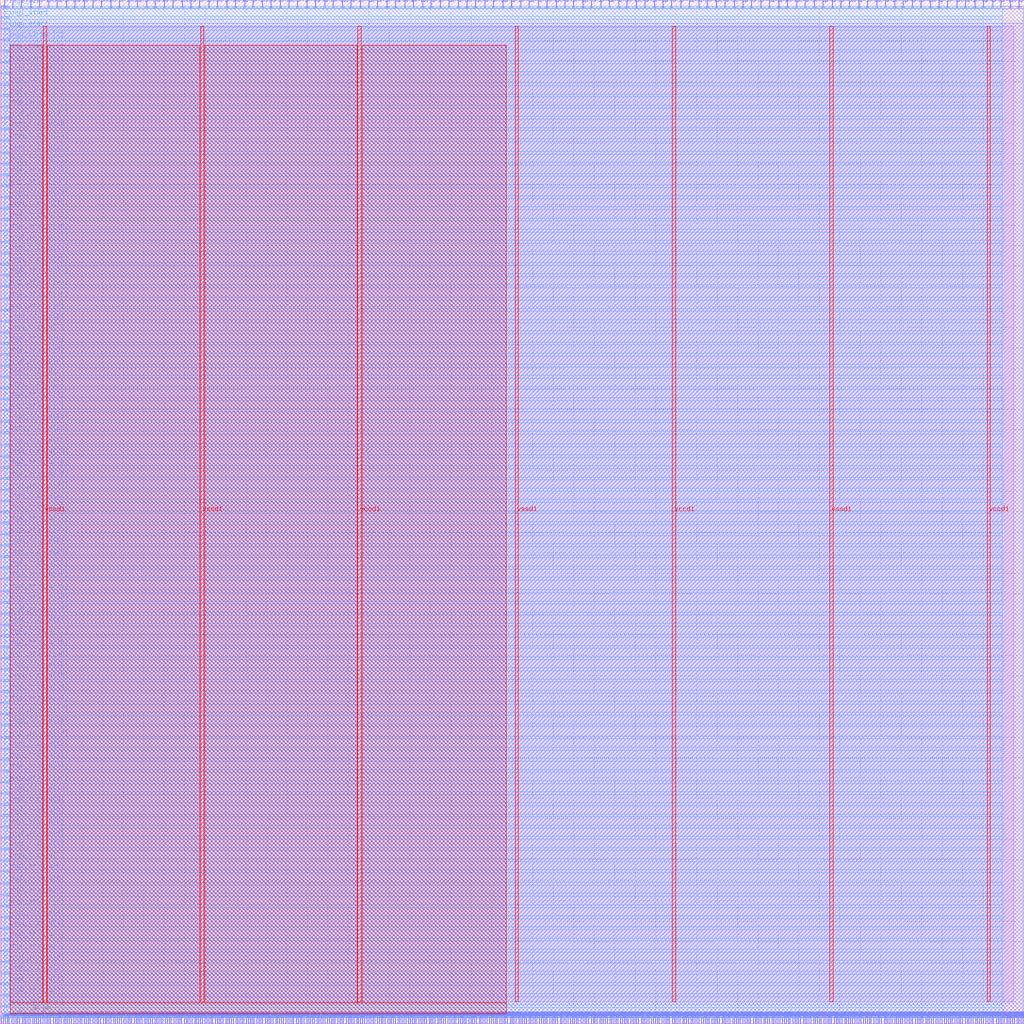
<source format=lef>
VERSION 5.7 ;
  NOWIREEXTENSIONATPIN ON ;
  DIVIDERCHAR "/" ;
  BUSBITCHARS "[]" ;
MACRO digitalcore_macro
  CLASS BLOCK ;
  FOREIGN digitalcore_macro ;
  ORIGIN 0.000 0.000 ;
  SIZE 500.000 BY 500.000 ;
  PIN io_in[0]
    DIRECTION INPUT ;
    USE SIGNAL ;
    PORT
      LAYER met2 ;
        RECT 1.930 496.000 2.210 500.000 ;
    END
  END io_in[0]
  PIN io_in[10]
    DIRECTION INPUT ;
    USE SIGNAL ;
    PORT
      LAYER met2 ;
        RECT 132.110 496.000 132.390 500.000 ;
    END
  END io_in[10]
  PIN io_in[11]
    DIRECTION INPUT ;
    USE SIGNAL ;
    PORT
      LAYER met2 ;
        RECT 144.990 496.000 145.270 500.000 ;
    END
  END io_in[11]
  PIN io_in[12]
    DIRECTION INPUT ;
    USE SIGNAL ;
    PORT
      LAYER met2 ;
        RECT 158.330 496.000 158.610 500.000 ;
    END
  END io_in[12]
  PIN io_in[13]
    DIRECTION INPUT ;
    USE SIGNAL ;
    PORT
      LAYER met2 ;
        RECT 171.210 496.000 171.490 500.000 ;
    END
  END io_in[13]
  PIN io_in[14]
    DIRECTION INPUT ;
    USE SIGNAL ;
    PORT
      LAYER met2 ;
        RECT 184.090 496.000 184.370 500.000 ;
    END
  END io_in[14]
  PIN io_in[15]
    DIRECTION INPUT ;
    USE SIGNAL ;
    PORT
      LAYER met2 ;
        RECT 197.430 496.000 197.710 500.000 ;
    END
  END io_in[15]
  PIN io_in[16]
    DIRECTION INPUT ;
    USE SIGNAL ;
    PORT
      LAYER met2 ;
        RECT 210.310 496.000 210.590 500.000 ;
    END
  END io_in[16]
  PIN io_in[17]
    DIRECTION INPUT ;
    USE SIGNAL ;
    PORT
      LAYER met2 ;
        RECT 223.650 496.000 223.930 500.000 ;
    END
  END io_in[17]
  PIN io_in[18]
    DIRECTION INPUT ;
    USE SIGNAL ;
    PORT
      LAYER met2 ;
        RECT 236.530 496.000 236.810 500.000 ;
    END
  END io_in[18]
  PIN io_in[19]
    DIRECTION INPUT ;
    USE SIGNAL ;
    PORT
      LAYER met2 ;
        RECT 249.410 496.000 249.690 500.000 ;
    END
  END io_in[19]
  PIN io_in[1]
    DIRECTION INPUT ;
    USE SIGNAL ;
    PORT
      LAYER met2 ;
        RECT 14.810 496.000 15.090 500.000 ;
    END
  END io_in[1]
  PIN io_in[20]
    DIRECTION INPUT ;
    USE SIGNAL ;
    PORT
      LAYER met2 ;
        RECT 262.750 496.000 263.030 500.000 ;
    END
  END io_in[20]
  PIN io_in[21]
    DIRECTION INPUT ;
    USE SIGNAL ;
    PORT
      LAYER met2 ;
        RECT 275.630 496.000 275.910 500.000 ;
    END
  END io_in[21]
  PIN io_in[22]
    DIRECTION INPUT ;
    USE SIGNAL ;
    PORT
      LAYER met2 ;
        RECT 288.510 496.000 288.790 500.000 ;
    END
  END io_in[22]
  PIN io_in[23]
    DIRECTION INPUT ;
    USE SIGNAL ;
    PORT
      LAYER met2 ;
        RECT 301.850 496.000 302.130 500.000 ;
    END
  END io_in[23]
  PIN io_in[24]
    DIRECTION INPUT ;
    USE SIGNAL ;
    PORT
      LAYER met2 ;
        RECT 314.730 496.000 315.010 500.000 ;
    END
  END io_in[24]
  PIN io_in[25]
    DIRECTION INPUT ;
    USE SIGNAL ;
    PORT
      LAYER met2 ;
        RECT 327.610 496.000 327.890 500.000 ;
    END
  END io_in[25]
  PIN io_in[26]
    DIRECTION INPUT ;
    USE SIGNAL ;
    PORT
      LAYER met2 ;
        RECT 340.950 496.000 341.230 500.000 ;
    END
  END io_in[26]
  PIN io_in[27]
    DIRECTION INPUT ;
    USE SIGNAL ;
    PORT
      LAYER met2 ;
        RECT 353.830 496.000 354.110 500.000 ;
    END
  END io_in[27]
  PIN io_in[28]
    DIRECTION INPUT ;
    USE SIGNAL ;
    PORT
      LAYER met2 ;
        RECT 366.710 496.000 366.990 500.000 ;
    END
  END io_in[28]
  PIN io_in[29]
    DIRECTION INPUT ;
    USE SIGNAL ;
    PORT
      LAYER met2 ;
        RECT 380.050 496.000 380.330 500.000 ;
    END
  END io_in[29]
  PIN io_in[2]
    DIRECTION INPUT ;
    USE SIGNAL ;
    PORT
      LAYER met2 ;
        RECT 27.690 496.000 27.970 500.000 ;
    END
  END io_in[2]
  PIN io_in[30]
    DIRECTION INPUT ;
    USE SIGNAL ;
    PORT
      LAYER met2 ;
        RECT 392.930 496.000 393.210 500.000 ;
    END
  END io_in[30]
  PIN io_in[31]
    DIRECTION INPUT ;
    USE SIGNAL ;
    PORT
      LAYER met2 ;
        RECT 406.270 496.000 406.550 500.000 ;
    END
  END io_in[31]
  PIN io_in[32]
    DIRECTION INPUT ;
    USE SIGNAL ;
    PORT
      LAYER met2 ;
        RECT 419.150 496.000 419.430 500.000 ;
    END
  END io_in[32]
  PIN io_in[33]
    DIRECTION INPUT ;
    USE SIGNAL ;
    PORT
      LAYER met2 ;
        RECT 432.030 496.000 432.310 500.000 ;
    END
  END io_in[33]
  PIN io_in[34]
    DIRECTION INPUT ;
    USE SIGNAL ;
    PORT
      LAYER met2 ;
        RECT 445.370 496.000 445.650 500.000 ;
    END
  END io_in[34]
  PIN io_in[35]
    DIRECTION INPUT ;
    USE SIGNAL ;
    PORT
      LAYER met2 ;
        RECT 458.250 496.000 458.530 500.000 ;
    END
  END io_in[35]
  PIN io_in[36]
    DIRECTION INPUT ;
    USE SIGNAL ;
    PORT
      LAYER met2 ;
        RECT 471.130 496.000 471.410 500.000 ;
    END
  END io_in[36]
  PIN io_in[37]
    DIRECTION INPUT ;
    USE SIGNAL ;
    PORT
      LAYER met2 ;
        RECT 484.470 496.000 484.750 500.000 ;
    END
  END io_in[37]
  PIN io_in[3]
    DIRECTION INPUT ;
    USE SIGNAL ;
    PORT
      LAYER met2 ;
        RECT 41.030 496.000 41.310 500.000 ;
    END
  END io_in[3]
  PIN io_in[4]
    DIRECTION INPUT ;
    USE SIGNAL ;
    PORT
      LAYER met2 ;
        RECT 53.910 496.000 54.190 500.000 ;
    END
  END io_in[4]
  PIN io_in[5]
    DIRECTION INPUT ;
    USE SIGNAL ;
    PORT
      LAYER met2 ;
        RECT 66.790 496.000 67.070 500.000 ;
    END
  END io_in[5]
  PIN io_in[6]
    DIRECTION INPUT ;
    USE SIGNAL ;
    PORT
      LAYER met2 ;
        RECT 80.130 496.000 80.410 500.000 ;
    END
  END io_in[6]
  PIN io_in[7]
    DIRECTION INPUT ;
    USE SIGNAL ;
    PORT
      LAYER met2 ;
        RECT 93.010 496.000 93.290 500.000 ;
    END
  END io_in[7]
  PIN io_in[8]
    DIRECTION INPUT ;
    USE SIGNAL ;
    PORT
      LAYER met2 ;
        RECT 105.890 496.000 106.170 500.000 ;
    END
  END io_in[8]
  PIN io_in[9]
    DIRECTION INPUT ;
    USE SIGNAL ;
    PORT
      LAYER met2 ;
        RECT 119.230 496.000 119.510 500.000 ;
    END
  END io_in[9]
  PIN io_oeb[0]
    DIRECTION OUTPUT TRISTATE ;
    USE SIGNAL ;
    PORT
      LAYER met2 ;
        RECT 6.070 496.000 6.350 500.000 ;
    END
  END io_oeb[0]
  PIN io_oeb[10]
    DIRECTION OUTPUT TRISTATE ;
    USE SIGNAL ;
    PORT
      LAYER met2 ;
        RECT 136.710 496.000 136.990 500.000 ;
    END
  END io_oeb[10]
  PIN io_oeb[11]
    DIRECTION OUTPUT TRISTATE ;
    USE SIGNAL ;
    PORT
      LAYER met2 ;
        RECT 149.590 496.000 149.870 500.000 ;
    END
  END io_oeb[11]
  PIN io_oeb[12]
    DIRECTION OUTPUT TRISTATE ;
    USE SIGNAL ;
    PORT
      LAYER met2 ;
        RECT 162.470 496.000 162.750 500.000 ;
    END
  END io_oeb[12]
  PIN io_oeb[13]
    DIRECTION OUTPUT TRISTATE ;
    USE SIGNAL ;
    PORT
      LAYER met2 ;
        RECT 175.810 496.000 176.090 500.000 ;
    END
  END io_oeb[13]
  PIN io_oeb[14]
    DIRECTION OUTPUT TRISTATE ;
    USE SIGNAL ;
    PORT
      LAYER met2 ;
        RECT 188.690 496.000 188.970 500.000 ;
    END
  END io_oeb[14]
  PIN io_oeb[15]
    DIRECTION OUTPUT TRISTATE ;
    USE SIGNAL ;
    PORT
      LAYER met2 ;
        RECT 201.570 496.000 201.850 500.000 ;
    END
  END io_oeb[15]
  PIN io_oeb[16]
    DIRECTION OUTPUT TRISTATE ;
    USE SIGNAL ;
    PORT
      LAYER met2 ;
        RECT 214.910 496.000 215.190 500.000 ;
    END
  END io_oeb[16]
  PIN io_oeb[17]
    DIRECTION OUTPUT TRISTATE ;
    USE SIGNAL ;
    PORT
      LAYER met2 ;
        RECT 227.790 496.000 228.070 500.000 ;
    END
  END io_oeb[17]
  PIN io_oeb[18]
    DIRECTION OUTPUT TRISTATE ;
    USE SIGNAL ;
    PORT
      LAYER met2 ;
        RECT 240.670 496.000 240.950 500.000 ;
    END
  END io_oeb[18]
  PIN io_oeb[19]
    DIRECTION OUTPUT TRISTATE ;
    USE SIGNAL ;
    PORT
      LAYER met2 ;
        RECT 254.010 496.000 254.290 500.000 ;
    END
  END io_oeb[19]
  PIN io_oeb[1]
    DIRECTION OUTPUT TRISTATE ;
    USE SIGNAL ;
    PORT
      LAYER met2 ;
        RECT 18.950 496.000 19.230 500.000 ;
    END
  END io_oeb[1]
  PIN io_oeb[20]
    DIRECTION OUTPUT TRISTATE ;
    USE SIGNAL ;
    PORT
      LAYER met2 ;
        RECT 266.890 496.000 267.170 500.000 ;
    END
  END io_oeb[20]
  PIN io_oeb[21]
    DIRECTION OUTPUT TRISTATE ;
    USE SIGNAL ;
    PORT
      LAYER met2 ;
        RECT 279.770 496.000 280.050 500.000 ;
    END
  END io_oeb[21]
  PIN io_oeb[22]
    DIRECTION OUTPUT TRISTATE ;
    USE SIGNAL ;
    PORT
      LAYER met2 ;
        RECT 293.110 496.000 293.390 500.000 ;
    END
  END io_oeb[22]
  PIN io_oeb[23]
    DIRECTION OUTPUT TRISTATE ;
    USE SIGNAL ;
    PORT
      LAYER met2 ;
        RECT 305.990 496.000 306.270 500.000 ;
    END
  END io_oeb[23]
  PIN io_oeb[24]
    DIRECTION OUTPUT TRISTATE ;
    USE SIGNAL ;
    PORT
      LAYER met2 ;
        RECT 319.330 496.000 319.610 500.000 ;
    END
  END io_oeb[24]
  PIN io_oeb[25]
    DIRECTION OUTPUT TRISTATE ;
    USE SIGNAL ;
    PORT
      LAYER met2 ;
        RECT 332.210 496.000 332.490 500.000 ;
    END
  END io_oeb[25]
  PIN io_oeb[26]
    DIRECTION OUTPUT TRISTATE ;
    USE SIGNAL ;
    PORT
      LAYER met2 ;
        RECT 345.090 496.000 345.370 500.000 ;
    END
  END io_oeb[26]
  PIN io_oeb[27]
    DIRECTION OUTPUT TRISTATE ;
    USE SIGNAL ;
    PORT
      LAYER met2 ;
        RECT 358.430 496.000 358.710 500.000 ;
    END
  END io_oeb[27]
  PIN io_oeb[28]
    DIRECTION OUTPUT TRISTATE ;
    USE SIGNAL ;
    PORT
      LAYER met2 ;
        RECT 371.310 496.000 371.590 500.000 ;
    END
  END io_oeb[28]
  PIN io_oeb[29]
    DIRECTION OUTPUT TRISTATE ;
    USE SIGNAL ;
    PORT
      LAYER met2 ;
        RECT 384.190 496.000 384.470 500.000 ;
    END
  END io_oeb[29]
  PIN io_oeb[2]
    DIRECTION OUTPUT TRISTATE ;
    USE SIGNAL ;
    PORT
      LAYER met2 ;
        RECT 32.290 496.000 32.570 500.000 ;
    END
  END io_oeb[2]
  PIN io_oeb[30]
    DIRECTION OUTPUT TRISTATE ;
    USE SIGNAL ;
    PORT
      LAYER met2 ;
        RECT 397.530 496.000 397.810 500.000 ;
    END
  END io_oeb[30]
  PIN io_oeb[31]
    DIRECTION OUTPUT TRISTATE ;
    USE SIGNAL ;
    PORT
      LAYER met2 ;
        RECT 410.410 496.000 410.690 500.000 ;
    END
  END io_oeb[31]
  PIN io_oeb[32]
    DIRECTION OUTPUT TRISTATE ;
    USE SIGNAL ;
    PORT
      LAYER met2 ;
        RECT 423.290 496.000 423.570 500.000 ;
    END
  END io_oeb[32]
  PIN io_oeb[33]
    DIRECTION OUTPUT TRISTATE ;
    USE SIGNAL ;
    PORT
      LAYER met2 ;
        RECT 436.630 496.000 436.910 500.000 ;
    END
  END io_oeb[33]
  PIN io_oeb[34]
    DIRECTION OUTPUT TRISTATE ;
    USE SIGNAL ;
    PORT
      LAYER met2 ;
        RECT 449.510 496.000 449.790 500.000 ;
    END
  END io_oeb[34]
  PIN io_oeb[35]
    DIRECTION OUTPUT TRISTATE ;
    USE SIGNAL ;
    PORT
      LAYER met2 ;
        RECT 462.390 496.000 462.670 500.000 ;
    END
  END io_oeb[35]
  PIN io_oeb[36]
    DIRECTION OUTPUT TRISTATE ;
    USE SIGNAL ;
    PORT
      LAYER met2 ;
        RECT 475.730 496.000 476.010 500.000 ;
    END
  END io_oeb[36]
  PIN io_oeb[37]
    DIRECTION OUTPUT TRISTATE ;
    USE SIGNAL ;
    PORT
      LAYER met2 ;
        RECT 488.610 496.000 488.890 500.000 ;
    END
  END io_oeb[37]
  PIN io_oeb[3]
    DIRECTION OUTPUT TRISTATE ;
    USE SIGNAL ;
    PORT
      LAYER met2 ;
        RECT 45.170 496.000 45.450 500.000 ;
    END
  END io_oeb[3]
  PIN io_oeb[4]
    DIRECTION OUTPUT TRISTATE ;
    USE SIGNAL ;
    PORT
      LAYER met2 ;
        RECT 58.050 496.000 58.330 500.000 ;
    END
  END io_oeb[4]
  PIN io_oeb[5]
    DIRECTION OUTPUT TRISTATE ;
    USE SIGNAL ;
    PORT
      LAYER met2 ;
        RECT 71.390 496.000 71.670 500.000 ;
    END
  END io_oeb[5]
  PIN io_oeb[6]
    DIRECTION OUTPUT TRISTATE ;
    USE SIGNAL ;
    PORT
      LAYER met2 ;
        RECT 84.270 496.000 84.550 500.000 ;
    END
  END io_oeb[6]
  PIN io_oeb[7]
    DIRECTION OUTPUT TRISTATE ;
    USE SIGNAL ;
    PORT
      LAYER met2 ;
        RECT 97.150 496.000 97.430 500.000 ;
    END
  END io_oeb[7]
  PIN io_oeb[8]
    DIRECTION OUTPUT TRISTATE ;
    USE SIGNAL ;
    PORT
      LAYER met2 ;
        RECT 110.490 496.000 110.770 500.000 ;
    END
  END io_oeb[8]
  PIN io_oeb[9]
    DIRECTION OUTPUT TRISTATE ;
    USE SIGNAL ;
    PORT
      LAYER met2 ;
        RECT 123.370 496.000 123.650 500.000 ;
    END
  END io_oeb[9]
  PIN io_out[0]
    DIRECTION OUTPUT TRISTATE ;
    USE SIGNAL ;
    PORT
      LAYER met2 ;
        RECT 10.210 496.000 10.490 500.000 ;
    END
  END io_out[0]
  PIN io_out[10]
    DIRECTION OUTPUT TRISTATE ;
    USE SIGNAL ;
    PORT
      LAYER met2 ;
        RECT 140.850 496.000 141.130 500.000 ;
    END
  END io_out[10]
  PIN io_out[11]
    DIRECTION OUTPUT TRISTATE ;
    USE SIGNAL ;
    PORT
      LAYER met2 ;
        RECT 153.730 496.000 154.010 500.000 ;
    END
  END io_out[11]
  PIN io_out[12]
    DIRECTION OUTPUT TRISTATE ;
    USE SIGNAL ;
    PORT
      LAYER met2 ;
        RECT 167.070 496.000 167.350 500.000 ;
    END
  END io_out[12]
  PIN io_out[13]
    DIRECTION OUTPUT TRISTATE ;
    USE SIGNAL ;
    PORT
      LAYER met2 ;
        RECT 179.950 496.000 180.230 500.000 ;
    END
  END io_out[13]
  PIN io_out[14]
    DIRECTION OUTPUT TRISTATE ;
    USE SIGNAL ;
    PORT
      LAYER met2 ;
        RECT 192.830 496.000 193.110 500.000 ;
    END
  END io_out[14]
  PIN io_out[15]
    DIRECTION OUTPUT TRISTATE ;
    USE SIGNAL ;
    PORT
      LAYER met2 ;
        RECT 206.170 496.000 206.450 500.000 ;
    END
  END io_out[15]
  PIN io_out[16]
    DIRECTION OUTPUT TRISTATE ;
    USE SIGNAL ;
    PORT
      LAYER met2 ;
        RECT 219.050 496.000 219.330 500.000 ;
    END
  END io_out[16]
  PIN io_out[17]
    DIRECTION OUTPUT TRISTATE ;
    USE SIGNAL ;
    PORT
      LAYER met2 ;
        RECT 231.930 496.000 232.210 500.000 ;
    END
  END io_out[17]
  PIN io_out[18]
    DIRECTION OUTPUT TRISTATE ;
    USE SIGNAL ;
    PORT
      LAYER met2 ;
        RECT 245.270 496.000 245.550 500.000 ;
    END
  END io_out[18]
  PIN io_out[19]
    DIRECTION OUTPUT TRISTATE ;
    USE SIGNAL ;
    PORT
      LAYER met2 ;
        RECT 258.150 496.000 258.430 500.000 ;
    END
  END io_out[19]
  PIN io_out[1]
    DIRECTION OUTPUT TRISTATE ;
    USE SIGNAL ;
    PORT
      LAYER met2 ;
        RECT 23.550 496.000 23.830 500.000 ;
    END
  END io_out[1]
  PIN io_out[20]
    DIRECTION OUTPUT TRISTATE ;
    USE SIGNAL ;
    PORT
      LAYER met2 ;
        RECT 271.490 496.000 271.770 500.000 ;
    END
  END io_out[20]
  PIN io_out[21]
    DIRECTION OUTPUT TRISTATE ;
    USE SIGNAL ;
    PORT
      LAYER met2 ;
        RECT 284.370 496.000 284.650 500.000 ;
    END
  END io_out[21]
  PIN io_out[22]
    DIRECTION OUTPUT TRISTATE ;
    USE SIGNAL ;
    PORT
      LAYER met2 ;
        RECT 297.250 496.000 297.530 500.000 ;
    END
  END io_out[22]
  PIN io_out[23]
    DIRECTION OUTPUT TRISTATE ;
    USE SIGNAL ;
    PORT
      LAYER met2 ;
        RECT 310.590 496.000 310.870 500.000 ;
    END
  END io_out[23]
  PIN io_out[24]
    DIRECTION OUTPUT TRISTATE ;
    USE SIGNAL ;
    PORT
      LAYER met2 ;
        RECT 323.470 496.000 323.750 500.000 ;
    END
  END io_out[24]
  PIN io_out[25]
    DIRECTION OUTPUT TRISTATE ;
    USE SIGNAL ;
    PORT
      LAYER met2 ;
        RECT 336.350 496.000 336.630 500.000 ;
    END
  END io_out[25]
  PIN io_out[26]
    DIRECTION OUTPUT TRISTATE ;
    USE SIGNAL ;
    PORT
      LAYER met2 ;
        RECT 349.690 496.000 349.970 500.000 ;
    END
  END io_out[26]
  PIN io_out[27]
    DIRECTION OUTPUT TRISTATE ;
    USE SIGNAL ;
    PORT
      LAYER met2 ;
        RECT 362.570 496.000 362.850 500.000 ;
    END
  END io_out[27]
  PIN io_out[28]
    DIRECTION OUTPUT TRISTATE ;
    USE SIGNAL ;
    PORT
      LAYER met2 ;
        RECT 375.450 496.000 375.730 500.000 ;
    END
  END io_out[28]
  PIN io_out[29]
    DIRECTION OUTPUT TRISTATE ;
    USE SIGNAL ;
    PORT
      LAYER met2 ;
        RECT 388.790 496.000 389.070 500.000 ;
    END
  END io_out[29]
  PIN io_out[2]
    DIRECTION OUTPUT TRISTATE ;
    USE SIGNAL ;
    PORT
      LAYER met2 ;
        RECT 36.430 496.000 36.710 500.000 ;
    END
  END io_out[2]
  PIN io_out[30]
    DIRECTION OUTPUT TRISTATE ;
    USE SIGNAL ;
    PORT
      LAYER met2 ;
        RECT 401.670 496.000 401.950 500.000 ;
    END
  END io_out[30]
  PIN io_out[31]
    DIRECTION OUTPUT TRISTATE ;
    USE SIGNAL ;
    PORT
      LAYER met2 ;
        RECT 414.550 496.000 414.830 500.000 ;
    END
  END io_out[31]
  PIN io_out[32]
    DIRECTION OUTPUT TRISTATE ;
    USE SIGNAL ;
    PORT
      LAYER met2 ;
        RECT 427.890 496.000 428.170 500.000 ;
    END
  END io_out[32]
  PIN io_out[33]
    DIRECTION OUTPUT TRISTATE ;
    USE SIGNAL ;
    PORT
      LAYER met2 ;
        RECT 440.770 496.000 441.050 500.000 ;
    END
  END io_out[33]
  PIN io_out[34]
    DIRECTION OUTPUT TRISTATE ;
    USE SIGNAL ;
    PORT
      LAYER met2 ;
        RECT 454.110 496.000 454.390 500.000 ;
    END
  END io_out[34]
  PIN io_out[35]
    DIRECTION OUTPUT TRISTATE ;
    USE SIGNAL ;
    PORT
      LAYER met2 ;
        RECT 466.990 496.000 467.270 500.000 ;
    END
  END io_out[35]
  PIN io_out[36]
    DIRECTION OUTPUT TRISTATE ;
    USE SIGNAL ;
    PORT
      LAYER met2 ;
        RECT 479.870 496.000 480.150 500.000 ;
    END
  END io_out[36]
  PIN io_out[37]
    DIRECTION OUTPUT TRISTATE ;
    USE SIGNAL ;
    PORT
      LAYER met2 ;
        RECT 493.210 496.000 493.490 500.000 ;
    END
  END io_out[37]
  PIN io_out[3]
    DIRECTION OUTPUT TRISTATE ;
    USE SIGNAL ;
    PORT
      LAYER met2 ;
        RECT 49.310 496.000 49.590 500.000 ;
    END
  END io_out[3]
  PIN io_out[4]
    DIRECTION OUTPUT TRISTATE ;
    USE SIGNAL ;
    PORT
      LAYER met2 ;
        RECT 62.650 496.000 62.930 500.000 ;
    END
  END io_out[4]
  PIN io_out[5]
    DIRECTION OUTPUT TRISTATE ;
    USE SIGNAL ;
    PORT
      LAYER met2 ;
        RECT 75.530 496.000 75.810 500.000 ;
    END
  END io_out[5]
  PIN io_out[6]
    DIRECTION OUTPUT TRISTATE ;
    USE SIGNAL ;
    PORT
      LAYER met2 ;
        RECT 88.870 496.000 89.150 500.000 ;
    END
  END io_out[6]
  PIN io_out[7]
    DIRECTION OUTPUT TRISTATE ;
    USE SIGNAL ;
    PORT
      LAYER met2 ;
        RECT 101.750 496.000 102.030 500.000 ;
    END
  END io_out[7]
  PIN io_out[8]
    DIRECTION OUTPUT TRISTATE ;
    USE SIGNAL ;
    PORT
      LAYER met2 ;
        RECT 114.630 496.000 114.910 500.000 ;
    END
  END io_out[8]
  PIN io_out[9]
    DIRECTION OUTPUT TRISTATE ;
    USE SIGNAL ;
    PORT
      LAYER met2 ;
        RECT 127.970 496.000 128.250 500.000 ;
    END
  END io_out[9]
  PIN irq[0]
    DIRECTION OUTPUT TRISTATE ;
    USE SIGNAL ;
    PORT
      LAYER met2 ;
        RECT 497.350 0.000 497.630 4.000 ;
    END
  END irq[0]
  PIN irq[1]
    DIRECTION OUTPUT TRISTATE ;
    USE SIGNAL ;
    PORT
      LAYER met2 ;
        RECT 498.270 0.000 498.550 4.000 ;
    END
  END irq[1]
  PIN irq[2]
    DIRECTION OUTPUT TRISTATE ;
    USE SIGNAL ;
    PORT
      LAYER met2 ;
        RECT 499.190 0.000 499.470 4.000 ;
    END
  END irq[2]
  PIN la_data_in[0]
    DIRECTION INPUT ;
    USE SIGNAL ;
    PORT
      LAYER met2 ;
        RECT 107.730 0.000 108.010 4.000 ;
    END
  END la_data_in[0]
  PIN la_data_in[100]
    DIRECTION INPUT ;
    USE SIGNAL ;
    PORT
      LAYER met2 ;
        RECT 412.250 0.000 412.530 4.000 ;
    END
  END la_data_in[100]
  PIN la_data_in[101]
    DIRECTION INPUT ;
    USE SIGNAL ;
    PORT
      LAYER met2 ;
        RECT 415.010 0.000 415.290 4.000 ;
    END
  END la_data_in[101]
  PIN la_data_in[102]
    DIRECTION INPUT ;
    USE SIGNAL ;
    PORT
      LAYER met2 ;
        RECT 418.230 0.000 418.510 4.000 ;
    END
  END la_data_in[102]
  PIN la_data_in[103]
    DIRECTION INPUT ;
    USE SIGNAL ;
    PORT
      LAYER met2 ;
        RECT 421.450 0.000 421.730 4.000 ;
    END
  END la_data_in[103]
  PIN la_data_in[104]
    DIRECTION INPUT ;
    USE SIGNAL ;
    PORT
      LAYER met2 ;
        RECT 424.210 0.000 424.490 4.000 ;
    END
  END la_data_in[104]
  PIN la_data_in[105]
    DIRECTION INPUT ;
    USE SIGNAL ;
    PORT
      LAYER met2 ;
        RECT 427.430 0.000 427.710 4.000 ;
    END
  END la_data_in[105]
  PIN la_data_in[106]
    DIRECTION INPUT ;
    USE SIGNAL ;
    PORT
      LAYER met2 ;
        RECT 430.190 0.000 430.470 4.000 ;
    END
  END la_data_in[106]
  PIN la_data_in[107]
    DIRECTION INPUT ;
    USE SIGNAL ;
    PORT
      LAYER met2 ;
        RECT 433.410 0.000 433.690 4.000 ;
    END
  END la_data_in[107]
  PIN la_data_in[108]
    DIRECTION INPUT ;
    USE SIGNAL ;
    PORT
      LAYER met2 ;
        RECT 436.630 0.000 436.910 4.000 ;
    END
  END la_data_in[108]
  PIN la_data_in[109]
    DIRECTION INPUT ;
    USE SIGNAL ;
    PORT
      LAYER met2 ;
        RECT 439.390 0.000 439.670 4.000 ;
    END
  END la_data_in[109]
  PIN la_data_in[10]
    DIRECTION INPUT ;
    USE SIGNAL ;
    PORT
      LAYER met2 ;
        RECT 138.090 0.000 138.370 4.000 ;
    END
  END la_data_in[10]
  PIN la_data_in[110]
    DIRECTION INPUT ;
    USE SIGNAL ;
    PORT
      LAYER met2 ;
        RECT 442.610 0.000 442.890 4.000 ;
    END
  END la_data_in[110]
  PIN la_data_in[111]
    DIRECTION INPUT ;
    USE SIGNAL ;
    PORT
      LAYER met2 ;
        RECT 445.370 0.000 445.650 4.000 ;
    END
  END la_data_in[111]
  PIN la_data_in[112]
    DIRECTION INPUT ;
    USE SIGNAL ;
    PORT
      LAYER met2 ;
        RECT 448.590 0.000 448.870 4.000 ;
    END
  END la_data_in[112]
  PIN la_data_in[113]
    DIRECTION INPUT ;
    USE SIGNAL ;
    PORT
      LAYER met2 ;
        RECT 451.810 0.000 452.090 4.000 ;
    END
  END la_data_in[113]
  PIN la_data_in[114]
    DIRECTION INPUT ;
    USE SIGNAL ;
    PORT
      LAYER met2 ;
        RECT 454.570 0.000 454.850 4.000 ;
    END
  END la_data_in[114]
  PIN la_data_in[115]
    DIRECTION INPUT ;
    USE SIGNAL ;
    PORT
      LAYER met2 ;
        RECT 457.790 0.000 458.070 4.000 ;
    END
  END la_data_in[115]
  PIN la_data_in[116]
    DIRECTION INPUT ;
    USE SIGNAL ;
    PORT
      LAYER met2 ;
        RECT 461.010 0.000 461.290 4.000 ;
    END
  END la_data_in[116]
  PIN la_data_in[117]
    DIRECTION INPUT ;
    USE SIGNAL ;
    PORT
      LAYER met2 ;
        RECT 463.770 0.000 464.050 4.000 ;
    END
  END la_data_in[117]
  PIN la_data_in[118]
    DIRECTION INPUT ;
    USE SIGNAL ;
    PORT
      LAYER met2 ;
        RECT 466.990 0.000 467.270 4.000 ;
    END
  END la_data_in[118]
  PIN la_data_in[119]
    DIRECTION INPUT ;
    USE SIGNAL ;
    PORT
      LAYER met2 ;
        RECT 469.750 0.000 470.030 4.000 ;
    END
  END la_data_in[119]
  PIN la_data_in[11]
    DIRECTION INPUT ;
    USE SIGNAL ;
    PORT
      LAYER met2 ;
        RECT 141.310 0.000 141.590 4.000 ;
    END
  END la_data_in[11]
  PIN la_data_in[120]
    DIRECTION INPUT ;
    USE SIGNAL ;
    PORT
      LAYER met2 ;
        RECT 472.970 0.000 473.250 4.000 ;
    END
  END la_data_in[120]
  PIN la_data_in[121]
    DIRECTION INPUT ;
    USE SIGNAL ;
    PORT
      LAYER met2 ;
        RECT 476.190 0.000 476.470 4.000 ;
    END
  END la_data_in[121]
  PIN la_data_in[122]
    DIRECTION INPUT ;
    USE SIGNAL ;
    PORT
      LAYER met2 ;
        RECT 478.950 0.000 479.230 4.000 ;
    END
  END la_data_in[122]
  PIN la_data_in[123]
    DIRECTION INPUT ;
    USE SIGNAL ;
    PORT
      LAYER met2 ;
        RECT 482.170 0.000 482.450 4.000 ;
    END
  END la_data_in[123]
  PIN la_data_in[124]
    DIRECTION INPUT ;
    USE SIGNAL ;
    PORT
      LAYER met2 ;
        RECT 484.930 0.000 485.210 4.000 ;
    END
  END la_data_in[124]
  PIN la_data_in[125]
    DIRECTION INPUT ;
    USE SIGNAL ;
    PORT
      LAYER met2 ;
        RECT 488.150 0.000 488.430 4.000 ;
    END
  END la_data_in[125]
  PIN la_data_in[126]
    DIRECTION INPUT ;
    USE SIGNAL ;
    PORT
      LAYER met2 ;
        RECT 491.370 0.000 491.650 4.000 ;
    END
  END la_data_in[126]
  PIN la_data_in[127]
    DIRECTION INPUT ;
    USE SIGNAL ;
    PORT
      LAYER met2 ;
        RECT 494.130 0.000 494.410 4.000 ;
    END
  END la_data_in[127]
  PIN la_data_in[12]
    DIRECTION INPUT ;
    USE SIGNAL ;
    PORT
      LAYER met2 ;
        RECT 144.530 0.000 144.810 4.000 ;
    END
  END la_data_in[12]
  PIN la_data_in[13]
    DIRECTION INPUT ;
    USE SIGNAL ;
    PORT
      LAYER met2 ;
        RECT 147.290 0.000 147.570 4.000 ;
    END
  END la_data_in[13]
  PIN la_data_in[14]
    DIRECTION INPUT ;
    USE SIGNAL ;
    PORT
      LAYER met2 ;
        RECT 150.510 0.000 150.790 4.000 ;
    END
  END la_data_in[14]
  PIN la_data_in[15]
    DIRECTION INPUT ;
    USE SIGNAL ;
    PORT
      LAYER met2 ;
        RECT 153.270 0.000 153.550 4.000 ;
    END
  END la_data_in[15]
  PIN la_data_in[16]
    DIRECTION INPUT ;
    USE SIGNAL ;
    PORT
      LAYER met2 ;
        RECT 156.490 0.000 156.770 4.000 ;
    END
  END la_data_in[16]
  PIN la_data_in[17]
    DIRECTION INPUT ;
    USE SIGNAL ;
    PORT
      LAYER met2 ;
        RECT 159.710 0.000 159.990 4.000 ;
    END
  END la_data_in[17]
  PIN la_data_in[18]
    DIRECTION INPUT ;
    USE SIGNAL ;
    PORT
      LAYER met2 ;
        RECT 162.470 0.000 162.750 4.000 ;
    END
  END la_data_in[18]
  PIN la_data_in[19]
    DIRECTION INPUT ;
    USE SIGNAL ;
    PORT
      LAYER met2 ;
        RECT 165.690 0.000 165.970 4.000 ;
    END
  END la_data_in[19]
  PIN la_data_in[1]
    DIRECTION INPUT ;
    USE SIGNAL ;
    PORT
      LAYER met2 ;
        RECT 110.950 0.000 111.230 4.000 ;
    END
  END la_data_in[1]
  PIN la_data_in[20]
    DIRECTION INPUT ;
    USE SIGNAL ;
    PORT
      LAYER met2 ;
        RECT 168.910 0.000 169.190 4.000 ;
    END
  END la_data_in[20]
  PIN la_data_in[21]
    DIRECTION INPUT ;
    USE SIGNAL ;
    PORT
      LAYER met2 ;
        RECT 171.670 0.000 171.950 4.000 ;
    END
  END la_data_in[21]
  PIN la_data_in[22]
    DIRECTION INPUT ;
    USE SIGNAL ;
    PORT
      LAYER met2 ;
        RECT 174.890 0.000 175.170 4.000 ;
    END
  END la_data_in[22]
  PIN la_data_in[23]
    DIRECTION INPUT ;
    USE SIGNAL ;
    PORT
      LAYER met2 ;
        RECT 177.650 0.000 177.930 4.000 ;
    END
  END la_data_in[23]
  PIN la_data_in[24]
    DIRECTION INPUT ;
    USE SIGNAL ;
    PORT
      LAYER met2 ;
        RECT 180.870 0.000 181.150 4.000 ;
    END
  END la_data_in[24]
  PIN la_data_in[25]
    DIRECTION INPUT ;
    USE SIGNAL ;
    PORT
      LAYER met2 ;
        RECT 184.090 0.000 184.370 4.000 ;
    END
  END la_data_in[25]
  PIN la_data_in[26]
    DIRECTION INPUT ;
    USE SIGNAL ;
    PORT
      LAYER met2 ;
        RECT 186.850 0.000 187.130 4.000 ;
    END
  END la_data_in[26]
  PIN la_data_in[27]
    DIRECTION INPUT ;
    USE SIGNAL ;
    PORT
      LAYER met2 ;
        RECT 190.070 0.000 190.350 4.000 ;
    END
  END la_data_in[27]
  PIN la_data_in[28]
    DIRECTION INPUT ;
    USE SIGNAL ;
    PORT
      LAYER met2 ;
        RECT 192.830 0.000 193.110 4.000 ;
    END
  END la_data_in[28]
  PIN la_data_in[29]
    DIRECTION INPUT ;
    USE SIGNAL ;
    PORT
      LAYER met2 ;
        RECT 196.050 0.000 196.330 4.000 ;
    END
  END la_data_in[29]
  PIN la_data_in[2]
    DIRECTION INPUT ;
    USE SIGNAL ;
    PORT
      LAYER met2 ;
        RECT 113.710 0.000 113.990 4.000 ;
    END
  END la_data_in[2]
  PIN la_data_in[30]
    DIRECTION INPUT ;
    USE SIGNAL ;
    PORT
      LAYER met2 ;
        RECT 199.270 0.000 199.550 4.000 ;
    END
  END la_data_in[30]
  PIN la_data_in[31]
    DIRECTION INPUT ;
    USE SIGNAL ;
    PORT
      LAYER met2 ;
        RECT 202.030 0.000 202.310 4.000 ;
    END
  END la_data_in[31]
  PIN la_data_in[32]
    DIRECTION INPUT ;
    USE SIGNAL ;
    PORT
      LAYER met2 ;
        RECT 205.250 0.000 205.530 4.000 ;
    END
  END la_data_in[32]
  PIN la_data_in[33]
    DIRECTION INPUT ;
    USE SIGNAL ;
    PORT
      LAYER met2 ;
        RECT 208.010 0.000 208.290 4.000 ;
    END
  END la_data_in[33]
  PIN la_data_in[34]
    DIRECTION INPUT ;
    USE SIGNAL ;
    PORT
      LAYER met2 ;
        RECT 211.230 0.000 211.510 4.000 ;
    END
  END la_data_in[34]
  PIN la_data_in[35]
    DIRECTION INPUT ;
    USE SIGNAL ;
    PORT
      LAYER met2 ;
        RECT 214.450 0.000 214.730 4.000 ;
    END
  END la_data_in[35]
  PIN la_data_in[36]
    DIRECTION INPUT ;
    USE SIGNAL ;
    PORT
      LAYER met2 ;
        RECT 217.210 0.000 217.490 4.000 ;
    END
  END la_data_in[36]
  PIN la_data_in[37]
    DIRECTION INPUT ;
    USE SIGNAL ;
    PORT
      LAYER met2 ;
        RECT 220.430 0.000 220.710 4.000 ;
    END
  END la_data_in[37]
  PIN la_data_in[38]
    DIRECTION INPUT ;
    USE SIGNAL ;
    PORT
      LAYER met2 ;
        RECT 223.650 0.000 223.930 4.000 ;
    END
  END la_data_in[38]
  PIN la_data_in[39]
    DIRECTION INPUT ;
    USE SIGNAL ;
    PORT
      LAYER met2 ;
        RECT 226.410 0.000 226.690 4.000 ;
    END
  END la_data_in[39]
  PIN la_data_in[3]
    DIRECTION INPUT ;
    USE SIGNAL ;
    PORT
      LAYER met2 ;
        RECT 116.930 0.000 117.210 4.000 ;
    END
  END la_data_in[3]
  PIN la_data_in[40]
    DIRECTION INPUT ;
    USE SIGNAL ;
    PORT
      LAYER met2 ;
        RECT 229.630 0.000 229.910 4.000 ;
    END
  END la_data_in[40]
  PIN la_data_in[41]
    DIRECTION INPUT ;
    USE SIGNAL ;
    PORT
      LAYER met2 ;
        RECT 232.390 0.000 232.670 4.000 ;
    END
  END la_data_in[41]
  PIN la_data_in[42]
    DIRECTION INPUT ;
    USE SIGNAL ;
    PORT
      LAYER met2 ;
        RECT 235.610 0.000 235.890 4.000 ;
    END
  END la_data_in[42]
  PIN la_data_in[43]
    DIRECTION INPUT ;
    USE SIGNAL ;
    PORT
      LAYER met2 ;
        RECT 238.830 0.000 239.110 4.000 ;
    END
  END la_data_in[43]
  PIN la_data_in[44]
    DIRECTION INPUT ;
    USE SIGNAL ;
    PORT
      LAYER met2 ;
        RECT 241.590 0.000 241.870 4.000 ;
    END
  END la_data_in[44]
  PIN la_data_in[45]
    DIRECTION INPUT ;
    USE SIGNAL ;
    PORT
      LAYER met2 ;
        RECT 244.810 0.000 245.090 4.000 ;
    END
  END la_data_in[45]
  PIN la_data_in[46]
    DIRECTION INPUT ;
    USE SIGNAL ;
    PORT
      LAYER met2 ;
        RECT 247.570 0.000 247.850 4.000 ;
    END
  END la_data_in[46]
  PIN la_data_in[47]
    DIRECTION INPUT ;
    USE SIGNAL ;
    PORT
      LAYER met2 ;
        RECT 250.790 0.000 251.070 4.000 ;
    END
  END la_data_in[47]
  PIN la_data_in[48]
    DIRECTION INPUT ;
    USE SIGNAL ;
    PORT
      LAYER met2 ;
        RECT 254.010 0.000 254.290 4.000 ;
    END
  END la_data_in[48]
  PIN la_data_in[49]
    DIRECTION INPUT ;
    USE SIGNAL ;
    PORT
      LAYER met2 ;
        RECT 256.770 0.000 257.050 4.000 ;
    END
  END la_data_in[49]
  PIN la_data_in[4]
    DIRECTION INPUT ;
    USE SIGNAL ;
    PORT
      LAYER met2 ;
        RECT 120.150 0.000 120.430 4.000 ;
    END
  END la_data_in[4]
  PIN la_data_in[50]
    DIRECTION INPUT ;
    USE SIGNAL ;
    PORT
      LAYER met2 ;
        RECT 259.990 0.000 260.270 4.000 ;
    END
  END la_data_in[50]
  PIN la_data_in[51]
    DIRECTION INPUT ;
    USE SIGNAL ;
    PORT
      LAYER met2 ;
        RECT 263.210 0.000 263.490 4.000 ;
    END
  END la_data_in[51]
  PIN la_data_in[52]
    DIRECTION INPUT ;
    USE SIGNAL ;
    PORT
      LAYER met2 ;
        RECT 265.970 0.000 266.250 4.000 ;
    END
  END la_data_in[52]
  PIN la_data_in[53]
    DIRECTION INPUT ;
    USE SIGNAL ;
    PORT
      LAYER met2 ;
        RECT 269.190 0.000 269.470 4.000 ;
    END
  END la_data_in[53]
  PIN la_data_in[54]
    DIRECTION INPUT ;
    USE SIGNAL ;
    PORT
      LAYER met2 ;
        RECT 271.950 0.000 272.230 4.000 ;
    END
  END la_data_in[54]
  PIN la_data_in[55]
    DIRECTION INPUT ;
    USE SIGNAL ;
    PORT
      LAYER met2 ;
        RECT 275.170 0.000 275.450 4.000 ;
    END
  END la_data_in[55]
  PIN la_data_in[56]
    DIRECTION INPUT ;
    USE SIGNAL ;
    PORT
      LAYER met2 ;
        RECT 278.390 0.000 278.670 4.000 ;
    END
  END la_data_in[56]
  PIN la_data_in[57]
    DIRECTION INPUT ;
    USE SIGNAL ;
    PORT
      LAYER met2 ;
        RECT 281.150 0.000 281.430 4.000 ;
    END
  END la_data_in[57]
  PIN la_data_in[58]
    DIRECTION INPUT ;
    USE SIGNAL ;
    PORT
      LAYER met2 ;
        RECT 284.370 0.000 284.650 4.000 ;
    END
  END la_data_in[58]
  PIN la_data_in[59]
    DIRECTION INPUT ;
    USE SIGNAL ;
    PORT
      LAYER met2 ;
        RECT 287.130 0.000 287.410 4.000 ;
    END
  END la_data_in[59]
  PIN la_data_in[5]
    DIRECTION INPUT ;
    USE SIGNAL ;
    PORT
      LAYER met2 ;
        RECT 122.910 0.000 123.190 4.000 ;
    END
  END la_data_in[5]
  PIN la_data_in[60]
    DIRECTION INPUT ;
    USE SIGNAL ;
    PORT
      LAYER met2 ;
        RECT 290.350 0.000 290.630 4.000 ;
    END
  END la_data_in[60]
  PIN la_data_in[61]
    DIRECTION INPUT ;
    USE SIGNAL ;
    PORT
      LAYER met2 ;
        RECT 293.570 0.000 293.850 4.000 ;
    END
  END la_data_in[61]
  PIN la_data_in[62]
    DIRECTION INPUT ;
    USE SIGNAL ;
    PORT
      LAYER met2 ;
        RECT 296.330 0.000 296.610 4.000 ;
    END
  END la_data_in[62]
  PIN la_data_in[63]
    DIRECTION INPUT ;
    USE SIGNAL ;
    PORT
      LAYER met2 ;
        RECT 299.550 0.000 299.830 4.000 ;
    END
  END la_data_in[63]
  PIN la_data_in[64]
    DIRECTION INPUT ;
    USE SIGNAL ;
    PORT
      LAYER met2 ;
        RECT 302.770 0.000 303.050 4.000 ;
    END
  END la_data_in[64]
  PIN la_data_in[65]
    DIRECTION INPUT ;
    USE SIGNAL ;
    PORT
      LAYER met2 ;
        RECT 305.530 0.000 305.810 4.000 ;
    END
  END la_data_in[65]
  PIN la_data_in[66]
    DIRECTION INPUT ;
    USE SIGNAL ;
    PORT
      LAYER met2 ;
        RECT 308.750 0.000 309.030 4.000 ;
    END
  END la_data_in[66]
  PIN la_data_in[67]
    DIRECTION INPUT ;
    USE SIGNAL ;
    PORT
      LAYER met2 ;
        RECT 311.510 0.000 311.790 4.000 ;
    END
  END la_data_in[67]
  PIN la_data_in[68]
    DIRECTION INPUT ;
    USE SIGNAL ;
    PORT
      LAYER met2 ;
        RECT 314.730 0.000 315.010 4.000 ;
    END
  END la_data_in[68]
  PIN la_data_in[69]
    DIRECTION INPUT ;
    USE SIGNAL ;
    PORT
      LAYER met2 ;
        RECT 317.950 0.000 318.230 4.000 ;
    END
  END la_data_in[69]
  PIN la_data_in[6]
    DIRECTION INPUT ;
    USE SIGNAL ;
    PORT
      LAYER met2 ;
        RECT 126.130 0.000 126.410 4.000 ;
    END
  END la_data_in[6]
  PIN la_data_in[70]
    DIRECTION INPUT ;
    USE SIGNAL ;
    PORT
      LAYER met2 ;
        RECT 320.710 0.000 320.990 4.000 ;
    END
  END la_data_in[70]
  PIN la_data_in[71]
    DIRECTION INPUT ;
    USE SIGNAL ;
    PORT
      LAYER met2 ;
        RECT 323.930 0.000 324.210 4.000 ;
    END
  END la_data_in[71]
  PIN la_data_in[72]
    DIRECTION INPUT ;
    USE SIGNAL ;
    PORT
      LAYER met2 ;
        RECT 326.690 0.000 326.970 4.000 ;
    END
  END la_data_in[72]
  PIN la_data_in[73]
    DIRECTION INPUT ;
    USE SIGNAL ;
    PORT
      LAYER met2 ;
        RECT 329.910 0.000 330.190 4.000 ;
    END
  END la_data_in[73]
  PIN la_data_in[74]
    DIRECTION INPUT ;
    USE SIGNAL ;
    PORT
      LAYER met2 ;
        RECT 333.130 0.000 333.410 4.000 ;
    END
  END la_data_in[74]
  PIN la_data_in[75]
    DIRECTION INPUT ;
    USE SIGNAL ;
    PORT
      LAYER met2 ;
        RECT 335.890 0.000 336.170 4.000 ;
    END
  END la_data_in[75]
  PIN la_data_in[76]
    DIRECTION INPUT ;
    USE SIGNAL ;
    PORT
      LAYER met2 ;
        RECT 339.110 0.000 339.390 4.000 ;
    END
  END la_data_in[76]
  PIN la_data_in[77]
    DIRECTION INPUT ;
    USE SIGNAL ;
    PORT
      LAYER met2 ;
        RECT 342.330 0.000 342.610 4.000 ;
    END
  END la_data_in[77]
  PIN la_data_in[78]
    DIRECTION INPUT ;
    USE SIGNAL ;
    PORT
      LAYER met2 ;
        RECT 345.090 0.000 345.370 4.000 ;
    END
  END la_data_in[78]
  PIN la_data_in[79]
    DIRECTION INPUT ;
    USE SIGNAL ;
    PORT
      LAYER met2 ;
        RECT 348.310 0.000 348.590 4.000 ;
    END
  END la_data_in[79]
  PIN la_data_in[7]
    DIRECTION INPUT ;
    USE SIGNAL ;
    PORT
      LAYER met2 ;
        RECT 129.350 0.000 129.630 4.000 ;
    END
  END la_data_in[7]
  PIN la_data_in[80]
    DIRECTION INPUT ;
    USE SIGNAL ;
    PORT
      LAYER met2 ;
        RECT 351.070 0.000 351.350 4.000 ;
    END
  END la_data_in[80]
  PIN la_data_in[81]
    DIRECTION INPUT ;
    USE SIGNAL ;
    PORT
      LAYER met2 ;
        RECT 354.290 0.000 354.570 4.000 ;
    END
  END la_data_in[81]
  PIN la_data_in[82]
    DIRECTION INPUT ;
    USE SIGNAL ;
    PORT
      LAYER met2 ;
        RECT 357.510 0.000 357.790 4.000 ;
    END
  END la_data_in[82]
  PIN la_data_in[83]
    DIRECTION INPUT ;
    USE SIGNAL ;
    PORT
      LAYER met2 ;
        RECT 360.270 0.000 360.550 4.000 ;
    END
  END la_data_in[83]
  PIN la_data_in[84]
    DIRECTION INPUT ;
    USE SIGNAL ;
    PORT
      LAYER met2 ;
        RECT 363.490 0.000 363.770 4.000 ;
    END
  END la_data_in[84]
  PIN la_data_in[85]
    DIRECTION INPUT ;
    USE SIGNAL ;
    PORT
      LAYER met2 ;
        RECT 366.250 0.000 366.530 4.000 ;
    END
  END la_data_in[85]
  PIN la_data_in[86]
    DIRECTION INPUT ;
    USE SIGNAL ;
    PORT
      LAYER met2 ;
        RECT 369.470 0.000 369.750 4.000 ;
    END
  END la_data_in[86]
  PIN la_data_in[87]
    DIRECTION INPUT ;
    USE SIGNAL ;
    PORT
      LAYER met2 ;
        RECT 372.690 0.000 372.970 4.000 ;
    END
  END la_data_in[87]
  PIN la_data_in[88]
    DIRECTION INPUT ;
    USE SIGNAL ;
    PORT
      LAYER met2 ;
        RECT 375.450 0.000 375.730 4.000 ;
    END
  END la_data_in[88]
  PIN la_data_in[89]
    DIRECTION INPUT ;
    USE SIGNAL ;
    PORT
      LAYER met2 ;
        RECT 378.670 0.000 378.950 4.000 ;
    END
  END la_data_in[89]
  PIN la_data_in[8]
    DIRECTION INPUT ;
    USE SIGNAL ;
    PORT
      LAYER met2 ;
        RECT 132.110 0.000 132.390 4.000 ;
    END
  END la_data_in[8]
  PIN la_data_in[90]
    DIRECTION INPUT ;
    USE SIGNAL ;
    PORT
      LAYER met2 ;
        RECT 381.890 0.000 382.170 4.000 ;
    END
  END la_data_in[90]
  PIN la_data_in[91]
    DIRECTION INPUT ;
    USE SIGNAL ;
    PORT
      LAYER met2 ;
        RECT 384.650 0.000 384.930 4.000 ;
    END
  END la_data_in[91]
  PIN la_data_in[92]
    DIRECTION INPUT ;
    USE SIGNAL ;
    PORT
      LAYER met2 ;
        RECT 387.870 0.000 388.150 4.000 ;
    END
  END la_data_in[92]
  PIN la_data_in[93]
    DIRECTION INPUT ;
    USE SIGNAL ;
    PORT
      LAYER met2 ;
        RECT 390.630 0.000 390.910 4.000 ;
    END
  END la_data_in[93]
  PIN la_data_in[94]
    DIRECTION INPUT ;
    USE SIGNAL ;
    PORT
      LAYER met2 ;
        RECT 393.850 0.000 394.130 4.000 ;
    END
  END la_data_in[94]
  PIN la_data_in[95]
    DIRECTION INPUT ;
    USE SIGNAL ;
    PORT
      LAYER met2 ;
        RECT 397.070 0.000 397.350 4.000 ;
    END
  END la_data_in[95]
  PIN la_data_in[96]
    DIRECTION INPUT ;
    USE SIGNAL ;
    PORT
      LAYER met2 ;
        RECT 399.830 0.000 400.110 4.000 ;
    END
  END la_data_in[96]
  PIN la_data_in[97]
    DIRECTION INPUT ;
    USE SIGNAL ;
    PORT
      LAYER met2 ;
        RECT 403.050 0.000 403.330 4.000 ;
    END
  END la_data_in[97]
  PIN la_data_in[98]
    DIRECTION INPUT ;
    USE SIGNAL ;
    PORT
      LAYER met2 ;
        RECT 405.810 0.000 406.090 4.000 ;
    END
  END la_data_in[98]
  PIN la_data_in[99]
    DIRECTION INPUT ;
    USE SIGNAL ;
    PORT
      LAYER met2 ;
        RECT 409.030 0.000 409.310 4.000 ;
    END
  END la_data_in[99]
  PIN la_data_in[9]
    DIRECTION INPUT ;
    USE SIGNAL ;
    PORT
      LAYER met2 ;
        RECT 135.330 0.000 135.610 4.000 ;
    END
  END la_data_in[9]
  PIN la_data_out[0]
    DIRECTION OUTPUT TRISTATE ;
    USE SIGNAL ;
    PORT
      LAYER met2 ;
        RECT 108.650 0.000 108.930 4.000 ;
    END
  END la_data_out[0]
  PIN la_data_out[100]
    DIRECTION OUTPUT TRISTATE ;
    USE SIGNAL ;
    PORT
      LAYER met2 ;
        RECT 413.170 0.000 413.450 4.000 ;
    END
  END la_data_out[100]
  PIN la_data_out[101]
    DIRECTION OUTPUT TRISTATE ;
    USE SIGNAL ;
    PORT
      LAYER met2 ;
        RECT 415.930 0.000 416.210 4.000 ;
    END
  END la_data_out[101]
  PIN la_data_out[102]
    DIRECTION OUTPUT TRISTATE ;
    USE SIGNAL ;
    PORT
      LAYER met2 ;
        RECT 419.150 0.000 419.430 4.000 ;
    END
  END la_data_out[102]
  PIN la_data_out[103]
    DIRECTION OUTPUT TRISTATE ;
    USE SIGNAL ;
    PORT
      LAYER met2 ;
        RECT 422.370 0.000 422.650 4.000 ;
    END
  END la_data_out[103]
  PIN la_data_out[104]
    DIRECTION OUTPUT TRISTATE ;
    USE SIGNAL ;
    PORT
      LAYER met2 ;
        RECT 425.130 0.000 425.410 4.000 ;
    END
  END la_data_out[104]
  PIN la_data_out[105]
    DIRECTION OUTPUT TRISTATE ;
    USE SIGNAL ;
    PORT
      LAYER met2 ;
        RECT 428.350 0.000 428.630 4.000 ;
    END
  END la_data_out[105]
  PIN la_data_out[106]
    DIRECTION OUTPUT TRISTATE ;
    USE SIGNAL ;
    PORT
      LAYER met2 ;
        RECT 431.570 0.000 431.850 4.000 ;
    END
  END la_data_out[106]
  PIN la_data_out[107]
    DIRECTION OUTPUT TRISTATE ;
    USE SIGNAL ;
    PORT
      LAYER met2 ;
        RECT 434.330 0.000 434.610 4.000 ;
    END
  END la_data_out[107]
  PIN la_data_out[108]
    DIRECTION OUTPUT TRISTATE ;
    USE SIGNAL ;
    PORT
      LAYER met2 ;
        RECT 437.550 0.000 437.830 4.000 ;
    END
  END la_data_out[108]
  PIN la_data_out[109]
    DIRECTION OUTPUT TRISTATE ;
    USE SIGNAL ;
    PORT
      LAYER met2 ;
        RECT 440.310 0.000 440.590 4.000 ;
    END
  END la_data_out[109]
  PIN la_data_out[10]
    DIRECTION OUTPUT TRISTATE ;
    USE SIGNAL ;
    PORT
      LAYER met2 ;
        RECT 139.470 0.000 139.750 4.000 ;
    END
  END la_data_out[10]
  PIN la_data_out[110]
    DIRECTION OUTPUT TRISTATE ;
    USE SIGNAL ;
    PORT
      LAYER met2 ;
        RECT 443.530 0.000 443.810 4.000 ;
    END
  END la_data_out[110]
  PIN la_data_out[111]
    DIRECTION OUTPUT TRISTATE ;
    USE SIGNAL ;
    PORT
      LAYER met2 ;
        RECT 446.750 0.000 447.030 4.000 ;
    END
  END la_data_out[111]
  PIN la_data_out[112]
    DIRECTION OUTPUT TRISTATE ;
    USE SIGNAL ;
    PORT
      LAYER met2 ;
        RECT 449.510 0.000 449.790 4.000 ;
    END
  END la_data_out[112]
  PIN la_data_out[113]
    DIRECTION OUTPUT TRISTATE ;
    USE SIGNAL ;
    PORT
      LAYER met2 ;
        RECT 452.730 0.000 453.010 4.000 ;
    END
  END la_data_out[113]
  PIN la_data_out[114]
    DIRECTION OUTPUT TRISTATE ;
    USE SIGNAL ;
    PORT
      LAYER met2 ;
        RECT 455.490 0.000 455.770 4.000 ;
    END
  END la_data_out[114]
  PIN la_data_out[115]
    DIRECTION OUTPUT TRISTATE ;
    USE SIGNAL ;
    PORT
      LAYER met2 ;
        RECT 458.710 0.000 458.990 4.000 ;
    END
  END la_data_out[115]
  PIN la_data_out[116]
    DIRECTION OUTPUT TRISTATE ;
    USE SIGNAL ;
    PORT
      LAYER met2 ;
        RECT 461.930 0.000 462.210 4.000 ;
    END
  END la_data_out[116]
  PIN la_data_out[117]
    DIRECTION OUTPUT TRISTATE ;
    USE SIGNAL ;
    PORT
      LAYER met2 ;
        RECT 464.690 0.000 464.970 4.000 ;
    END
  END la_data_out[117]
  PIN la_data_out[118]
    DIRECTION OUTPUT TRISTATE ;
    USE SIGNAL ;
    PORT
      LAYER met2 ;
        RECT 467.910 0.000 468.190 4.000 ;
    END
  END la_data_out[118]
  PIN la_data_out[119]
    DIRECTION OUTPUT TRISTATE ;
    USE SIGNAL ;
    PORT
      LAYER met2 ;
        RECT 471.130 0.000 471.410 4.000 ;
    END
  END la_data_out[119]
  PIN la_data_out[11]
    DIRECTION OUTPUT TRISTATE ;
    USE SIGNAL ;
    PORT
      LAYER met2 ;
        RECT 142.230 0.000 142.510 4.000 ;
    END
  END la_data_out[11]
  PIN la_data_out[120]
    DIRECTION OUTPUT TRISTATE ;
    USE SIGNAL ;
    PORT
      LAYER met2 ;
        RECT 473.890 0.000 474.170 4.000 ;
    END
  END la_data_out[120]
  PIN la_data_out[121]
    DIRECTION OUTPUT TRISTATE ;
    USE SIGNAL ;
    PORT
      LAYER met2 ;
        RECT 477.110 0.000 477.390 4.000 ;
    END
  END la_data_out[121]
  PIN la_data_out[122]
    DIRECTION OUTPUT TRISTATE ;
    USE SIGNAL ;
    PORT
      LAYER met2 ;
        RECT 479.870 0.000 480.150 4.000 ;
    END
  END la_data_out[122]
  PIN la_data_out[123]
    DIRECTION OUTPUT TRISTATE ;
    USE SIGNAL ;
    PORT
      LAYER met2 ;
        RECT 483.090 0.000 483.370 4.000 ;
    END
  END la_data_out[123]
  PIN la_data_out[124]
    DIRECTION OUTPUT TRISTATE ;
    USE SIGNAL ;
    PORT
      LAYER met2 ;
        RECT 486.310 0.000 486.590 4.000 ;
    END
  END la_data_out[124]
  PIN la_data_out[125]
    DIRECTION OUTPUT TRISTATE ;
    USE SIGNAL ;
    PORT
      LAYER met2 ;
        RECT 489.070 0.000 489.350 4.000 ;
    END
  END la_data_out[125]
  PIN la_data_out[126]
    DIRECTION OUTPUT TRISTATE ;
    USE SIGNAL ;
    PORT
      LAYER met2 ;
        RECT 492.290 0.000 492.570 4.000 ;
    END
  END la_data_out[126]
  PIN la_data_out[127]
    DIRECTION OUTPUT TRISTATE ;
    USE SIGNAL ;
    PORT
      LAYER met2 ;
        RECT 495.050 0.000 495.330 4.000 ;
    END
  END la_data_out[127]
  PIN la_data_out[12]
    DIRECTION OUTPUT TRISTATE ;
    USE SIGNAL ;
    PORT
      LAYER met2 ;
        RECT 145.450 0.000 145.730 4.000 ;
    END
  END la_data_out[12]
  PIN la_data_out[13]
    DIRECTION OUTPUT TRISTATE ;
    USE SIGNAL ;
    PORT
      LAYER met2 ;
        RECT 148.210 0.000 148.490 4.000 ;
    END
  END la_data_out[13]
  PIN la_data_out[14]
    DIRECTION OUTPUT TRISTATE ;
    USE SIGNAL ;
    PORT
      LAYER met2 ;
        RECT 151.430 0.000 151.710 4.000 ;
    END
  END la_data_out[14]
  PIN la_data_out[15]
    DIRECTION OUTPUT TRISTATE ;
    USE SIGNAL ;
    PORT
      LAYER met2 ;
        RECT 154.650 0.000 154.930 4.000 ;
    END
  END la_data_out[15]
  PIN la_data_out[16]
    DIRECTION OUTPUT TRISTATE ;
    USE SIGNAL ;
    PORT
      LAYER met2 ;
        RECT 157.410 0.000 157.690 4.000 ;
    END
  END la_data_out[16]
  PIN la_data_out[17]
    DIRECTION OUTPUT TRISTATE ;
    USE SIGNAL ;
    PORT
      LAYER met2 ;
        RECT 160.630 0.000 160.910 4.000 ;
    END
  END la_data_out[17]
  PIN la_data_out[18]
    DIRECTION OUTPUT TRISTATE ;
    USE SIGNAL ;
    PORT
      LAYER met2 ;
        RECT 163.390 0.000 163.670 4.000 ;
    END
  END la_data_out[18]
  PIN la_data_out[19]
    DIRECTION OUTPUT TRISTATE ;
    USE SIGNAL ;
    PORT
      LAYER met2 ;
        RECT 166.610 0.000 166.890 4.000 ;
    END
  END la_data_out[19]
  PIN la_data_out[1]
    DIRECTION OUTPUT TRISTATE ;
    USE SIGNAL ;
    PORT
      LAYER met2 ;
        RECT 111.870 0.000 112.150 4.000 ;
    END
  END la_data_out[1]
  PIN la_data_out[20]
    DIRECTION OUTPUT TRISTATE ;
    USE SIGNAL ;
    PORT
      LAYER met2 ;
        RECT 169.830 0.000 170.110 4.000 ;
    END
  END la_data_out[20]
  PIN la_data_out[21]
    DIRECTION OUTPUT TRISTATE ;
    USE SIGNAL ;
    PORT
      LAYER met2 ;
        RECT 172.590 0.000 172.870 4.000 ;
    END
  END la_data_out[21]
  PIN la_data_out[22]
    DIRECTION OUTPUT TRISTATE ;
    USE SIGNAL ;
    PORT
      LAYER met2 ;
        RECT 175.810 0.000 176.090 4.000 ;
    END
  END la_data_out[22]
  PIN la_data_out[23]
    DIRECTION OUTPUT TRISTATE ;
    USE SIGNAL ;
    PORT
      LAYER met2 ;
        RECT 179.030 0.000 179.310 4.000 ;
    END
  END la_data_out[23]
  PIN la_data_out[24]
    DIRECTION OUTPUT TRISTATE ;
    USE SIGNAL ;
    PORT
      LAYER met2 ;
        RECT 181.790 0.000 182.070 4.000 ;
    END
  END la_data_out[24]
  PIN la_data_out[25]
    DIRECTION OUTPUT TRISTATE ;
    USE SIGNAL ;
    PORT
      LAYER met2 ;
        RECT 185.010 0.000 185.290 4.000 ;
    END
  END la_data_out[25]
  PIN la_data_out[26]
    DIRECTION OUTPUT TRISTATE ;
    USE SIGNAL ;
    PORT
      LAYER met2 ;
        RECT 187.770 0.000 188.050 4.000 ;
    END
  END la_data_out[26]
  PIN la_data_out[27]
    DIRECTION OUTPUT TRISTATE ;
    USE SIGNAL ;
    PORT
      LAYER met2 ;
        RECT 190.990 0.000 191.270 4.000 ;
    END
  END la_data_out[27]
  PIN la_data_out[28]
    DIRECTION OUTPUT TRISTATE ;
    USE SIGNAL ;
    PORT
      LAYER met2 ;
        RECT 194.210 0.000 194.490 4.000 ;
    END
  END la_data_out[28]
  PIN la_data_out[29]
    DIRECTION OUTPUT TRISTATE ;
    USE SIGNAL ;
    PORT
      LAYER met2 ;
        RECT 196.970 0.000 197.250 4.000 ;
    END
  END la_data_out[29]
  PIN la_data_out[2]
    DIRECTION OUTPUT TRISTATE ;
    USE SIGNAL ;
    PORT
      LAYER met2 ;
        RECT 115.090 0.000 115.370 4.000 ;
    END
  END la_data_out[2]
  PIN la_data_out[30]
    DIRECTION OUTPUT TRISTATE ;
    USE SIGNAL ;
    PORT
      LAYER met2 ;
        RECT 200.190 0.000 200.470 4.000 ;
    END
  END la_data_out[30]
  PIN la_data_out[31]
    DIRECTION OUTPUT TRISTATE ;
    USE SIGNAL ;
    PORT
      LAYER met2 ;
        RECT 202.950 0.000 203.230 4.000 ;
    END
  END la_data_out[31]
  PIN la_data_out[32]
    DIRECTION OUTPUT TRISTATE ;
    USE SIGNAL ;
    PORT
      LAYER met2 ;
        RECT 206.170 0.000 206.450 4.000 ;
    END
  END la_data_out[32]
  PIN la_data_out[33]
    DIRECTION OUTPUT TRISTATE ;
    USE SIGNAL ;
    PORT
      LAYER met2 ;
        RECT 209.390 0.000 209.670 4.000 ;
    END
  END la_data_out[33]
  PIN la_data_out[34]
    DIRECTION OUTPUT TRISTATE ;
    USE SIGNAL ;
    PORT
      LAYER met2 ;
        RECT 212.150 0.000 212.430 4.000 ;
    END
  END la_data_out[34]
  PIN la_data_out[35]
    DIRECTION OUTPUT TRISTATE ;
    USE SIGNAL ;
    PORT
      LAYER met2 ;
        RECT 215.370 0.000 215.650 4.000 ;
    END
  END la_data_out[35]
  PIN la_data_out[36]
    DIRECTION OUTPUT TRISTATE ;
    USE SIGNAL ;
    PORT
      LAYER met2 ;
        RECT 218.590 0.000 218.870 4.000 ;
    END
  END la_data_out[36]
  PIN la_data_out[37]
    DIRECTION OUTPUT TRISTATE ;
    USE SIGNAL ;
    PORT
      LAYER met2 ;
        RECT 221.350 0.000 221.630 4.000 ;
    END
  END la_data_out[37]
  PIN la_data_out[38]
    DIRECTION OUTPUT TRISTATE ;
    USE SIGNAL ;
    PORT
      LAYER met2 ;
        RECT 224.570 0.000 224.850 4.000 ;
    END
  END la_data_out[38]
  PIN la_data_out[39]
    DIRECTION OUTPUT TRISTATE ;
    USE SIGNAL ;
    PORT
      LAYER met2 ;
        RECT 227.330 0.000 227.610 4.000 ;
    END
  END la_data_out[39]
  PIN la_data_out[3]
    DIRECTION OUTPUT TRISTATE ;
    USE SIGNAL ;
    PORT
      LAYER met2 ;
        RECT 117.850 0.000 118.130 4.000 ;
    END
  END la_data_out[3]
  PIN la_data_out[40]
    DIRECTION OUTPUT TRISTATE ;
    USE SIGNAL ;
    PORT
      LAYER met2 ;
        RECT 230.550 0.000 230.830 4.000 ;
    END
  END la_data_out[40]
  PIN la_data_out[41]
    DIRECTION OUTPUT TRISTATE ;
    USE SIGNAL ;
    PORT
      LAYER met2 ;
        RECT 233.770 0.000 234.050 4.000 ;
    END
  END la_data_out[41]
  PIN la_data_out[42]
    DIRECTION OUTPUT TRISTATE ;
    USE SIGNAL ;
    PORT
      LAYER met2 ;
        RECT 236.530 0.000 236.810 4.000 ;
    END
  END la_data_out[42]
  PIN la_data_out[43]
    DIRECTION OUTPUT TRISTATE ;
    USE SIGNAL ;
    PORT
      LAYER met2 ;
        RECT 239.750 0.000 240.030 4.000 ;
    END
  END la_data_out[43]
  PIN la_data_out[44]
    DIRECTION OUTPUT TRISTATE ;
    USE SIGNAL ;
    PORT
      LAYER met2 ;
        RECT 242.510 0.000 242.790 4.000 ;
    END
  END la_data_out[44]
  PIN la_data_out[45]
    DIRECTION OUTPUT TRISTATE ;
    USE SIGNAL ;
    PORT
      LAYER met2 ;
        RECT 245.730 0.000 246.010 4.000 ;
    END
  END la_data_out[45]
  PIN la_data_out[46]
    DIRECTION OUTPUT TRISTATE ;
    USE SIGNAL ;
    PORT
      LAYER met2 ;
        RECT 248.950 0.000 249.230 4.000 ;
    END
  END la_data_out[46]
  PIN la_data_out[47]
    DIRECTION OUTPUT TRISTATE ;
    USE SIGNAL ;
    PORT
      LAYER met2 ;
        RECT 251.710 0.000 251.990 4.000 ;
    END
  END la_data_out[47]
  PIN la_data_out[48]
    DIRECTION OUTPUT TRISTATE ;
    USE SIGNAL ;
    PORT
      LAYER met2 ;
        RECT 254.930 0.000 255.210 4.000 ;
    END
  END la_data_out[48]
  PIN la_data_out[49]
    DIRECTION OUTPUT TRISTATE ;
    USE SIGNAL ;
    PORT
      LAYER met2 ;
        RECT 258.150 0.000 258.430 4.000 ;
    END
  END la_data_out[49]
  PIN la_data_out[4]
    DIRECTION OUTPUT TRISTATE ;
    USE SIGNAL ;
    PORT
      LAYER met2 ;
        RECT 121.070 0.000 121.350 4.000 ;
    END
  END la_data_out[4]
  PIN la_data_out[50]
    DIRECTION OUTPUT TRISTATE ;
    USE SIGNAL ;
    PORT
      LAYER met2 ;
        RECT 260.910 0.000 261.190 4.000 ;
    END
  END la_data_out[50]
  PIN la_data_out[51]
    DIRECTION OUTPUT TRISTATE ;
    USE SIGNAL ;
    PORT
      LAYER met2 ;
        RECT 264.130 0.000 264.410 4.000 ;
    END
  END la_data_out[51]
  PIN la_data_out[52]
    DIRECTION OUTPUT TRISTATE ;
    USE SIGNAL ;
    PORT
      LAYER met2 ;
        RECT 266.890 0.000 267.170 4.000 ;
    END
  END la_data_out[52]
  PIN la_data_out[53]
    DIRECTION OUTPUT TRISTATE ;
    USE SIGNAL ;
    PORT
      LAYER met2 ;
        RECT 270.110 0.000 270.390 4.000 ;
    END
  END la_data_out[53]
  PIN la_data_out[54]
    DIRECTION OUTPUT TRISTATE ;
    USE SIGNAL ;
    PORT
      LAYER met2 ;
        RECT 273.330 0.000 273.610 4.000 ;
    END
  END la_data_out[54]
  PIN la_data_out[55]
    DIRECTION OUTPUT TRISTATE ;
    USE SIGNAL ;
    PORT
      LAYER met2 ;
        RECT 276.090 0.000 276.370 4.000 ;
    END
  END la_data_out[55]
  PIN la_data_out[56]
    DIRECTION OUTPUT TRISTATE ;
    USE SIGNAL ;
    PORT
      LAYER met2 ;
        RECT 279.310 0.000 279.590 4.000 ;
    END
  END la_data_out[56]
  PIN la_data_out[57]
    DIRECTION OUTPUT TRISTATE ;
    USE SIGNAL ;
    PORT
      LAYER met2 ;
        RECT 282.070 0.000 282.350 4.000 ;
    END
  END la_data_out[57]
  PIN la_data_out[58]
    DIRECTION OUTPUT TRISTATE ;
    USE SIGNAL ;
    PORT
      LAYER met2 ;
        RECT 285.290 0.000 285.570 4.000 ;
    END
  END la_data_out[58]
  PIN la_data_out[59]
    DIRECTION OUTPUT TRISTATE ;
    USE SIGNAL ;
    PORT
      LAYER met2 ;
        RECT 288.510 0.000 288.790 4.000 ;
    END
  END la_data_out[59]
  PIN la_data_out[5]
    DIRECTION OUTPUT TRISTATE ;
    USE SIGNAL ;
    PORT
      LAYER met2 ;
        RECT 123.830 0.000 124.110 4.000 ;
    END
  END la_data_out[5]
  PIN la_data_out[60]
    DIRECTION OUTPUT TRISTATE ;
    USE SIGNAL ;
    PORT
      LAYER met2 ;
        RECT 291.270 0.000 291.550 4.000 ;
    END
  END la_data_out[60]
  PIN la_data_out[61]
    DIRECTION OUTPUT TRISTATE ;
    USE SIGNAL ;
    PORT
      LAYER met2 ;
        RECT 294.490 0.000 294.770 4.000 ;
    END
  END la_data_out[61]
  PIN la_data_out[62]
    DIRECTION OUTPUT TRISTATE ;
    USE SIGNAL ;
    PORT
      LAYER met2 ;
        RECT 297.710 0.000 297.990 4.000 ;
    END
  END la_data_out[62]
  PIN la_data_out[63]
    DIRECTION OUTPUT TRISTATE ;
    USE SIGNAL ;
    PORT
      LAYER met2 ;
        RECT 300.470 0.000 300.750 4.000 ;
    END
  END la_data_out[63]
  PIN la_data_out[64]
    DIRECTION OUTPUT TRISTATE ;
    USE SIGNAL ;
    PORT
      LAYER met2 ;
        RECT 303.690 0.000 303.970 4.000 ;
    END
  END la_data_out[64]
  PIN la_data_out[65]
    DIRECTION OUTPUT TRISTATE ;
    USE SIGNAL ;
    PORT
      LAYER met2 ;
        RECT 306.450 0.000 306.730 4.000 ;
    END
  END la_data_out[65]
  PIN la_data_out[66]
    DIRECTION OUTPUT TRISTATE ;
    USE SIGNAL ;
    PORT
      LAYER met2 ;
        RECT 309.670 0.000 309.950 4.000 ;
    END
  END la_data_out[66]
  PIN la_data_out[67]
    DIRECTION OUTPUT TRISTATE ;
    USE SIGNAL ;
    PORT
      LAYER met2 ;
        RECT 312.890 0.000 313.170 4.000 ;
    END
  END la_data_out[67]
  PIN la_data_out[68]
    DIRECTION OUTPUT TRISTATE ;
    USE SIGNAL ;
    PORT
      LAYER met2 ;
        RECT 315.650 0.000 315.930 4.000 ;
    END
  END la_data_out[68]
  PIN la_data_out[69]
    DIRECTION OUTPUT TRISTATE ;
    USE SIGNAL ;
    PORT
      LAYER met2 ;
        RECT 318.870 0.000 319.150 4.000 ;
    END
  END la_data_out[69]
  PIN la_data_out[6]
    DIRECTION OUTPUT TRISTATE ;
    USE SIGNAL ;
    PORT
      LAYER met2 ;
        RECT 127.050 0.000 127.330 4.000 ;
    END
  END la_data_out[6]
  PIN la_data_out[70]
    DIRECTION OUTPUT TRISTATE ;
    USE SIGNAL ;
    PORT
      LAYER met2 ;
        RECT 321.630 0.000 321.910 4.000 ;
    END
  END la_data_out[70]
  PIN la_data_out[71]
    DIRECTION OUTPUT TRISTATE ;
    USE SIGNAL ;
    PORT
      LAYER met2 ;
        RECT 324.850 0.000 325.130 4.000 ;
    END
  END la_data_out[71]
  PIN la_data_out[72]
    DIRECTION OUTPUT TRISTATE ;
    USE SIGNAL ;
    PORT
      LAYER met2 ;
        RECT 328.070 0.000 328.350 4.000 ;
    END
  END la_data_out[72]
  PIN la_data_out[73]
    DIRECTION OUTPUT TRISTATE ;
    USE SIGNAL ;
    PORT
      LAYER met2 ;
        RECT 330.830 0.000 331.110 4.000 ;
    END
  END la_data_out[73]
  PIN la_data_out[74]
    DIRECTION OUTPUT TRISTATE ;
    USE SIGNAL ;
    PORT
      LAYER met2 ;
        RECT 334.050 0.000 334.330 4.000 ;
    END
  END la_data_out[74]
  PIN la_data_out[75]
    DIRECTION OUTPUT TRISTATE ;
    USE SIGNAL ;
    PORT
      LAYER met2 ;
        RECT 337.270 0.000 337.550 4.000 ;
    END
  END la_data_out[75]
  PIN la_data_out[76]
    DIRECTION OUTPUT TRISTATE ;
    USE SIGNAL ;
    PORT
      LAYER met2 ;
        RECT 340.030 0.000 340.310 4.000 ;
    END
  END la_data_out[76]
  PIN la_data_out[77]
    DIRECTION OUTPUT TRISTATE ;
    USE SIGNAL ;
    PORT
      LAYER met2 ;
        RECT 343.250 0.000 343.530 4.000 ;
    END
  END la_data_out[77]
  PIN la_data_out[78]
    DIRECTION OUTPUT TRISTATE ;
    USE SIGNAL ;
    PORT
      LAYER met2 ;
        RECT 346.010 0.000 346.290 4.000 ;
    END
  END la_data_out[78]
  PIN la_data_out[79]
    DIRECTION OUTPUT TRISTATE ;
    USE SIGNAL ;
    PORT
      LAYER met2 ;
        RECT 349.230 0.000 349.510 4.000 ;
    END
  END la_data_out[79]
  PIN la_data_out[7]
    DIRECTION OUTPUT TRISTATE ;
    USE SIGNAL ;
    PORT
      LAYER met2 ;
        RECT 130.270 0.000 130.550 4.000 ;
    END
  END la_data_out[7]
  PIN la_data_out[80]
    DIRECTION OUTPUT TRISTATE ;
    USE SIGNAL ;
    PORT
      LAYER met2 ;
        RECT 352.450 0.000 352.730 4.000 ;
    END
  END la_data_out[80]
  PIN la_data_out[81]
    DIRECTION OUTPUT TRISTATE ;
    USE SIGNAL ;
    PORT
      LAYER met2 ;
        RECT 355.210 0.000 355.490 4.000 ;
    END
  END la_data_out[81]
  PIN la_data_out[82]
    DIRECTION OUTPUT TRISTATE ;
    USE SIGNAL ;
    PORT
      LAYER met2 ;
        RECT 358.430 0.000 358.710 4.000 ;
    END
  END la_data_out[82]
  PIN la_data_out[83]
    DIRECTION OUTPUT TRISTATE ;
    USE SIGNAL ;
    PORT
      LAYER met2 ;
        RECT 361.190 0.000 361.470 4.000 ;
    END
  END la_data_out[83]
  PIN la_data_out[84]
    DIRECTION OUTPUT TRISTATE ;
    USE SIGNAL ;
    PORT
      LAYER met2 ;
        RECT 364.410 0.000 364.690 4.000 ;
    END
  END la_data_out[84]
  PIN la_data_out[85]
    DIRECTION OUTPUT TRISTATE ;
    USE SIGNAL ;
    PORT
      LAYER met2 ;
        RECT 367.630 0.000 367.910 4.000 ;
    END
  END la_data_out[85]
  PIN la_data_out[86]
    DIRECTION OUTPUT TRISTATE ;
    USE SIGNAL ;
    PORT
      LAYER met2 ;
        RECT 370.390 0.000 370.670 4.000 ;
    END
  END la_data_out[86]
  PIN la_data_out[87]
    DIRECTION OUTPUT TRISTATE ;
    USE SIGNAL ;
    PORT
      LAYER met2 ;
        RECT 373.610 0.000 373.890 4.000 ;
    END
  END la_data_out[87]
  PIN la_data_out[88]
    DIRECTION OUTPUT TRISTATE ;
    USE SIGNAL ;
    PORT
      LAYER met2 ;
        RECT 376.830 0.000 377.110 4.000 ;
    END
  END la_data_out[88]
  PIN la_data_out[89]
    DIRECTION OUTPUT TRISTATE ;
    USE SIGNAL ;
    PORT
      LAYER met2 ;
        RECT 379.590 0.000 379.870 4.000 ;
    END
  END la_data_out[89]
  PIN la_data_out[8]
    DIRECTION OUTPUT TRISTATE ;
    USE SIGNAL ;
    PORT
      LAYER met2 ;
        RECT 133.030 0.000 133.310 4.000 ;
    END
  END la_data_out[8]
  PIN la_data_out[90]
    DIRECTION OUTPUT TRISTATE ;
    USE SIGNAL ;
    PORT
      LAYER met2 ;
        RECT 382.810 0.000 383.090 4.000 ;
    END
  END la_data_out[90]
  PIN la_data_out[91]
    DIRECTION OUTPUT TRISTATE ;
    USE SIGNAL ;
    PORT
      LAYER met2 ;
        RECT 385.570 0.000 385.850 4.000 ;
    END
  END la_data_out[91]
  PIN la_data_out[92]
    DIRECTION OUTPUT TRISTATE ;
    USE SIGNAL ;
    PORT
      LAYER met2 ;
        RECT 388.790 0.000 389.070 4.000 ;
    END
  END la_data_out[92]
  PIN la_data_out[93]
    DIRECTION OUTPUT TRISTATE ;
    USE SIGNAL ;
    PORT
      LAYER met2 ;
        RECT 392.010 0.000 392.290 4.000 ;
    END
  END la_data_out[93]
  PIN la_data_out[94]
    DIRECTION OUTPUT TRISTATE ;
    USE SIGNAL ;
    PORT
      LAYER met2 ;
        RECT 394.770 0.000 395.050 4.000 ;
    END
  END la_data_out[94]
  PIN la_data_out[95]
    DIRECTION OUTPUT TRISTATE ;
    USE SIGNAL ;
    PORT
      LAYER met2 ;
        RECT 397.990 0.000 398.270 4.000 ;
    END
  END la_data_out[95]
  PIN la_data_out[96]
    DIRECTION OUTPUT TRISTATE ;
    USE SIGNAL ;
    PORT
      LAYER met2 ;
        RECT 400.750 0.000 401.030 4.000 ;
    END
  END la_data_out[96]
  PIN la_data_out[97]
    DIRECTION OUTPUT TRISTATE ;
    USE SIGNAL ;
    PORT
      LAYER met2 ;
        RECT 403.970 0.000 404.250 4.000 ;
    END
  END la_data_out[97]
  PIN la_data_out[98]
    DIRECTION OUTPUT TRISTATE ;
    USE SIGNAL ;
    PORT
      LAYER met2 ;
        RECT 407.190 0.000 407.470 4.000 ;
    END
  END la_data_out[98]
  PIN la_data_out[99]
    DIRECTION OUTPUT TRISTATE ;
    USE SIGNAL ;
    PORT
      LAYER met2 ;
        RECT 409.950 0.000 410.230 4.000 ;
    END
  END la_data_out[99]
  PIN la_data_out[9]
    DIRECTION OUTPUT TRISTATE ;
    USE SIGNAL ;
    PORT
      LAYER met2 ;
        RECT 136.250 0.000 136.530 4.000 ;
    END
  END la_data_out[9]
  PIN la_oenb[0]
    DIRECTION INPUT ;
    USE SIGNAL ;
    PORT
      LAYER met2 ;
        RECT 110.030 0.000 110.310 4.000 ;
    END
  END la_oenb[0]
  PIN la_oenb[100]
    DIRECTION INPUT ;
    USE SIGNAL ;
    PORT
      LAYER met2 ;
        RECT 414.090 0.000 414.370 4.000 ;
    END
  END la_oenb[100]
  PIN la_oenb[101]
    DIRECTION INPUT ;
    USE SIGNAL ;
    PORT
      LAYER met2 ;
        RECT 417.310 0.000 417.590 4.000 ;
    END
  END la_oenb[101]
  PIN la_oenb[102]
    DIRECTION INPUT ;
    USE SIGNAL ;
    PORT
      LAYER met2 ;
        RECT 420.070 0.000 420.350 4.000 ;
    END
  END la_oenb[102]
  PIN la_oenb[103]
    DIRECTION INPUT ;
    USE SIGNAL ;
    PORT
      LAYER met2 ;
        RECT 423.290 0.000 423.570 4.000 ;
    END
  END la_oenb[103]
  PIN la_oenb[104]
    DIRECTION INPUT ;
    USE SIGNAL ;
    PORT
      LAYER met2 ;
        RECT 426.510 0.000 426.790 4.000 ;
    END
  END la_oenb[104]
  PIN la_oenb[105]
    DIRECTION INPUT ;
    USE SIGNAL ;
    PORT
      LAYER met2 ;
        RECT 429.270 0.000 429.550 4.000 ;
    END
  END la_oenb[105]
  PIN la_oenb[106]
    DIRECTION INPUT ;
    USE SIGNAL ;
    PORT
      LAYER met2 ;
        RECT 432.490 0.000 432.770 4.000 ;
    END
  END la_oenb[106]
  PIN la_oenb[107]
    DIRECTION INPUT ;
    USE SIGNAL ;
    PORT
      LAYER met2 ;
        RECT 435.250 0.000 435.530 4.000 ;
    END
  END la_oenb[107]
  PIN la_oenb[108]
    DIRECTION INPUT ;
    USE SIGNAL ;
    PORT
      LAYER met2 ;
        RECT 438.470 0.000 438.750 4.000 ;
    END
  END la_oenb[108]
  PIN la_oenb[109]
    DIRECTION INPUT ;
    USE SIGNAL ;
    PORT
      LAYER met2 ;
        RECT 441.690 0.000 441.970 4.000 ;
    END
  END la_oenb[109]
  PIN la_oenb[10]
    DIRECTION INPUT ;
    USE SIGNAL ;
    PORT
      LAYER met2 ;
        RECT 140.390 0.000 140.670 4.000 ;
    END
  END la_oenb[10]
  PIN la_oenb[110]
    DIRECTION INPUT ;
    USE SIGNAL ;
    PORT
      LAYER met2 ;
        RECT 444.450 0.000 444.730 4.000 ;
    END
  END la_oenb[110]
  PIN la_oenb[111]
    DIRECTION INPUT ;
    USE SIGNAL ;
    PORT
      LAYER met2 ;
        RECT 447.670 0.000 447.950 4.000 ;
    END
  END la_oenb[111]
  PIN la_oenb[112]
    DIRECTION INPUT ;
    USE SIGNAL ;
    PORT
      LAYER met2 ;
        RECT 450.430 0.000 450.710 4.000 ;
    END
  END la_oenb[112]
  PIN la_oenb[113]
    DIRECTION INPUT ;
    USE SIGNAL ;
    PORT
      LAYER met2 ;
        RECT 453.650 0.000 453.930 4.000 ;
    END
  END la_oenb[113]
  PIN la_oenb[114]
    DIRECTION INPUT ;
    USE SIGNAL ;
    PORT
      LAYER met2 ;
        RECT 456.870 0.000 457.150 4.000 ;
    END
  END la_oenb[114]
  PIN la_oenb[115]
    DIRECTION INPUT ;
    USE SIGNAL ;
    PORT
      LAYER met2 ;
        RECT 459.630 0.000 459.910 4.000 ;
    END
  END la_oenb[115]
  PIN la_oenb[116]
    DIRECTION INPUT ;
    USE SIGNAL ;
    PORT
      LAYER met2 ;
        RECT 462.850 0.000 463.130 4.000 ;
    END
  END la_oenb[116]
  PIN la_oenb[117]
    DIRECTION INPUT ;
    USE SIGNAL ;
    PORT
      LAYER met2 ;
        RECT 466.070 0.000 466.350 4.000 ;
    END
  END la_oenb[117]
  PIN la_oenb[118]
    DIRECTION INPUT ;
    USE SIGNAL ;
    PORT
      LAYER met2 ;
        RECT 468.830 0.000 469.110 4.000 ;
    END
  END la_oenb[118]
  PIN la_oenb[119]
    DIRECTION INPUT ;
    USE SIGNAL ;
    PORT
      LAYER met2 ;
        RECT 472.050 0.000 472.330 4.000 ;
    END
  END la_oenb[119]
  PIN la_oenb[11]
    DIRECTION INPUT ;
    USE SIGNAL ;
    PORT
      LAYER met2 ;
        RECT 143.150 0.000 143.430 4.000 ;
    END
  END la_oenb[11]
  PIN la_oenb[120]
    DIRECTION INPUT ;
    USE SIGNAL ;
    PORT
      LAYER met2 ;
        RECT 474.810 0.000 475.090 4.000 ;
    END
  END la_oenb[120]
  PIN la_oenb[121]
    DIRECTION INPUT ;
    USE SIGNAL ;
    PORT
      LAYER met2 ;
        RECT 478.030 0.000 478.310 4.000 ;
    END
  END la_oenb[121]
  PIN la_oenb[122]
    DIRECTION INPUT ;
    USE SIGNAL ;
    PORT
      LAYER met2 ;
        RECT 481.250 0.000 481.530 4.000 ;
    END
  END la_oenb[122]
  PIN la_oenb[123]
    DIRECTION INPUT ;
    USE SIGNAL ;
    PORT
      LAYER met2 ;
        RECT 484.010 0.000 484.290 4.000 ;
    END
  END la_oenb[123]
  PIN la_oenb[124]
    DIRECTION INPUT ;
    USE SIGNAL ;
    PORT
      LAYER met2 ;
        RECT 487.230 0.000 487.510 4.000 ;
    END
  END la_oenb[124]
  PIN la_oenb[125]
    DIRECTION INPUT ;
    USE SIGNAL ;
    PORT
      LAYER met2 ;
        RECT 489.990 0.000 490.270 4.000 ;
    END
  END la_oenb[125]
  PIN la_oenb[126]
    DIRECTION INPUT ;
    USE SIGNAL ;
    PORT
      LAYER met2 ;
        RECT 493.210 0.000 493.490 4.000 ;
    END
  END la_oenb[126]
  PIN la_oenb[127]
    DIRECTION INPUT ;
    USE SIGNAL ;
    PORT
      LAYER met2 ;
        RECT 496.430 0.000 496.710 4.000 ;
    END
  END la_oenb[127]
  PIN la_oenb[12]
    DIRECTION INPUT ;
    USE SIGNAL ;
    PORT
      LAYER met2 ;
        RECT 146.370 0.000 146.650 4.000 ;
    END
  END la_oenb[12]
  PIN la_oenb[13]
    DIRECTION INPUT ;
    USE SIGNAL ;
    PORT
      LAYER met2 ;
        RECT 149.590 0.000 149.870 4.000 ;
    END
  END la_oenb[13]
  PIN la_oenb[14]
    DIRECTION INPUT ;
    USE SIGNAL ;
    PORT
      LAYER met2 ;
        RECT 152.350 0.000 152.630 4.000 ;
    END
  END la_oenb[14]
  PIN la_oenb[15]
    DIRECTION INPUT ;
    USE SIGNAL ;
    PORT
      LAYER met2 ;
        RECT 155.570 0.000 155.850 4.000 ;
    END
  END la_oenb[15]
  PIN la_oenb[16]
    DIRECTION INPUT ;
    USE SIGNAL ;
    PORT
      LAYER met2 ;
        RECT 158.330 0.000 158.610 4.000 ;
    END
  END la_oenb[16]
  PIN la_oenb[17]
    DIRECTION INPUT ;
    USE SIGNAL ;
    PORT
      LAYER met2 ;
        RECT 161.550 0.000 161.830 4.000 ;
    END
  END la_oenb[17]
  PIN la_oenb[18]
    DIRECTION INPUT ;
    USE SIGNAL ;
    PORT
      LAYER met2 ;
        RECT 164.770 0.000 165.050 4.000 ;
    END
  END la_oenb[18]
  PIN la_oenb[19]
    DIRECTION INPUT ;
    USE SIGNAL ;
    PORT
      LAYER met2 ;
        RECT 167.530 0.000 167.810 4.000 ;
    END
  END la_oenb[19]
  PIN la_oenb[1]
    DIRECTION INPUT ;
    USE SIGNAL ;
    PORT
      LAYER met2 ;
        RECT 112.790 0.000 113.070 4.000 ;
    END
  END la_oenb[1]
  PIN la_oenb[20]
    DIRECTION INPUT ;
    USE SIGNAL ;
    PORT
      LAYER met2 ;
        RECT 170.750 0.000 171.030 4.000 ;
    END
  END la_oenb[20]
  PIN la_oenb[21]
    DIRECTION INPUT ;
    USE SIGNAL ;
    PORT
      LAYER met2 ;
        RECT 173.970 0.000 174.250 4.000 ;
    END
  END la_oenb[21]
  PIN la_oenb[22]
    DIRECTION INPUT ;
    USE SIGNAL ;
    PORT
      LAYER met2 ;
        RECT 176.730 0.000 177.010 4.000 ;
    END
  END la_oenb[22]
  PIN la_oenb[23]
    DIRECTION INPUT ;
    USE SIGNAL ;
    PORT
      LAYER met2 ;
        RECT 179.950 0.000 180.230 4.000 ;
    END
  END la_oenb[23]
  PIN la_oenb[24]
    DIRECTION INPUT ;
    USE SIGNAL ;
    PORT
      LAYER met2 ;
        RECT 182.710 0.000 182.990 4.000 ;
    END
  END la_oenb[24]
  PIN la_oenb[25]
    DIRECTION INPUT ;
    USE SIGNAL ;
    PORT
      LAYER met2 ;
        RECT 185.930 0.000 186.210 4.000 ;
    END
  END la_oenb[25]
  PIN la_oenb[26]
    DIRECTION INPUT ;
    USE SIGNAL ;
    PORT
      LAYER met2 ;
        RECT 189.150 0.000 189.430 4.000 ;
    END
  END la_oenb[26]
  PIN la_oenb[27]
    DIRECTION INPUT ;
    USE SIGNAL ;
    PORT
      LAYER met2 ;
        RECT 191.910 0.000 192.190 4.000 ;
    END
  END la_oenb[27]
  PIN la_oenb[28]
    DIRECTION INPUT ;
    USE SIGNAL ;
    PORT
      LAYER met2 ;
        RECT 195.130 0.000 195.410 4.000 ;
    END
  END la_oenb[28]
  PIN la_oenb[29]
    DIRECTION INPUT ;
    USE SIGNAL ;
    PORT
      LAYER met2 ;
        RECT 197.890 0.000 198.170 4.000 ;
    END
  END la_oenb[29]
  PIN la_oenb[2]
    DIRECTION INPUT ;
    USE SIGNAL ;
    PORT
      LAYER met2 ;
        RECT 116.010 0.000 116.290 4.000 ;
    END
  END la_oenb[2]
  PIN la_oenb[30]
    DIRECTION INPUT ;
    USE SIGNAL ;
    PORT
      LAYER met2 ;
        RECT 201.110 0.000 201.390 4.000 ;
    END
  END la_oenb[30]
  PIN la_oenb[31]
    DIRECTION INPUT ;
    USE SIGNAL ;
    PORT
      LAYER met2 ;
        RECT 204.330 0.000 204.610 4.000 ;
    END
  END la_oenb[31]
  PIN la_oenb[32]
    DIRECTION INPUT ;
    USE SIGNAL ;
    PORT
      LAYER met2 ;
        RECT 207.090 0.000 207.370 4.000 ;
    END
  END la_oenb[32]
  PIN la_oenb[33]
    DIRECTION INPUT ;
    USE SIGNAL ;
    PORT
      LAYER met2 ;
        RECT 210.310 0.000 210.590 4.000 ;
    END
  END la_oenb[33]
  PIN la_oenb[34]
    DIRECTION INPUT ;
    USE SIGNAL ;
    PORT
      LAYER met2 ;
        RECT 213.530 0.000 213.810 4.000 ;
    END
  END la_oenb[34]
  PIN la_oenb[35]
    DIRECTION INPUT ;
    USE SIGNAL ;
    PORT
      LAYER met2 ;
        RECT 216.290 0.000 216.570 4.000 ;
    END
  END la_oenb[35]
  PIN la_oenb[36]
    DIRECTION INPUT ;
    USE SIGNAL ;
    PORT
      LAYER met2 ;
        RECT 219.510 0.000 219.790 4.000 ;
    END
  END la_oenb[36]
  PIN la_oenb[37]
    DIRECTION INPUT ;
    USE SIGNAL ;
    PORT
      LAYER met2 ;
        RECT 222.270 0.000 222.550 4.000 ;
    END
  END la_oenb[37]
  PIN la_oenb[38]
    DIRECTION INPUT ;
    USE SIGNAL ;
    PORT
      LAYER met2 ;
        RECT 225.490 0.000 225.770 4.000 ;
    END
  END la_oenb[38]
  PIN la_oenb[39]
    DIRECTION INPUT ;
    USE SIGNAL ;
    PORT
      LAYER met2 ;
        RECT 228.710 0.000 228.990 4.000 ;
    END
  END la_oenb[39]
  PIN la_oenb[3]
    DIRECTION INPUT ;
    USE SIGNAL ;
    PORT
      LAYER met2 ;
        RECT 118.770 0.000 119.050 4.000 ;
    END
  END la_oenb[3]
  PIN la_oenb[40]
    DIRECTION INPUT ;
    USE SIGNAL ;
    PORT
      LAYER met2 ;
        RECT 231.470 0.000 231.750 4.000 ;
    END
  END la_oenb[40]
  PIN la_oenb[41]
    DIRECTION INPUT ;
    USE SIGNAL ;
    PORT
      LAYER met2 ;
        RECT 234.690 0.000 234.970 4.000 ;
    END
  END la_oenb[41]
  PIN la_oenb[42]
    DIRECTION INPUT ;
    USE SIGNAL ;
    PORT
      LAYER met2 ;
        RECT 237.450 0.000 237.730 4.000 ;
    END
  END la_oenb[42]
  PIN la_oenb[43]
    DIRECTION INPUT ;
    USE SIGNAL ;
    PORT
      LAYER met2 ;
        RECT 240.670 0.000 240.950 4.000 ;
    END
  END la_oenb[43]
  PIN la_oenb[44]
    DIRECTION INPUT ;
    USE SIGNAL ;
    PORT
      LAYER met2 ;
        RECT 243.890 0.000 244.170 4.000 ;
    END
  END la_oenb[44]
  PIN la_oenb[45]
    DIRECTION INPUT ;
    USE SIGNAL ;
    PORT
      LAYER met2 ;
        RECT 246.650 0.000 246.930 4.000 ;
    END
  END la_oenb[45]
  PIN la_oenb[46]
    DIRECTION INPUT ;
    USE SIGNAL ;
    PORT
      LAYER met2 ;
        RECT 249.870 0.000 250.150 4.000 ;
    END
  END la_oenb[46]
  PIN la_oenb[47]
    DIRECTION INPUT ;
    USE SIGNAL ;
    PORT
      LAYER met2 ;
        RECT 253.090 0.000 253.370 4.000 ;
    END
  END la_oenb[47]
  PIN la_oenb[48]
    DIRECTION INPUT ;
    USE SIGNAL ;
    PORT
      LAYER met2 ;
        RECT 255.850 0.000 256.130 4.000 ;
    END
  END la_oenb[48]
  PIN la_oenb[49]
    DIRECTION INPUT ;
    USE SIGNAL ;
    PORT
      LAYER met2 ;
        RECT 259.070 0.000 259.350 4.000 ;
    END
  END la_oenb[49]
  PIN la_oenb[4]
    DIRECTION INPUT ;
    USE SIGNAL ;
    PORT
      LAYER met2 ;
        RECT 121.990 0.000 122.270 4.000 ;
    END
  END la_oenb[4]
  PIN la_oenb[50]
    DIRECTION INPUT ;
    USE SIGNAL ;
    PORT
      LAYER met2 ;
        RECT 261.830 0.000 262.110 4.000 ;
    END
  END la_oenb[50]
  PIN la_oenb[51]
    DIRECTION INPUT ;
    USE SIGNAL ;
    PORT
      LAYER met2 ;
        RECT 265.050 0.000 265.330 4.000 ;
    END
  END la_oenb[51]
  PIN la_oenb[52]
    DIRECTION INPUT ;
    USE SIGNAL ;
    PORT
      LAYER met2 ;
        RECT 268.270 0.000 268.550 4.000 ;
    END
  END la_oenb[52]
  PIN la_oenb[53]
    DIRECTION INPUT ;
    USE SIGNAL ;
    PORT
      LAYER met2 ;
        RECT 271.030 0.000 271.310 4.000 ;
    END
  END la_oenb[53]
  PIN la_oenb[54]
    DIRECTION INPUT ;
    USE SIGNAL ;
    PORT
      LAYER met2 ;
        RECT 274.250 0.000 274.530 4.000 ;
    END
  END la_oenb[54]
  PIN la_oenb[55]
    DIRECTION INPUT ;
    USE SIGNAL ;
    PORT
      LAYER met2 ;
        RECT 277.010 0.000 277.290 4.000 ;
    END
  END la_oenb[55]
  PIN la_oenb[56]
    DIRECTION INPUT ;
    USE SIGNAL ;
    PORT
      LAYER met2 ;
        RECT 280.230 0.000 280.510 4.000 ;
    END
  END la_oenb[56]
  PIN la_oenb[57]
    DIRECTION INPUT ;
    USE SIGNAL ;
    PORT
      LAYER met2 ;
        RECT 283.450 0.000 283.730 4.000 ;
    END
  END la_oenb[57]
  PIN la_oenb[58]
    DIRECTION INPUT ;
    USE SIGNAL ;
    PORT
      LAYER met2 ;
        RECT 286.210 0.000 286.490 4.000 ;
    END
  END la_oenb[58]
  PIN la_oenb[59]
    DIRECTION INPUT ;
    USE SIGNAL ;
    PORT
      LAYER met2 ;
        RECT 289.430 0.000 289.710 4.000 ;
    END
  END la_oenb[59]
  PIN la_oenb[5]
    DIRECTION INPUT ;
    USE SIGNAL ;
    PORT
      LAYER met2 ;
        RECT 125.210 0.000 125.490 4.000 ;
    END
  END la_oenb[5]
  PIN la_oenb[60]
    DIRECTION INPUT ;
    USE SIGNAL ;
    PORT
      LAYER met2 ;
        RECT 292.650 0.000 292.930 4.000 ;
    END
  END la_oenb[60]
  PIN la_oenb[61]
    DIRECTION INPUT ;
    USE SIGNAL ;
    PORT
      LAYER met2 ;
        RECT 295.410 0.000 295.690 4.000 ;
    END
  END la_oenb[61]
  PIN la_oenb[62]
    DIRECTION INPUT ;
    USE SIGNAL ;
    PORT
      LAYER met2 ;
        RECT 298.630 0.000 298.910 4.000 ;
    END
  END la_oenb[62]
  PIN la_oenb[63]
    DIRECTION INPUT ;
    USE SIGNAL ;
    PORT
      LAYER met2 ;
        RECT 301.390 0.000 301.670 4.000 ;
    END
  END la_oenb[63]
  PIN la_oenb[64]
    DIRECTION INPUT ;
    USE SIGNAL ;
    PORT
      LAYER met2 ;
        RECT 304.610 0.000 304.890 4.000 ;
    END
  END la_oenb[64]
  PIN la_oenb[65]
    DIRECTION INPUT ;
    USE SIGNAL ;
    PORT
      LAYER met2 ;
        RECT 307.830 0.000 308.110 4.000 ;
    END
  END la_oenb[65]
  PIN la_oenb[66]
    DIRECTION INPUT ;
    USE SIGNAL ;
    PORT
      LAYER met2 ;
        RECT 310.590 0.000 310.870 4.000 ;
    END
  END la_oenb[66]
  PIN la_oenb[67]
    DIRECTION INPUT ;
    USE SIGNAL ;
    PORT
      LAYER met2 ;
        RECT 313.810 0.000 314.090 4.000 ;
    END
  END la_oenb[67]
  PIN la_oenb[68]
    DIRECTION INPUT ;
    USE SIGNAL ;
    PORT
      LAYER met2 ;
        RECT 316.570 0.000 316.850 4.000 ;
    END
  END la_oenb[68]
  PIN la_oenb[69]
    DIRECTION INPUT ;
    USE SIGNAL ;
    PORT
      LAYER met2 ;
        RECT 319.790 0.000 320.070 4.000 ;
    END
  END la_oenb[69]
  PIN la_oenb[6]
    DIRECTION INPUT ;
    USE SIGNAL ;
    PORT
      LAYER met2 ;
        RECT 127.970 0.000 128.250 4.000 ;
    END
  END la_oenb[6]
  PIN la_oenb[70]
    DIRECTION INPUT ;
    USE SIGNAL ;
    PORT
      LAYER met2 ;
        RECT 323.010 0.000 323.290 4.000 ;
    END
  END la_oenb[70]
  PIN la_oenb[71]
    DIRECTION INPUT ;
    USE SIGNAL ;
    PORT
      LAYER met2 ;
        RECT 325.770 0.000 326.050 4.000 ;
    END
  END la_oenb[71]
  PIN la_oenb[72]
    DIRECTION INPUT ;
    USE SIGNAL ;
    PORT
      LAYER met2 ;
        RECT 328.990 0.000 329.270 4.000 ;
    END
  END la_oenb[72]
  PIN la_oenb[73]
    DIRECTION INPUT ;
    USE SIGNAL ;
    PORT
      LAYER met2 ;
        RECT 331.750 0.000 332.030 4.000 ;
    END
  END la_oenb[73]
  PIN la_oenb[74]
    DIRECTION INPUT ;
    USE SIGNAL ;
    PORT
      LAYER met2 ;
        RECT 334.970 0.000 335.250 4.000 ;
    END
  END la_oenb[74]
  PIN la_oenb[75]
    DIRECTION INPUT ;
    USE SIGNAL ;
    PORT
      LAYER met2 ;
        RECT 338.190 0.000 338.470 4.000 ;
    END
  END la_oenb[75]
  PIN la_oenb[76]
    DIRECTION INPUT ;
    USE SIGNAL ;
    PORT
      LAYER met2 ;
        RECT 340.950 0.000 341.230 4.000 ;
    END
  END la_oenb[76]
  PIN la_oenb[77]
    DIRECTION INPUT ;
    USE SIGNAL ;
    PORT
      LAYER met2 ;
        RECT 344.170 0.000 344.450 4.000 ;
    END
  END la_oenb[77]
  PIN la_oenb[78]
    DIRECTION INPUT ;
    USE SIGNAL ;
    PORT
      LAYER met2 ;
        RECT 347.390 0.000 347.670 4.000 ;
    END
  END la_oenb[78]
  PIN la_oenb[79]
    DIRECTION INPUT ;
    USE SIGNAL ;
    PORT
      LAYER met2 ;
        RECT 350.150 0.000 350.430 4.000 ;
    END
  END la_oenb[79]
  PIN la_oenb[7]
    DIRECTION INPUT ;
    USE SIGNAL ;
    PORT
      LAYER met2 ;
        RECT 131.190 0.000 131.470 4.000 ;
    END
  END la_oenb[7]
  PIN la_oenb[80]
    DIRECTION INPUT ;
    USE SIGNAL ;
    PORT
      LAYER met2 ;
        RECT 353.370 0.000 353.650 4.000 ;
    END
  END la_oenb[80]
  PIN la_oenb[81]
    DIRECTION INPUT ;
    USE SIGNAL ;
    PORT
      LAYER met2 ;
        RECT 356.130 0.000 356.410 4.000 ;
    END
  END la_oenb[81]
  PIN la_oenb[82]
    DIRECTION INPUT ;
    USE SIGNAL ;
    PORT
      LAYER met2 ;
        RECT 359.350 0.000 359.630 4.000 ;
    END
  END la_oenb[82]
  PIN la_oenb[83]
    DIRECTION INPUT ;
    USE SIGNAL ;
    PORT
      LAYER met2 ;
        RECT 362.570 0.000 362.850 4.000 ;
    END
  END la_oenb[83]
  PIN la_oenb[84]
    DIRECTION INPUT ;
    USE SIGNAL ;
    PORT
      LAYER met2 ;
        RECT 365.330 0.000 365.610 4.000 ;
    END
  END la_oenb[84]
  PIN la_oenb[85]
    DIRECTION INPUT ;
    USE SIGNAL ;
    PORT
      LAYER met2 ;
        RECT 368.550 0.000 368.830 4.000 ;
    END
  END la_oenb[85]
  PIN la_oenb[86]
    DIRECTION INPUT ;
    USE SIGNAL ;
    PORT
      LAYER met2 ;
        RECT 371.310 0.000 371.590 4.000 ;
    END
  END la_oenb[86]
  PIN la_oenb[87]
    DIRECTION INPUT ;
    USE SIGNAL ;
    PORT
      LAYER met2 ;
        RECT 374.530 0.000 374.810 4.000 ;
    END
  END la_oenb[87]
  PIN la_oenb[88]
    DIRECTION INPUT ;
    USE SIGNAL ;
    PORT
      LAYER met2 ;
        RECT 377.750 0.000 378.030 4.000 ;
    END
  END la_oenb[88]
  PIN la_oenb[89]
    DIRECTION INPUT ;
    USE SIGNAL ;
    PORT
      LAYER met2 ;
        RECT 380.510 0.000 380.790 4.000 ;
    END
  END la_oenb[89]
  PIN la_oenb[8]
    DIRECTION INPUT ;
    USE SIGNAL ;
    PORT
      LAYER met2 ;
        RECT 134.410 0.000 134.690 4.000 ;
    END
  END la_oenb[8]
  PIN la_oenb[90]
    DIRECTION INPUT ;
    USE SIGNAL ;
    PORT
      LAYER met2 ;
        RECT 383.730 0.000 384.010 4.000 ;
    END
  END la_oenb[90]
  PIN la_oenb[91]
    DIRECTION INPUT ;
    USE SIGNAL ;
    PORT
      LAYER met2 ;
        RECT 386.950 0.000 387.230 4.000 ;
    END
  END la_oenb[91]
  PIN la_oenb[92]
    DIRECTION INPUT ;
    USE SIGNAL ;
    PORT
      LAYER met2 ;
        RECT 389.710 0.000 389.990 4.000 ;
    END
  END la_oenb[92]
  PIN la_oenb[93]
    DIRECTION INPUT ;
    USE SIGNAL ;
    PORT
      LAYER met2 ;
        RECT 392.930 0.000 393.210 4.000 ;
    END
  END la_oenb[93]
  PIN la_oenb[94]
    DIRECTION INPUT ;
    USE SIGNAL ;
    PORT
      LAYER met2 ;
        RECT 395.690 0.000 395.970 4.000 ;
    END
  END la_oenb[94]
  PIN la_oenb[95]
    DIRECTION INPUT ;
    USE SIGNAL ;
    PORT
      LAYER met2 ;
        RECT 398.910 0.000 399.190 4.000 ;
    END
  END la_oenb[95]
  PIN la_oenb[96]
    DIRECTION INPUT ;
    USE SIGNAL ;
    PORT
      LAYER met2 ;
        RECT 402.130 0.000 402.410 4.000 ;
    END
  END la_oenb[96]
  PIN la_oenb[97]
    DIRECTION INPUT ;
    USE SIGNAL ;
    PORT
      LAYER met2 ;
        RECT 404.890 0.000 405.170 4.000 ;
    END
  END la_oenb[97]
  PIN la_oenb[98]
    DIRECTION INPUT ;
    USE SIGNAL ;
    PORT
      LAYER met2 ;
        RECT 408.110 0.000 408.390 4.000 ;
    END
  END la_oenb[98]
  PIN la_oenb[99]
    DIRECTION INPUT ;
    USE SIGNAL ;
    PORT
      LAYER met2 ;
        RECT 410.870 0.000 411.150 4.000 ;
    END
  END la_oenb[99]
  PIN la_oenb[9]
    DIRECTION INPUT ;
    USE SIGNAL ;
    PORT
      LAYER met2 ;
        RECT 137.170 0.000 137.450 4.000 ;
    END
  END la_oenb[9]
  PIN ring0_clk
    DIRECTION INPUT ;
    USE SIGNAL ;
    PORT
      LAYER met2 ;
        RECT 497.350 496.000 497.630 500.000 ;
    END
  END ring0_clk
  PIN ring0_clkmux[0]
    DIRECTION OUTPUT TRISTATE ;
    USE SIGNAL ;
    PORT
      LAYER met3 ;
        RECT 0.000 452.920 4.000 453.520 ;
    END
  END ring0_clkmux[0]
  PIN ring0_clkmux[1]
    DIRECTION OUTPUT TRISTATE ;
    USE SIGNAL ;
    PORT
      LAYER met3 ;
        RECT 0.000 463.800 4.000 464.400 ;
    END
  END ring0_clkmux[1]
  PIN ring0_clkmux[2]
    DIRECTION OUTPUT TRISTATE ;
    USE SIGNAL ;
    PORT
      LAYER met3 ;
        RECT 0.000 474.680 4.000 475.280 ;
    END
  END ring0_clkmux[2]
  PIN ring0_start
    DIRECTION OUTPUT TRISTATE ;
    USE SIGNAL ;
    PORT
      LAYER met3 ;
        RECT 0.000 485.560 4.000 486.160 ;
    END
  END ring0_start
  PIN ring0_trim_a[0]
    DIRECTION OUTPUT TRISTATE ;
    USE SIGNAL ;
    PORT
      LAYER met3 ;
        RECT 0.000 2.760 4.000 3.360 ;
    END
  END ring0_trim_a[0]
  PIN ring0_trim_a[10]
    DIRECTION OUTPUT TRISTATE ;
    USE SIGNAL ;
    PORT
      LAYER met3 ;
        RECT 0.000 112.240 4.000 112.840 ;
    END
  END ring0_trim_a[10]
  PIN ring0_trim_a[11]
    DIRECTION OUTPUT TRISTATE ;
    USE SIGNAL ;
    PORT
      LAYER met3 ;
        RECT 0.000 123.120 4.000 123.720 ;
    END
  END ring0_trim_a[11]
  PIN ring0_trim_a[12]
    DIRECTION OUTPUT TRISTATE ;
    USE SIGNAL ;
    PORT
      LAYER met3 ;
        RECT 0.000 134.000 4.000 134.600 ;
    END
  END ring0_trim_a[12]
  PIN ring0_trim_a[13]
    DIRECTION OUTPUT TRISTATE ;
    USE SIGNAL ;
    PORT
      LAYER met3 ;
        RECT 0.000 145.560 4.000 146.160 ;
    END
  END ring0_trim_a[13]
  PIN ring0_trim_a[14]
    DIRECTION OUTPUT TRISTATE ;
    USE SIGNAL ;
    PORT
      LAYER met3 ;
        RECT 0.000 156.440 4.000 157.040 ;
    END
  END ring0_trim_a[14]
  PIN ring0_trim_a[15]
    DIRECTION OUTPUT TRISTATE ;
    USE SIGNAL ;
    PORT
      LAYER met3 ;
        RECT 0.000 167.320 4.000 167.920 ;
    END
  END ring0_trim_a[15]
  PIN ring0_trim_a[16]
    DIRECTION OUTPUT TRISTATE ;
    USE SIGNAL ;
    PORT
      LAYER met3 ;
        RECT 0.000 178.200 4.000 178.800 ;
    END
  END ring0_trim_a[16]
  PIN ring0_trim_a[17]
    DIRECTION OUTPUT TRISTATE ;
    USE SIGNAL ;
    PORT
      LAYER met3 ;
        RECT 0.000 189.080 4.000 189.680 ;
    END
  END ring0_trim_a[17]
  PIN ring0_trim_a[18]
    DIRECTION OUTPUT TRISTATE ;
    USE SIGNAL ;
    PORT
      LAYER met3 ;
        RECT 0.000 199.960 4.000 200.560 ;
    END
  END ring0_trim_a[18]
  PIN ring0_trim_a[19]
    DIRECTION OUTPUT TRISTATE ;
    USE SIGNAL ;
    PORT
      LAYER met3 ;
        RECT 0.000 210.840 4.000 211.440 ;
    END
  END ring0_trim_a[19]
  PIN ring0_trim_a[1]
    DIRECTION OUTPUT TRISTATE ;
    USE SIGNAL ;
    PORT
      LAYER met3 ;
        RECT 0.000 13.640 4.000 14.240 ;
    END
  END ring0_trim_a[1]
  PIN ring0_trim_a[20]
    DIRECTION OUTPUT TRISTATE ;
    USE SIGNAL ;
    PORT
      LAYER met3 ;
        RECT 0.000 222.400 4.000 223.000 ;
    END
  END ring0_trim_a[20]
  PIN ring0_trim_a[21]
    DIRECTION OUTPUT TRISTATE ;
    USE SIGNAL ;
    PORT
      LAYER met3 ;
        RECT 0.000 233.280 4.000 233.880 ;
    END
  END ring0_trim_a[21]
  PIN ring0_trim_a[22]
    DIRECTION OUTPUT TRISTATE ;
    USE SIGNAL ;
    PORT
      LAYER met3 ;
        RECT 0.000 244.160 4.000 244.760 ;
    END
  END ring0_trim_a[22]
  PIN ring0_trim_a[23]
    DIRECTION OUTPUT TRISTATE ;
    USE SIGNAL ;
    PORT
      LAYER met3 ;
        RECT 0.000 255.040 4.000 255.640 ;
    END
  END ring0_trim_a[23]
  PIN ring0_trim_a[24]
    DIRECTION OUTPUT TRISTATE ;
    USE SIGNAL ;
    PORT
      LAYER met3 ;
        RECT 0.000 265.920 4.000 266.520 ;
    END
  END ring0_trim_a[24]
  PIN ring0_trim_a[25]
    DIRECTION OUTPUT TRISTATE ;
    USE SIGNAL ;
    PORT
      LAYER met3 ;
        RECT 0.000 276.800 4.000 277.400 ;
    END
  END ring0_trim_a[25]
  PIN ring0_trim_a[26]
    DIRECTION OUTPUT TRISTATE ;
    USE SIGNAL ;
    PORT
      LAYER met3 ;
        RECT 0.000 288.360 4.000 288.960 ;
    END
  END ring0_trim_a[26]
  PIN ring0_trim_a[27]
    DIRECTION OUTPUT TRISTATE ;
    USE SIGNAL ;
    PORT
      LAYER met3 ;
        RECT 0.000 293.800 4.000 294.400 ;
    END
  END ring0_trim_a[27]
  PIN ring0_trim_a[2]
    DIRECTION OUTPUT TRISTATE ;
    USE SIGNAL ;
    PORT
      LAYER met3 ;
        RECT 0.000 24.520 4.000 25.120 ;
    END
  END ring0_trim_a[2]
  PIN ring0_trim_a[3]
    DIRECTION OUTPUT TRISTATE ;
    USE SIGNAL ;
    PORT
      LAYER met3 ;
        RECT 0.000 35.400 4.000 36.000 ;
    END
  END ring0_trim_a[3]
  PIN ring0_trim_a[4]
    DIRECTION OUTPUT TRISTATE ;
    USE SIGNAL ;
    PORT
      LAYER met3 ;
        RECT 0.000 46.280 4.000 46.880 ;
    END
  END ring0_trim_a[4]
  PIN ring0_trim_a[5]
    DIRECTION OUTPUT TRISTATE ;
    USE SIGNAL ;
    PORT
      LAYER met3 ;
        RECT 0.000 57.160 4.000 57.760 ;
    END
  END ring0_trim_a[5]
  PIN ring0_trim_a[6]
    DIRECTION OUTPUT TRISTATE ;
    USE SIGNAL ;
    PORT
      LAYER met3 ;
        RECT 0.000 68.040 4.000 68.640 ;
    END
  END ring0_trim_a[6]
  PIN ring0_trim_a[7]
    DIRECTION OUTPUT TRISTATE ;
    USE SIGNAL ;
    PORT
      LAYER met3 ;
        RECT 0.000 79.600 4.000 80.200 ;
    END
  END ring0_trim_a[7]
  PIN ring0_trim_a[8]
    DIRECTION OUTPUT TRISTATE ;
    USE SIGNAL ;
    PORT
      LAYER met3 ;
        RECT 0.000 90.480 4.000 91.080 ;
    END
  END ring0_trim_a[8]
  PIN ring0_trim_a[9]
    DIRECTION OUTPUT TRISTATE ;
    USE SIGNAL ;
    PORT
      LAYER met3 ;
        RECT 0.000 101.360 4.000 101.960 ;
    END
  END ring0_trim_a[9]
  PIN ring0_trim_b[0]
    DIRECTION OUTPUT TRISTATE ;
    USE SIGNAL ;
    PORT
      LAYER met3 ;
        RECT 0.000 299.240 4.000 299.840 ;
    END
  END ring0_trim_b[0]
  PIN ring0_trim_b[10]
    DIRECTION OUTPUT TRISTATE ;
    USE SIGNAL ;
    PORT
      LAYER met3 ;
        RECT 0.000 353.640 4.000 354.240 ;
    END
  END ring0_trim_b[10]
  PIN ring0_trim_b[11]
    DIRECTION OUTPUT TRISTATE ;
    USE SIGNAL ;
    PORT
      LAYER met3 ;
        RECT 0.000 359.760 4.000 360.360 ;
    END
  END ring0_trim_b[11]
  PIN ring0_trim_b[12]
    DIRECTION OUTPUT TRISTATE ;
    USE SIGNAL ;
    PORT
      LAYER met3 ;
        RECT 0.000 365.200 4.000 365.800 ;
    END
  END ring0_trim_b[12]
  PIN ring0_trim_b[13]
    DIRECTION OUTPUT TRISTATE ;
    USE SIGNAL ;
    PORT
      LAYER met3 ;
        RECT 0.000 370.640 4.000 371.240 ;
    END
  END ring0_trim_b[13]
  PIN ring0_trim_b[14]
    DIRECTION OUTPUT TRISTATE ;
    USE SIGNAL ;
    PORT
      LAYER met3 ;
        RECT 0.000 376.080 4.000 376.680 ;
    END
  END ring0_trim_b[14]
  PIN ring0_trim_b[15]
    DIRECTION OUTPUT TRISTATE ;
    USE SIGNAL ;
    PORT
      LAYER met3 ;
        RECT 0.000 381.520 4.000 382.120 ;
    END
  END ring0_trim_b[15]
  PIN ring0_trim_b[16]
    DIRECTION OUTPUT TRISTATE ;
    USE SIGNAL ;
    PORT
      LAYER met3 ;
        RECT 0.000 386.960 4.000 387.560 ;
    END
  END ring0_trim_b[16]
  PIN ring0_trim_b[17]
    DIRECTION OUTPUT TRISTATE ;
    USE SIGNAL ;
    PORT
      LAYER met3 ;
        RECT 0.000 392.400 4.000 393.000 ;
    END
  END ring0_trim_b[17]
  PIN ring0_trim_b[18]
    DIRECTION OUTPUT TRISTATE ;
    USE SIGNAL ;
    PORT
      LAYER met3 ;
        RECT 0.000 397.840 4.000 398.440 ;
    END
  END ring0_trim_b[18]
  PIN ring0_trim_b[19]
    DIRECTION OUTPUT TRISTATE ;
    USE SIGNAL ;
    PORT
      LAYER met3 ;
        RECT 0.000 403.280 4.000 403.880 ;
    END
  END ring0_trim_b[19]
  PIN ring0_trim_b[1]
    DIRECTION OUTPUT TRISTATE ;
    USE SIGNAL ;
    PORT
      LAYER met3 ;
        RECT 0.000 304.680 4.000 305.280 ;
    END
  END ring0_trim_b[1]
  PIN ring0_trim_b[20]
    DIRECTION OUTPUT TRISTATE ;
    USE SIGNAL ;
    PORT
      LAYER met3 ;
        RECT 0.000 408.720 4.000 409.320 ;
    END
  END ring0_trim_b[20]
  PIN ring0_trim_b[21]
    DIRECTION OUTPUT TRISTATE ;
    USE SIGNAL ;
    PORT
      LAYER met3 ;
        RECT 0.000 414.160 4.000 414.760 ;
    END
  END ring0_trim_b[21]
  PIN ring0_trim_b[22]
    DIRECTION OUTPUT TRISTATE ;
    USE SIGNAL ;
    PORT
      LAYER met3 ;
        RECT 0.000 419.600 4.000 420.200 ;
    END
  END ring0_trim_b[22]
  PIN ring0_trim_b[23]
    DIRECTION OUTPUT TRISTATE ;
    USE SIGNAL ;
    PORT
      LAYER met3 ;
        RECT 0.000 425.040 4.000 425.640 ;
    END
  END ring0_trim_b[23]
  PIN ring0_trim_b[24]
    DIRECTION OUTPUT TRISTATE ;
    USE SIGNAL ;
    PORT
      LAYER met3 ;
        RECT 0.000 431.160 4.000 431.760 ;
    END
  END ring0_trim_b[24]
  PIN ring0_trim_b[25]
    DIRECTION OUTPUT TRISTATE ;
    USE SIGNAL ;
    PORT
      LAYER met3 ;
        RECT 0.000 436.600 4.000 437.200 ;
    END
  END ring0_trim_b[25]
  PIN ring0_trim_b[26]
    DIRECTION OUTPUT TRISTATE ;
    USE SIGNAL ;
    PORT
      LAYER met3 ;
        RECT 0.000 442.040 4.000 442.640 ;
    END
  END ring0_trim_b[26]
  PIN ring0_trim_b[27]
    DIRECTION OUTPUT TRISTATE ;
    USE SIGNAL ;
    PORT
      LAYER met3 ;
        RECT 0.000 447.480 4.000 448.080 ;
    END
  END ring0_trim_b[27]
  PIN ring0_trim_b[2]
    DIRECTION OUTPUT TRISTATE ;
    USE SIGNAL ;
    PORT
      LAYER met3 ;
        RECT 0.000 310.120 4.000 310.720 ;
    END
  END ring0_trim_b[2]
  PIN ring0_trim_b[3]
    DIRECTION OUTPUT TRISTATE ;
    USE SIGNAL ;
    PORT
      LAYER met3 ;
        RECT 0.000 315.560 4.000 316.160 ;
    END
  END ring0_trim_b[3]
  PIN ring0_trim_b[4]
    DIRECTION OUTPUT TRISTATE ;
    USE SIGNAL ;
    PORT
      LAYER met3 ;
        RECT 0.000 321.000 4.000 321.600 ;
    END
  END ring0_trim_b[4]
  PIN ring0_trim_b[5]
    DIRECTION OUTPUT TRISTATE ;
    USE SIGNAL ;
    PORT
      LAYER met3 ;
        RECT 0.000 326.440 4.000 327.040 ;
    END
  END ring0_trim_b[5]
  PIN ring0_trim_b[6]
    DIRECTION OUTPUT TRISTATE ;
    USE SIGNAL ;
    PORT
      LAYER met3 ;
        RECT 0.000 331.880 4.000 332.480 ;
    END
  END ring0_trim_b[6]
  PIN ring0_trim_b[7]
    DIRECTION OUTPUT TRISTATE ;
    USE SIGNAL ;
    PORT
      LAYER met3 ;
        RECT 0.000 337.320 4.000 337.920 ;
    END
  END ring0_trim_b[7]
  PIN ring0_trim_b[8]
    DIRECTION OUTPUT TRISTATE ;
    USE SIGNAL ;
    PORT
      LAYER met3 ;
        RECT 0.000 342.760 4.000 343.360 ;
    END
  END ring0_trim_b[8]
  PIN ring0_trim_b[9]
    DIRECTION OUTPUT TRISTATE ;
    USE SIGNAL ;
    PORT
      LAYER met3 ;
        RECT 0.000 348.200 4.000 348.800 ;
    END
  END ring0_trim_b[9]
  PIN ring1_clk
    DIRECTION INPUT ;
    USE SIGNAL ;
    PORT
      LAYER met3 ;
        RECT 0.000 496.440 4.000 497.040 ;
    END
  END ring1_clk
  PIN ring1_clkmux[0]
    DIRECTION OUTPUT TRISTATE ;
    USE SIGNAL ;
    PORT
      LAYER met3 ;
        RECT 0.000 458.360 4.000 458.960 ;
    END
  END ring1_clkmux[0]
  PIN ring1_clkmux[1]
    DIRECTION OUTPUT TRISTATE ;
    USE SIGNAL ;
    PORT
      LAYER met3 ;
        RECT 0.000 469.240 4.000 469.840 ;
    END
  END ring1_clkmux[1]
  PIN ring1_clkmux[2]
    DIRECTION OUTPUT TRISTATE ;
    USE SIGNAL ;
    PORT
      LAYER met3 ;
        RECT 0.000 480.120 4.000 480.720 ;
    END
  END ring1_clkmux[2]
  PIN ring1_start
    DIRECTION OUTPUT TRISTATE ;
    USE SIGNAL ;
    PORT
      LAYER met3 ;
        RECT 0.000 491.000 4.000 491.600 ;
    END
  END ring1_start
  PIN ring1_trim_a[0]
    DIRECTION OUTPUT TRISTATE ;
    USE SIGNAL ;
    PORT
      LAYER met3 ;
        RECT 0.000 8.200 4.000 8.800 ;
    END
  END ring1_trim_a[0]
  PIN ring1_trim_a[10]
    DIRECTION OUTPUT TRISTATE ;
    USE SIGNAL ;
    PORT
      LAYER met3 ;
        RECT 0.000 117.680 4.000 118.280 ;
    END
  END ring1_trim_a[10]
  PIN ring1_trim_a[11]
    DIRECTION OUTPUT TRISTATE ;
    USE SIGNAL ;
    PORT
      LAYER met3 ;
        RECT 0.000 128.560 4.000 129.160 ;
    END
  END ring1_trim_a[11]
  PIN ring1_trim_a[12]
    DIRECTION OUTPUT TRISTATE ;
    USE SIGNAL ;
    PORT
      LAYER met3 ;
        RECT 0.000 139.440 4.000 140.040 ;
    END
  END ring1_trim_a[12]
  PIN ring1_trim_a[13]
    DIRECTION OUTPUT TRISTATE ;
    USE SIGNAL ;
    PORT
      LAYER met3 ;
        RECT 0.000 151.000 4.000 151.600 ;
    END
  END ring1_trim_a[13]
  PIN ring1_trim_a[14]
    DIRECTION OUTPUT TRISTATE ;
    USE SIGNAL ;
    PORT
      LAYER met3 ;
        RECT 0.000 161.880 4.000 162.480 ;
    END
  END ring1_trim_a[14]
  PIN ring1_trim_a[15]
    DIRECTION OUTPUT TRISTATE ;
    USE SIGNAL ;
    PORT
      LAYER met3 ;
        RECT 0.000 172.760 4.000 173.360 ;
    END
  END ring1_trim_a[15]
  PIN ring1_trim_a[16]
    DIRECTION OUTPUT TRISTATE ;
    USE SIGNAL ;
    PORT
      LAYER met3 ;
        RECT 0.000 183.640 4.000 184.240 ;
    END
  END ring1_trim_a[16]
  PIN ring1_trim_a[17]
    DIRECTION OUTPUT TRISTATE ;
    USE SIGNAL ;
    PORT
      LAYER met3 ;
        RECT 0.000 194.520 4.000 195.120 ;
    END
  END ring1_trim_a[17]
  PIN ring1_trim_a[18]
    DIRECTION OUTPUT TRISTATE ;
    USE SIGNAL ;
    PORT
      LAYER met3 ;
        RECT 0.000 205.400 4.000 206.000 ;
    END
  END ring1_trim_a[18]
  PIN ring1_trim_a[19]
    DIRECTION OUTPUT TRISTATE ;
    USE SIGNAL ;
    PORT
      LAYER met3 ;
        RECT 0.000 216.960 4.000 217.560 ;
    END
  END ring1_trim_a[19]
  PIN ring1_trim_a[1]
    DIRECTION OUTPUT TRISTATE ;
    USE SIGNAL ;
    PORT
      LAYER met3 ;
        RECT 0.000 19.080 4.000 19.680 ;
    END
  END ring1_trim_a[1]
  PIN ring1_trim_a[20]
    DIRECTION OUTPUT TRISTATE ;
    USE SIGNAL ;
    PORT
      LAYER met3 ;
        RECT 0.000 227.840 4.000 228.440 ;
    END
  END ring1_trim_a[20]
  PIN ring1_trim_a[21]
    DIRECTION OUTPUT TRISTATE ;
    USE SIGNAL ;
    PORT
      LAYER met3 ;
        RECT 0.000 238.720 4.000 239.320 ;
    END
  END ring1_trim_a[21]
  PIN ring1_trim_a[22]
    DIRECTION OUTPUT TRISTATE ;
    USE SIGNAL ;
    PORT
      LAYER met3 ;
        RECT 0.000 249.600 4.000 250.200 ;
    END
  END ring1_trim_a[22]
  PIN ring1_trim_a[23]
    DIRECTION OUTPUT TRISTATE ;
    USE SIGNAL ;
    PORT
      LAYER met3 ;
        RECT 0.000 260.480 4.000 261.080 ;
    END
  END ring1_trim_a[23]
  PIN ring1_trim_a[24]
    DIRECTION OUTPUT TRISTATE ;
    USE SIGNAL ;
    PORT
      LAYER met3 ;
        RECT 0.000 271.360 4.000 271.960 ;
    END
  END ring1_trim_a[24]
  PIN ring1_trim_a[25]
    DIRECTION OUTPUT TRISTATE ;
    USE SIGNAL ;
    PORT
      LAYER met3 ;
        RECT 0.000 282.240 4.000 282.840 ;
    END
  END ring1_trim_a[25]
  PIN ring1_trim_a[2]
    DIRECTION OUTPUT TRISTATE ;
    USE SIGNAL ;
    PORT
      LAYER met3 ;
        RECT 0.000 29.960 4.000 30.560 ;
    END
  END ring1_trim_a[2]
  PIN ring1_trim_a[3]
    DIRECTION OUTPUT TRISTATE ;
    USE SIGNAL ;
    PORT
      LAYER met3 ;
        RECT 0.000 40.840 4.000 41.440 ;
    END
  END ring1_trim_a[3]
  PIN ring1_trim_a[4]
    DIRECTION OUTPUT TRISTATE ;
    USE SIGNAL ;
    PORT
      LAYER met3 ;
        RECT 0.000 51.720 4.000 52.320 ;
    END
  END ring1_trim_a[4]
  PIN ring1_trim_a[5]
    DIRECTION OUTPUT TRISTATE ;
    USE SIGNAL ;
    PORT
      LAYER met3 ;
        RECT 0.000 62.600 4.000 63.200 ;
    END
  END ring1_trim_a[5]
  PIN ring1_trim_a[6]
    DIRECTION OUTPUT TRISTATE ;
    USE SIGNAL ;
    PORT
      LAYER met3 ;
        RECT 0.000 74.160 4.000 74.760 ;
    END
  END ring1_trim_a[6]
  PIN ring1_trim_a[7]
    DIRECTION OUTPUT TRISTATE ;
    USE SIGNAL ;
    PORT
      LAYER met3 ;
        RECT 0.000 85.040 4.000 85.640 ;
    END
  END ring1_trim_a[7]
  PIN ring1_trim_a[8]
    DIRECTION OUTPUT TRISTATE ;
    USE SIGNAL ;
    PORT
      LAYER met3 ;
        RECT 0.000 95.920 4.000 96.520 ;
    END
  END ring1_trim_a[8]
  PIN ring1_trim_a[9]
    DIRECTION OUTPUT TRISTATE ;
    USE SIGNAL ;
    PORT
      LAYER met3 ;
        RECT 0.000 106.800 4.000 107.400 ;
    END
  END ring1_trim_a[9]
  PIN vccd1
    DIRECTION INPUT ;
    USE POWER ;
    PORT
      LAYER met4 ;
        RECT 21.040 10.640 22.640 487.120 ;
    END
    PORT
      LAYER met4 ;
        RECT 174.640 10.640 176.240 487.120 ;
    END
    PORT
      LAYER met4 ;
        RECT 328.240 10.640 329.840 487.120 ;
    END
    PORT
      LAYER met4 ;
        RECT 481.840 10.640 483.440 487.120 ;
    END
  END vccd1
  PIN vssd1
    DIRECTION INPUT ;
    USE GROUND ;
    PORT
      LAYER met4 ;
        RECT 97.840 10.640 99.440 487.120 ;
    END
    PORT
      LAYER met4 ;
        RECT 251.440 10.640 253.040 487.120 ;
    END
    PORT
      LAYER met4 ;
        RECT 405.040 10.640 406.640 487.120 ;
    END
  END vssd1
  PIN wb_clk_i
    DIRECTION INPUT ;
    USE SIGNAL ;
    PORT
      LAYER met2 ;
        RECT 0.550 0.000 0.830 4.000 ;
    END
  END wb_clk_i
  PIN wb_rst_i
    DIRECTION INPUT ;
    USE SIGNAL ;
    PORT
      LAYER met2 ;
        RECT 1.470 0.000 1.750 4.000 ;
    END
  END wb_rst_i
  PIN wbs_ack_o
    DIRECTION OUTPUT TRISTATE ;
    USE SIGNAL ;
    PORT
      LAYER met2 ;
        RECT 2.390 0.000 2.670 4.000 ;
    END
  END wbs_ack_o
  PIN wbs_adr_i[0]
    DIRECTION INPUT ;
    USE SIGNAL ;
    PORT
      LAYER met2 ;
        RECT 6.530 0.000 6.810 4.000 ;
    END
  END wbs_adr_i[0]
  PIN wbs_adr_i[10]
    DIRECTION INPUT ;
    USE SIGNAL ;
    PORT
      LAYER met2 ;
        RECT 41.030 0.000 41.310 4.000 ;
    END
  END wbs_adr_i[10]
  PIN wbs_adr_i[11]
    DIRECTION INPUT ;
    USE SIGNAL ;
    PORT
      LAYER met2 ;
        RECT 43.790 0.000 44.070 4.000 ;
    END
  END wbs_adr_i[11]
  PIN wbs_adr_i[12]
    DIRECTION INPUT ;
    USE SIGNAL ;
    PORT
      LAYER met2 ;
        RECT 47.010 0.000 47.290 4.000 ;
    END
  END wbs_adr_i[12]
  PIN wbs_adr_i[13]
    DIRECTION INPUT ;
    USE SIGNAL ;
    PORT
      LAYER met2 ;
        RECT 50.230 0.000 50.510 4.000 ;
    END
  END wbs_adr_i[13]
  PIN wbs_adr_i[14]
    DIRECTION INPUT ;
    USE SIGNAL ;
    PORT
      LAYER met2 ;
        RECT 52.990 0.000 53.270 4.000 ;
    END
  END wbs_adr_i[14]
  PIN wbs_adr_i[15]
    DIRECTION INPUT ;
    USE SIGNAL ;
    PORT
      LAYER met2 ;
        RECT 56.210 0.000 56.490 4.000 ;
    END
  END wbs_adr_i[15]
  PIN wbs_adr_i[16]
    DIRECTION INPUT ;
    USE SIGNAL ;
    PORT
      LAYER met2 ;
        RECT 58.970 0.000 59.250 4.000 ;
    END
  END wbs_adr_i[16]
  PIN wbs_adr_i[17]
    DIRECTION INPUT ;
    USE SIGNAL ;
    PORT
      LAYER met2 ;
        RECT 62.190 0.000 62.470 4.000 ;
    END
  END wbs_adr_i[17]
  PIN wbs_adr_i[18]
    DIRECTION INPUT ;
    USE SIGNAL ;
    PORT
      LAYER met2 ;
        RECT 65.410 0.000 65.690 4.000 ;
    END
  END wbs_adr_i[18]
  PIN wbs_adr_i[19]
    DIRECTION INPUT ;
    USE SIGNAL ;
    PORT
      LAYER met2 ;
        RECT 68.170 0.000 68.450 4.000 ;
    END
  END wbs_adr_i[19]
  PIN wbs_adr_i[1]
    DIRECTION INPUT ;
    USE SIGNAL ;
    PORT
      LAYER met2 ;
        RECT 10.670 0.000 10.950 4.000 ;
    END
  END wbs_adr_i[1]
  PIN wbs_adr_i[20]
    DIRECTION INPUT ;
    USE SIGNAL ;
    PORT
      LAYER met2 ;
        RECT 71.390 0.000 71.670 4.000 ;
    END
  END wbs_adr_i[20]
  PIN wbs_adr_i[21]
    DIRECTION INPUT ;
    USE SIGNAL ;
    PORT
      LAYER met2 ;
        RECT 74.150 0.000 74.430 4.000 ;
    END
  END wbs_adr_i[21]
  PIN wbs_adr_i[22]
    DIRECTION INPUT ;
    USE SIGNAL ;
    PORT
      LAYER met2 ;
        RECT 77.370 0.000 77.650 4.000 ;
    END
  END wbs_adr_i[22]
  PIN wbs_adr_i[23]
    DIRECTION INPUT ;
    USE SIGNAL ;
    PORT
      LAYER met2 ;
        RECT 80.590 0.000 80.870 4.000 ;
    END
  END wbs_adr_i[23]
  PIN wbs_adr_i[24]
    DIRECTION INPUT ;
    USE SIGNAL ;
    PORT
      LAYER met2 ;
        RECT 83.350 0.000 83.630 4.000 ;
    END
  END wbs_adr_i[24]
  PIN wbs_adr_i[25]
    DIRECTION INPUT ;
    USE SIGNAL ;
    PORT
      LAYER met2 ;
        RECT 86.570 0.000 86.850 4.000 ;
    END
  END wbs_adr_i[25]
  PIN wbs_adr_i[26]
    DIRECTION INPUT ;
    USE SIGNAL ;
    PORT
      LAYER met2 ;
        RECT 89.790 0.000 90.070 4.000 ;
    END
  END wbs_adr_i[26]
  PIN wbs_adr_i[27]
    DIRECTION INPUT ;
    USE SIGNAL ;
    PORT
      LAYER met2 ;
        RECT 92.550 0.000 92.830 4.000 ;
    END
  END wbs_adr_i[27]
  PIN wbs_adr_i[28]
    DIRECTION INPUT ;
    USE SIGNAL ;
    PORT
      LAYER met2 ;
        RECT 95.770 0.000 96.050 4.000 ;
    END
  END wbs_adr_i[28]
  PIN wbs_adr_i[29]
    DIRECTION INPUT ;
    USE SIGNAL ;
    PORT
      LAYER met2 ;
        RECT 98.530 0.000 98.810 4.000 ;
    END
  END wbs_adr_i[29]
  PIN wbs_adr_i[2]
    DIRECTION INPUT ;
    USE SIGNAL ;
    PORT
      LAYER met2 ;
        RECT 14.350 0.000 14.630 4.000 ;
    END
  END wbs_adr_i[2]
  PIN wbs_adr_i[30]
    DIRECTION INPUT ;
    USE SIGNAL ;
    PORT
      LAYER met2 ;
        RECT 101.750 0.000 102.030 4.000 ;
    END
  END wbs_adr_i[30]
  PIN wbs_adr_i[31]
    DIRECTION INPUT ;
    USE SIGNAL ;
    PORT
      LAYER met2 ;
        RECT 104.970 0.000 105.250 4.000 ;
    END
  END wbs_adr_i[31]
  PIN wbs_adr_i[3]
    DIRECTION INPUT ;
    USE SIGNAL ;
    PORT
      LAYER met2 ;
        RECT 18.490 0.000 18.770 4.000 ;
    END
  END wbs_adr_i[3]
  PIN wbs_adr_i[4]
    DIRECTION INPUT ;
    USE SIGNAL ;
    PORT
      LAYER met2 ;
        RECT 22.630 0.000 22.910 4.000 ;
    END
  END wbs_adr_i[4]
  PIN wbs_adr_i[5]
    DIRECTION INPUT ;
    USE SIGNAL ;
    PORT
      LAYER met2 ;
        RECT 25.850 0.000 26.130 4.000 ;
    END
  END wbs_adr_i[5]
  PIN wbs_adr_i[6]
    DIRECTION INPUT ;
    USE SIGNAL ;
    PORT
      LAYER met2 ;
        RECT 28.610 0.000 28.890 4.000 ;
    END
  END wbs_adr_i[6]
  PIN wbs_adr_i[7]
    DIRECTION INPUT ;
    USE SIGNAL ;
    PORT
      LAYER met2 ;
        RECT 31.830 0.000 32.110 4.000 ;
    END
  END wbs_adr_i[7]
  PIN wbs_adr_i[8]
    DIRECTION INPUT ;
    USE SIGNAL ;
    PORT
      LAYER met2 ;
        RECT 34.590 0.000 34.870 4.000 ;
    END
  END wbs_adr_i[8]
  PIN wbs_adr_i[9]
    DIRECTION INPUT ;
    USE SIGNAL ;
    PORT
      LAYER met2 ;
        RECT 37.810 0.000 38.090 4.000 ;
    END
  END wbs_adr_i[9]
  PIN wbs_cyc_i
    DIRECTION INPUT ;
    USE SIGNAL ;
    PORT
      LAYER met2 ;
        RECT 3.310 0.000 3.590 4.000 ;
    END
  END wbs_cyc_i
  PIN wbs_dat_i[0]
    DIRECTION INPUT ;
    USE SIGNAL ;
    PORT
      LAYER met2 ;
        RECT 7.450 0.000 7.730 4.000 ;
    END
  END wbs_dat_i[0]
  PIN wbs_dat_i[10]
    DIRECTION INPUT ;
    USE SIGNAL ;
    PORT
      LAYER met2 ;
        RECT 41.950 0.000 42.230 4.000 ;
    END
  END wbs_dat_i[10]
  PIN wbs_dat_i[11]
    DIRECTION INPUT ;
    USE SIGNAL ;
    PORT
      LAYER met2 ;
        RECT 45.170 0.000 45.450 4.000 ;
    END
  END wbs_dat_i[11]
  PIN wbs_dat_i[12]
    DIRECTION INPUT ;
    USE SIGNAL ;
    PORT
      LAYER met2 ;
        RECT 47.930 0.000 48.210 4.000 ;
    END
  END wbs_dat_i[12]
  PIN wbs_dat_i[13]
    DIRECTION INPUT ;
    USE SIGNAL ;
    PORT
      LAYER met2 ;
        RECT 51.150 0.000 51.430 4.000 ;
    END
  END wbs_dat_i[13]
  PIN wbs_dat_i[14]
    DIRECTION INPUT ;
    USE SIGNAL ;
    PORT
      LAYER met2 ;
        RECT 53.910 0.000 54.190 4.000 ;
    END
  END wbs_dat_i[14]
  PIN wbs_dat_i[15]
    DIRECTION INPUT ;
    USE SIGNAL ;
    PORT
      LAYER met2 ;
        RECT 57.130 0.000 57.410 4.000 ;
    END
  END wbs_dat_i[15]
  PIN wbs_dat_i[16]
    DIRECTION INPUT ;
    USE SIGNAL ;
    PORT
      LAYER met2 ;
        RECT 60.350 0.000 60.630 4.000 ;
    END
  END wbs_dat_i[16]
  PIN wbs_dat_i[17]
    DIRECTION INPUT ;
    USE SIGNAL ;
    PORT
      LAYER met2 ;
        RECT 63.110 0.000 63.390 4.000 ;
    END
  END wbs_dat_i[17]
  PIN wbs_dat_i[18]
    DIRECTION INPUT ;
    USE SIGNAL ;
    PORT
      LAYER met2 ;
        RECT 66.330 0.000 66.610 4.000 ;
    END
  END wbs_dat_i[18]
  PIN wbs_dat_i[19]
    DIRECTION INPUT ;
    USE SIGNAL ;
    PORT
      LAYER met2 ;
        RECT 69.090 0.000 69.370 4.000 ;
    END
  END wbs_dat_i[19]
  PIN wbs_dat_i[1]
    DIRECTION INPUT ;
    USE SIGNAL ;
    PORT
      LAYER met2 ;
        RECT 11.590 0.000 11.870 4.000 ;
    END
  END wbs_dat_i[1]
  PIN wbs_dat_i[20]
    DIRECTION INPUT ;
    USE SIGNAL ;
    PORT
      LAYER met2 ;
        RECT 72.310 0.000 72.590 4.000 ;
    END
  END wbs_dat_i[20]
  PIN wbs_dat_i[21]
    DIRECTION INPUT ;
    USE SIGNAL ;
    PORT
      LAYER met2 ;
        RECT 75.530 0.000 75.810 4.000 ;
    END
  END wbs_dat_i[21]
  PIN wbs_dat_i[22]
    DIRECTION INPUT ;
    USE SIGNAL ;
    PORT
      LAYER met2 ;
        RECT 78.290 0.000 78.570 4.000 ;
    END
  END wbs_dat_i[22]
  PIN wbs_dat_i[23]
    DIRECTION INPUT ;
    USE SIGNAL ;
    PORT
      LAYER met2 ;
        RECT 81.510 0.000 81.790 4.000 ;
    END
  END wbs_dat_i[23]
  PIN wbs_dat_i[24]
    DIRECTION INPUT ;
    USE SIGNAL ;
    PORT
      LAYER met2 ;
        RECT 84.730 0.000 85.010 4.000 ;
    END
  END wbs_dat_i[24]
  PIN wbs_dat_i[25]
    DIRECTION INPUT ;
    USE SIGNAL ;
    PORT
      LAYER met2 ;
        RECT 87.490 0.000 87.770 4.000 ;
    END
  END wbs_dat_i[25]
  PIN wbs_dat_i[26]
    DIRECTION INPUT ;
    USE SIGNAL ;
    PORT
      LAYER met2 ;
        RECT 90.710 0.000 90.990 4.000 ;
    END
  END wbs_dat_i[26]
  PIN wbs_dat_i[27]
    DIRECTION INPUT ;
    USE SIGNAL ;
    PORT
      LAYER met2 ;
        RECT 93.470 0.000 93.750 4.000 ;
    END
  END wbs_dat_i[27]
  PIN wbs_dat_i[28]
    DIRECTION INPUT ;
    USE SIGNAL ;
    PORT
      LAYER met2 ;
        RECT 96.690 0.000 96.970 4.000 ;
    END
  END wbs_dat_i[28]
  PIN wbs_dat_i[29]
    DIRECTION INPUT ;
    USE SIGNAL ;
    PORT
      LAYER met2 ;
        RECT 99.910 0.000 100.190 4.000 ;
    END
  END wbs_dat_i[29]
  PIN wbs_dat_i[2]
    DIRECTION INPUT ;
    USE SIGNAL ;
    PORT
      LAYER met2 ;
        RECT 15.730 0.000 16.010 4.000 ;
    END
  END wbs_dat_i[2]
  PIN wbs_dat_i[30]
    DIRECTION INPUT ;
    USE SIGNAL ;
    PORT
      LAYER met2 ;
        RECT 102.670 0.000 102.950 4.000 ;
    END
  END wbs_dat_i[30]
  PIN wbs_dat_i[31]
    DIRECTION INPUT ;
    USE SIGNAL ;
    PORT
      LAYER met2 ;
        RECT 105.890 0.000 106.170 4.000 ;
    END
  END wbs_dat_i[31]
  PIN wbs_dat_i[3]
    DIRECTION INPUT ;
    USE SIGNAL ;
    PORT
      LAYER met2 ;
        RECT 19.410 0.000 19.690 4.000 ;
    END
  END wbs_dat_i[3]
  PIN wbs_dat_i[4]
    DIRECTION INPUT ;
    USE SIGNAL ;
    PORT
      LAYER met2 ;
        RECT 23.550 0.000 23.830 4.000 ;
    END
  END wbs_dat_i[4]
  PIN wbs_dat_i[5]
    DIRECTION INPUT ;
    USE SIGNAL ;
    PORT
      LAYER met2 ;
        RECT 26.770 0.000 27.050 4.000 ;
    END
  END wbs_dat_i[5]
  PIN wbs_dat_i[6]
    DIRECTION INPUT ;
    USE SIGNAL ;
    PORT
      LAYER met2 ;
        RECT 29.530 0.000 29.810 4.000 ;
    END
  END wbs_dat_i[6]
  PIN wbs_dat_i[7]
    DIRECTION INPUT ;
    USE SIGNAL ;
    PORT
      LAYER met2 ;
        RECT 32.750 0.000 33.030 4.000 ;
    END
  END wbs_dat_i[7]
  PIN wbs_dat_i[8]
    DIRECTION INPUT ;
    USE SIGNAL ;
    PORT
      LAYER met2 ;
        RECT 35.970 0.000 36.250 4.000 ;
    END
  END wbs_dat_i[8]
  PIN wbs_dat_i[9]
    DIRECTION INPUT ;
    USE SIGNAL ;
    PORT
      LAYER met2 ;
        RECT 38.730 0.000 39.010 4.000 ;
    END
  END wbs_dat_i[9]
  PIN wbs_dat_o[0]
    DIRECTION OUTPUT TRISTATE ;
    USE SIGNAL ;
    PORT
      LAYER met2 ;
        RECT 8.370 0.000 8.650 4.000 ;
    END
  END wbs_dat_o[0]
  PIN wbs_dat_o[10]
    DIRECTION OUTPUT TRISTATE ;
    USE SIGNAL ;
    PORT
      LAYER met2 ;
        RECT 42.870 0.000 43.150 4.000 ;
    END
  END wbs_dat_o[10]
  PIN wbs_dat_o[11]
    DIRECTION OUTPUT TRISTATE ;
    USE SIGNAL ;
    PORT
      LAYER met2 ;
        RECT 46.090 0.000 46.370 4.000 ;
    END
  END wbs_dat_o[11]
  PIN wbs_dat_o[12]
    DIRECTION OUTPUT TRISTATE ;
    USE SIGNAL ;
    PORT
      LAYER met2 ;
        RECT 48.850 0.000 49.130 4.000 ;
    END
  END wbs_dat_o[12]
  PIN wbs_dat_o[13]
    DIRECTION OUTPUT TRISTATE ;
    USE SIGNAL ;
    PORT
      LAYER met2 ;
        RECT 52.070 0.000 52.350 4.000 ;
    END
  END wbs_dat_o[13]
  PIN wbs_dat_o[14]
    DIRECTION OUTPUT TRISTATE ;
    USE SIGNAL ;
    PORT
      LAYER met2 ;
        RECT 55.290 0.000 55.570 4.000 ;
    END
  END wbs_dat_o[14]
  PIN wbs_dat_o[15]
    DIRECTION OUTPUT TRISTATE ;
    USE SIGNAL ;
    PORT
      LAYER met2 ;
        RECT 58.050 0.000 58.330 4.000 ;
    END
  END wbs_dat_o[15]
  PIN wbs_dat_o[16]
    DIRECTION OUTPUT TRISTATE ;
    USE SIGNAL ;
    PORT
      LAYER met2 ;
        RECT 61.270 0.000 61.550 4.000 ;
    END
  END wbs_dat_o[16]
  PIN wbs_dat_o[17]
    DIRECTION OUTPUT TRISTATE ;
    USE SIGNAL ;
    PORT
      LAYER met2 ;
        RECT 64.030 0.000 64.310 4.000 ;
    END
  END wbs_dat_o[17]
  PIN wbs_dat_o[18]
    DIRECTION OUTPUT TRISTATE ;
    USE SIGNAL ;
    PORT
      LAYER met2 ;
        RECT 67.250 0.000 67.530 4.000 ;
    END
  END wbs_dat_o[18]
  PIN wbs_dat_o[19]
    DIRECTION OUTPUT TRISTATE ;
    USE SIGNAL ;
    PORT
      LAYER met2 ;
        RECT 70.470 0.000 70.750 4.000 ;
    END
  END wbs_dat_o[19]
  PIN wbs_dat_o[1]
    DIRECTION OUTPUT TRISTATE ;
    USE SIGNAL ;
    PORT
      LAYER met2 ;
        RECT 12.510 0.000 12.790 4.000 ;
    END
  END wbs_dat_o[1]
  PIN wbs_dat_o[20]
    DIRECTION OUTPUT TRISTATE ;
    USE SIGNAL ;
    PORT
      LAYER met2 ;
        RECT 73.230 0.000 73.510 4.000 ;
    END
  END wbs_dat_o[20]
  PIN wbs_dat_o[21]
    DIRECTION OUTPUT TRISTATE ;
    USE SIGNAL ;
    PORT
      LAYER met2 ;
        RECT 76.450 0.000 76.730 4.000 ;
    END
  END wbs_dat_o[21]
  PIN wbs_dat_o[22]
    DIRECTION OUTPUT TRISTATE ;
    USE SIGNAL ;
    PORT
      LAYER met2 ;
        RECT 79.210 0.000 79.490 4.000 ;
    END
  END wbs_dat_o[22]
  PIN wbs_dat_o[23]
    DIRECTION OUTPUT TRISTATE ;
    USE SIGNAL ;
    PORT
      LAYER met2 ;
        RECT 82.430 0.000 82.710 4.000 ;
    END
  END wbs_dat_o[23]
  PIN wbs_dat_o[24]
    DIRECTION OUTPUT TRISTATE ;
    USE SIGNAL ;
    PORT
      LAYER met2 ;
        RECT 85.650 0.000 85.930 4.000 ;
    END
  END wbs_dat_o[24]
  PIN wbs_dat_o[25]
    DIRECTION OUTPUT TRISTATE ;
    USE SIGNAL ;
    PORT
      LAYER met2 ;
        RECT 88.410 0.000 88.690 4.000 ;
    END
  END wbs_dat_o[25]
  PIN wbs_dat_o[26]
    DIRECTION OUTPUT TRISTATE ;
    USE SIGNAL ;
    PORT
      LAYER met2 ;
        RECT 91.630 0.000 91.910 4.000 ;
    END
  END wbs_dat_o[26]
  PIN wbs_dat_o[27]
    DIRECTION OUTPUT TRISTATE ;
    USE SIGNAL ;
    PORT
      LAYER met2 ;
        RECT 94.850 0.000 95.130 4.000 ;
    END
  END wbs_dat_o[27]
  PIN wbs_dat_o[28]
    DIRECTION OUTPUT TRISTATE ;
    USE SIGNAL ;
    PORT
      LAYER met2 ;
        RECT 97.610 0.000 97.890 4.000 ;
    END
  END wbs_dat_o[28]
  PIN wbs_dat_o[29]
    DIRECTION OUTPUT TRISTATE ;
    USE SIGNAL ;
    PORT
      LAYER met2 ;
        RECT 100.830 0.000 101.110 4.000 ;
    END
  END wbs_dat_o[29]
  PIN wbs_dat_o[2]
    DIRECTION OUTPUT TRISTATE ;
    USE SIGNAL ;
    PORT
      LAYER met2 ;
        RECT 16.650 0.000 16.930 4.000 ;
    END
  END wbs_dat_o[2]
  PIN wbs_dat_o[30]
    DIRECTION OUTPUT TRISTATE ;
    USE SIGNAL ;
    PORT
      LAYER met2 ;
        RECT 103.590 0.000 103.870 4.000 ;
    END
  END wbs_dat_o[30]
  PIN wbs_dat_o[31]
    DIRECTION OUTPUT TRISTATE ;
    USE SIGNAL ;
    PORT
      LAYER met2 ;
        RECT 106.810 0.000 107.090 4.000 ;
    END
  END wbs_dat_o[31]
  PIN wbs_dat_o[3]
    DIRECTION OUTPUT TRISTATE ;
    USE SIGNAL ;
    PORT
      LAYER met2 ;
        RECT 20.790 0.000 21.070 4.000 ;
    END
  END wbs_dat_o[3]
  PIN wbs_dat_o[4]
    DIRECTION OUTPUT TRISTATE ;
    USE SIGNAL ;
    PORT
      LAYER met2 ;
        RECT 24.470 0.000 24.750 4.000 ;
    END
  END wbs_dat_o[4]
  PIN wbs_dat_o[5]
    DIRECTION OUTPUT TRISTATE ;
    USE SIGNAL ;
    PORT
      LAYER met2 ;
        RECT 27.690 0.000 27.970 4.000 ;
    END
  END wbs_dat_o[5]
  PIN wbs_dat_o[6]
    DIRECTION OUTPUT TRISTATE ;
    USE SIGNAL ;
    PORT
      LAYER met2 ;
        RECT 30.910 0.000 31.190 4.000 ;
    END
  END wbs_dat_o[6]
  PIN wbs_dat_o[7]
    DIRECTION OUTPUT TRISTATE ;
    USE SIGNAL ;
    PORT
      LAYER met2 ;
        RECT 33.670 0.000 33.950 4.000 ;
    END
  END wbs_dat_o[7]
  PIN wbs_dat_o[8]
    DIRECTION OUTPUT TRISTATE ;
    USE SIGNAL ;
    PORT
      LAYER met2 ;
        RECT 36.890 0.000 37.170 4.000 ;
    END
  END wbs_dat_o[8]
  PIN wbs_dat_o[9]
    DIRECTION OUTPUT TRISTATE ;
    USE SIGNAL ;
    PORT
      LAYER met2 ;
        RECT 39.650 0.000 39.930 4.000 ;
    END
  END wbs_dat_o[9]
  PIN wbs_sel_i[0]
    DIRECTION INPUT ;
    USE SIGNAL ;
    PORT
      LAYER met2 ;
        RECT 9.290 0.000 9.570 4.000 ;
    END
  END wbs_sel_i[0]
  PIN wbs_sel_i[1]
    DIRECTION INPUT ;
    USE SIGNAL ;
    PORT
      LAYER met2 ;
        RECT 13.430 0.000 13.710 4.000 ;
    END
  END wbs_sel_i[1]
  PIN wbs_sel_i[2]
    DIRECTION INPUT ;
    USE SIGNAL ;
    PORT
      LAYER met2 ;
        RECT 17.570 0.000 17.850 4.000 ;
    END
  END wbs_sel_i[2]
  PIN wbs_sel_i[3]
    DIRECTION INPUT ;
    USE SIGNAL ;
    PORT
      LAYER met2 ;
        RECT 21.710 0.000 21.990 4.000 ;
    END
  END wbs_sel_i[3]
  PIN wbs_stb_i
    DIRECTION INPUT ;
    USE SIGNAL ;
    PORT
      LAYER met2 ;
        RECT 4.230 0.000 4.510 4.000 ;
    END
  END wbs_stb_i
  PIN wbs_we_i
    DIRECTION INPUT ;
    USE SIGNAL ;
    PORT
      LAYER met2 ;
        RECT 5.610 0.000 5.890 4.000 ;
    END
  END wbs_we_i
  OBS
      LAYER li1 ;
        RECT 4.745 10.795 494.815 486.965 ;
      LAYER met1 ;
        RECT 0.530 5.140 499.490 488.540 ;
      LAYER met2 ;
        RECT 0.560 495.720 1.650 496.925 ;
        RECT 2.490 495.720 5.790 496.925 ;
        RECT 6.630 495.720 9.930 496.925 ;
        RECT 10.770 495.720 14.530 496.925 ;
        RECT 15.370 495.720 18.670 496.925 ;
        RECT 19.510 495.720 23.270 496.925 ;
        RECT 24.110 495.720 27.410 496.925 ;
        RECT 28.250 495.720 32.010 496.925 ;
        RECT 32.850 495.720 36.150 496.925 ;
        RECT 36.990 495.720 40.750 496.925 ;
        RECT 41.590 495.720 44.890 496.925 ;
        RECT 45.730 495.720 49.030 496.925 ;
        RECT 49.870 495.720 53.630 496.925 ;
        RECT 54.470 495.720 57.770 496.925 ;
        RECT 58.610 495.720 62.370 496.925 ;
        RECT 63.210 495.720 66.510 496.925 ;
        RECT 67.350 495.720 71.110 496.925 ;
        RECT 71.950 495.720 75.250 496.925 ;
        RECT 76.090 495.720 79.850 496.925 ;
        RECT 80.690 495.720 83.990 496.925 ;
        RECT 84.830 495.720 88.590 496.925 ;
        RECT 89.430 495.720 92.730 496.925 ;
        RECT 93.570 495.720 96.870 496.925 ;
        RECT 97.710 495.720 101.470 496.925 ;
        RECT 102.310 495.720 105.610 496.925 ;
        RECT 106.450 495.720 110.210 496.925 ;
        RECT 111.050 495.720 114.350 496.925 ;
        RECT 115.190 495.720 118.950 496.925 ;
        RECT 119.790 495.720 123.090 496.925 ;
        RECT 123.930 495.720 127.690 496.925 ;
        RECT 128.530 495.720 131.830 496.925 ;
        RECT 132.670 495.720 136.430 496.925 ;
        RECT 137.270 495.720 140.570 496.925 ;
        RECT 141.410 495.720 144.710 496.925 ;
        RECT 145.550 495.720 149.310 496.925 ;
        RECT 150.150 495.720 153.450 496.925 ;
        RECT 154.290 495.720 158.050 496.925 ;
        RECT 158.890 495.720 162.190 496.925 ;
        RECT 163.030 495.720 166.790 496.925 ;
        RECT 167.630 495.720 170.930 496.925 ;
        RECT 171.770 495.720 175.530 496.925 ;
        RECT 176.370 495.720 179.670 496.925 ;
        RECT 180.510 495.720 183.810 496.925 ;
        RECT 184.650 495.720 188.410 496.925 ;
        RECT 189.250 495.720 192.550 496.925 ;
        RECT 193.390 495.720 197.150 496.925 ;
        RECT 197.990 495.720 201.290 496.925 ;
        RECT 202.130 495.720 205.890 496.925 ;
        RECT 206.730 495.720 210.030 496.925 ;
        RECT 210.870 495.720 214.630 496.925 ;
        RECT 215.470 495.720 218.770 496.925 ;
        RECT 219.610 495.720 223.370 496.925 ;
        RECT 224.210 495.720 227.510 496.925 ;
        RECT 228.350 495.720 231.650 496.925 ;
        RECT 232.490 495.720 236.250 496.925 ;
        RECT 237.090 495.720 240.390 496.925 ;
        RECT 241.230 495.720 244.990 496.925 ;
        RECT 245.830 495.720 249.130 496.925 ;
        RECT 249.970 495.720 253.730 496.925 ;
        RECT 254.570 495.720 257.870 496.925 ;
        RECT 258.710 495.720 262.470 496.925 ;
        RECT 263.310 495.720 266.610 496.925 ;
        RECT 267.450 495.720 271.210 496.925 ;
        RECT 272.050 495.720 275.350 496.925 ;
        RECT 276.190 495.720 279.490 496.925 ;
        RECT 280.330 495.720 284.090 496.925 ;
        RECT 284.930 495.720 288.230 496.925 ;
        RECT 289.070 495.720 292.830 496.925 ;
        RECT 293.670 495.720 296.970 496.925 ;
        RECT 297.810 495.720 301.570 496.925 ;
        RECT 302.410 495.720 305.710 496.925 ;
        RECT 306.550 495.720 310.310 496.925 ;
        RECT 311.150 495.720 314.450 496.925 ;
        RECT 315.290 495.720 319.050 496.925 ;
        RECT 319.890 495.720 323.190 496.925 ;
        RECT 324.030 495.720 327.330 496.925 ;
        RECT 328.170 495.720 331.930 496.925 ;
        RECT 332.770 495.720 336.070 496.925 ;
        RECT 336.910 495.720 340.670 496.925 ;
        RECT 341.510 495.720 344.810 496.925 ;
        RECT 345.650 495.720 349.410 496.925 ;
        RECT 350.250 495.720 353.550 496.925 ;
        RECT 354.390 495.720 358.150 496.925 ;
        RECT 358.990 495.720 362.290 496.925 ;
        RECT 363.130 495.720 366.430 496.925 ;
        RECT 367.270 495.720 371.030 496.925 ;
        RECT 371.870 495.720 375.170 496.925 ;
        RECT 376.010 495.720 379.770 496.925 ;
        RECT 380.610 495.720 383.910 496.925 ;
        RECT 384.750 495.720 388.510 496.925 ;
        RECT 389.350 495.720 392.650 496.925 ;
        RECT 393.490 495.720 397.250 496.925 ;
        RECT 398.090 495.720 401.390 496.925 ;
        RECT 402.230 495.720 405.990 496.925 ;
        RECT 406.830 495.720 410.130 496.925 ;
        RECT 410.970 495.720 414.270 496.925 ;
        RECT 415.110 495.720 418.870 496.925 ;
        RECT 419.710 495.720 423.010 496.925 ;
        RECT 423.850 495.720 427.610 496.925 ;
        RECT 428.450 495.720 431.750 496.925 ;
        RECT 432.590 495.720 436.350 496.925 ;
        RECT 437.190 495.720 440.490 496.925 ;
        RECT 441.330 495.720 445.090 496.925 ;
        RECT 445.930 495.720 449.230 496.925 ;
        RECT 450.070 495.720 453.830 496.925 ;
        RECT 454.670 495.720 457.970 496.925 ;
        RECT 458.810 495.720 462.110 496.925 ;
        RECT 462.950 495.720 466.710 496.925 ;
        RECT 467.550 495.720 470.850 496.925 ;
        RECT 471.690 495.720 475.450 496.925 ;
        RECT 476.290 495.720 479.590 496.925 ;
        RECT 480.430 495.720 484.190 496.925 ;
        RECT 485.030 495.720 488.330 496.925 ;
        RECT 489.170 495.720 492.930 496.925 ;
        RECT 493.770 495.720 497.070 496.925 ;
        RECT 497.910 495.720 499.460 496.925 ;
        RECT 0.560 4.280 499.460 495.720 ;
        RECT 1.110 4.000 1.190 4.280 ;
        RECT 2.030 4.000 2.110 4.280 ;
        RECT 2.950 4.000 3.030 4.280 ;
        RECT 3.870 4.000 3.950 4.280 ;
        RECT 4.790 4.000 5.330 4.280 ;
        RECT 6.170 4.000 6.250 4.280 ;
        RECT 7.090 4.000 7.170 4.280 ;
        RECT 8.010 4.000 8.090 4.280 ;
        RECT 8.930 4.000 9.010 4.280 ;
        RECT 9.850 4.000 10.390 4.280 ;
        RECT 11.230 4.000 11.310 4.280 ;
        RECT 12.150 4.000 12.230 4.280 ;
        RECT 13.070 4.000 13.150 4.280 ;
        RECT 13.990 4.000 14.070 4.280 ;
        RECT 14.910 4.000 15.450 4.280 ;
        RECT 16.290 4.000 16.370 4.280 ;
        RECT 17.210 4.000 17.290 4.280 ;
        RECT 18.130 4.000 18.210 4.280 ;
        RECT 19.050 4.000 19.130 4.280 ;
        RECT 19.970 4.000 20.510 4.280 ;
        RECT 21.350 4.000 21.430 4.280 ;
        RECT 22.270 4.000 22.350 4.280 ;
        RECT 23.190 4.000 23.270 4.280 ;
        RECT 24.110 4.000 24.190 4.280 ;
        RECT 25.030 4.000 25.570 4.280 ;
        RECT 26.410 4.000 26.490 4.280 ;
        RECT 27.330 4.000 27.410 4.280 ;
        RECT 28.250 4.000 28.330 4.280 ;
        RECT 29.170 4.000 29.250 4.280 ;
        RECT 30.090 4.000 30.630 4.280 ;
        RECT 31.470 4.000 31.550 4.280 ;
        RECT 32.390 4.000 32.470 4.280 ;
        RECT 33.310 4.000 33.390 4.280 ;
        RECT 34.230 4.000 34.310 4.280 ;
        RECT 35.150 4.000 35.690 4.280 ;
        RECT 36.530 4.000 36.610 4.280 ;
        RECT 37.450 4.000 37.530 4.280 ;
        RECT 38.370 4.000 38.450 4.280 ;
        RECT 39.290 4.000 39.370 4.280 ;
        RECT 40.210 4.000 40.750 4.280 ;
        RECT 41.590 4.000 41.670 4.280 ;
        RECT 42.510 4.000 42.590 4.280 ;
        RECT 43.430 4.000 43.510 4.280 ;
        RECT 44.350 4.000 44.890 4.280 ;
        RECT 45.730 4.000 45.810 4.280 ;
        RECT 46.650 4.000 46.730 4.280 ;
        RECT 47.570 4.000 47.650 4.280 ;
        RECT 48.490 4.000 48.570 4.280 ;
        RECT 49.410 4.000 49.950 4.280 ;
        RECT 50.790 4.000 50.870 4.280 ;
        RECT 51.710 4.000 51.790 4.280 ;
        RECT 52.630 4.000 52.710 4.280 ;
        RECT 53.550 4.000 53.630 4.280 ;
        RECT 54.470 4.000 55.010 4.280 ;
        RECT 55.850 4.000 55.930 4.280 ;
        RECT 56.770 4.000 56.850 4.280 ;
        RECT 57.690 4.000 57.770 4.280 ;
        RECT 58.610 4.000 58.690 4.280 ;
        RECT 59.530 4.000 60.070 4.280 ;
        RECT 60.910 4.000 60.990 4.280 ;
        RECT 61.830 4.000 61.910 4.280 ;
        RECT 62.750 4.000 62.830 4.280 ;
        RECT 63.670 4.000 63.750 4.280 ;
        RECT 64.590 4.000 65.130 4.280 ;
        RECT 65.970 4.000 66.050 4.280 ;
        RECT 66.890 4.000 66.970 4.280 ;
        RECT 67.810 4.000 67.890 4.280 ;
        RECT 68.730 4.000 68.810 4.280 ;
        RECT 69.650 4.000 70.190 4.280 ;
        RECT 71.030 4.000 71.110 4.280 ;
        RECT 71.950 4.000 72.030 4.280 ;
        RECT 72.870 4.000 72.950 4.280 ;
        RECT 73.790 4.000 73.870 4.280 ;
        RECT 74.710 4.000 75.250 4.280 ;
        RECT 76.090 4.000 76.170 4.280 ;
        RECT 77.010 4.000 77.090 4.280 ;
        RECT 77.930 4.000 78.010 4.280 ;
        RECT 78.850 4.000 78.930 4.280 ;
        RECT 79.770 4.000 80.310 4.280 ;
        RECT 81.150 4.000 81.230 4.280 ;
        RECT 82.070 4.000 82.150 4.280 ;
        RECT 82.990 4.000 83.070 4.280 ;
        RECT 83.910 4.000 84.450 4.280 ;
        RECT 85.290 4.000 85.370 4.280 ;
        RECT 86.210 4.000 86.290 4.280 ;
        RECT 87.130 4.000 87.210 4.280 ;
        RECT 88.050 4.000 88.130 4.280 ;
        RECT 88.970 4.000 89.510 4.280 ;
        RECT 90.350 4.000 90.430 4.280 ;
        RECT 91.270 4.000 91.350 4.280 ;
        RECT 92.190 4.000 92.270 4.280 ;
        RECT 93.110 4.000 93.190 4.280 ;
        RECT 94.030 4.000 94.570 4.280 ;
        RECT 95.410 4.000 95.490 4.280 ;
        RECT 96.330 4.000 96.410 4.280 ;
        RECT 97.250 4.000 97.330 4.280 ;
        RECT 98.170 4.000 98.250 4.280 ;
        RECT 99.090 4.000 99.630 4.280 ;
        RECT 100.470 4.000 100.550 4.280 ;
        RECT 101.390 4.000 101.470 4.280 ;
        RECT 102.310 4.000 102.390 4.280 ;
        RECT 103.230 4.000 103.310 4.280 ;
        RECT 104.150 4.000 104.690 4.280 ;
        RECT 105.530 4.000 105.610 4.280 ;
        RECT 106.450 4.000 106.530 4.280 ;
        RECT 107.370 4.000 107.450 4.280 ;
        RECT 108.290 4.000 108.370 4.280 ;
        RECT 109.210 4.000 109.750 4.280 ;
        RECT 110.590 4.000 110.670 4.280 ;
        RECT 111.510 4.000 111.590 4.280 ;
        RECT 112.430 4.000 112.510 4.280 ;
        RECT 113.350 4.000 113.430 4.280 ;
        RECT 114.270 4.000 114.810 4.280 ;
        RECT 115.650 4.000 115.730 4.280 ;
        RECT 116.570 4.000 116.650 4.280 ;
        RECT 117.490 4.000 117.570 4.280 ;
        RECT 118.410 4.000 118.490 4.280 ;
        RECT 119.330 4.000 119.870 4.280 ;
        RECT 120.710 4.000 120.790 4.280 ;
        RECT 121.630 4.000 121.710 4.280 ;
        RECT 122.550 4.000 122.630 4.280 ;
        RECT 123.470 4.000 123.550 4.280 ;
        RECT 124.390 4.000 124.930 4.280 ;
        RECT 125.770 4.000 125.850 4.280 ;
        RECT 126.690 4.000 126.770 4.280 ;
        RECT 127.610 4.000 127.690 4.280 ;
        RECT 128.530 4.000 129.070 4.280 ;
        RECT 129.910 4.000 129.990 4.280 ;
        RECT 130.830 4.000 130.910 4.280 ;
        RECT 131.750 4.000 131.830 4.280 ;
        RECT 132.670 4.000 132.750 4.280 ;
        RECT 133.590 4.000 134.130 4.280 ;
        RECT 134.970 4.000 135.050 4.280 ;
        RECT 135.890 4.000 135.970 4.280 ;
        RECT 136.810 4.000 136.890 4.280 ;
        RECT 137.730 4.000 137.810 4.280 ;
        RECT 138.650 4.000 139.190 4.280 ;
        RECT 140.030 4.000 140.110 4.280 ;
        RECT 140.950 4.000 141.030 4.280 ;
        RECT 141.870 4.000 141.950 4.280 ;
        RECT 142.790 4.000 142.870 4.280 ;
        RECT 143.710 4.000 144.250 4.280 ;
        RECT 145.090 4.000 145.170 4.280 ;
        RECT 146.010 4.000 146.090 4.280 ;
        RECT 146.930 4.000 147.010 4.280 ;
        RECT 147.850 4.000 147.930 4.280 ;
        RECT 148.770 4.000 149.310 4.280 ;
        RECT 150.150 4.000 150.230 4.280 ;
        RECT 151.070 4.000 151.150 4.280 ;
        RECT 151.990 4.000 152.070 4.280 ;
        RECT 152.910 4.000 152.990 4.280 ;
        RECT 153.830 4.000 154.370 4.280 ;
        RECT 155.210 4.000 155.290 4.280 ;
        RECT 156.130 4.000 156.210 4.280 ;
        RECT 157.050 4.000 157.130 4.280 ;
        RECT 157.970 4.000 158.050 4.280 ;
        RECT 158.890 4.000 159.430 4.280 ;
        RECT 160.270 4.000 160.350 4.280 ;
        RECT 161.190 4.000 161.270 4.280 ;
        RECT 162.110 4.000 162.190 4.280 ;
        RECT 163.030 4.000 163.110 4.280 ;
        RECT 163.950 4.000 164.490 4.280 ;
        RECT 165.330 4.000 165.410 4.280 ;
        RECT 166.250 4.000 166.330 4.280 ;
        RECT 167.170 4.000 167.250 4.280 ;
        RECT 168.090 4.000 168.630 4.280 ;
        RECT 169.470 4.000 169.550 4.280 ;
        RECT 170.390 4.000 170.470 4.280 ;
        RECT 171.310 4.000 171.390 4.280 ;
        RECT 172.230 4.000 172.310 4.280 ;
        RECT 173.150 4.000 173.690 4.280 ;
        RECT 174.530 4.000 174.610 4.280 ;
        RECT 175.450 4.000 175.530 4.280 ;
        RECT 176.370 4.000 176.450 4.280 ;
        RECT 177.290 4.000 177.370 4.280 ;
        RECT 178.210 4.000 178.750 4.280 ;
        RECT 179.590 4.000 179.670 4.280 ;
        RECT 180.510 4.000 180.590 4.280 ;
        RECT 181.430 4.000 181.510 4.280 ;
        RECT 182.350 4.000 182.430 4.280 ;
        RECT 183.270 4.000 183.810 4.280 ;
        RECT 184.650 4.000 184.730 4.280 ;
        RECT 185.570 4.000 185.650 4.280 ;
        RECT 186.490 4.000 186.570 4.280 ;
        RECT 187.410 4.000 187.490 4.280 ;
        RECT 188.330 4.000 188.870 4.280 ;
        RECT 189.710 4.000 189.790 4.280 ;
        RECT 190.630 4.000 190.710 4.280 ;
        RECT 191.550 4.000 191.630 4.280 ;
        RECT 192.470 4.000 192.550 4.280 ;
        RECT 193.390 4.000 193.930 4.280 ;
        RECT 194.770 4.000 194.850 4.280 ;
        RECT 195.690 4.000 195.770 4.280 ;
        RECT 196.610 4.000 196.690 4.280 ;
        RECT 197.530 4.000 197.610 4.280 ;
        RECT 198.450 4.000 198.990 4.280 ;
        RECT 199.830 4.000 199.910 4.280 ;
        RECT 200.750 4.000 200.830 4.280 ;
        RECT 201.670 4.000 201.750 4.280 ;
        RECT 202.590 4.000 202.670 4.280 ;
        RECT 203.510 4.000 204.050 4.280 ;
        RECT 204.890 4.000 204.970 4.280 ;
        RECT 205.810 4.000 205.890 4.280 ;
        RECT 206.730 4.000 206.810 4.280 ;
        RECT 207.650 4.000 207.730 4.280 ;
        RECT 208.570 4.000 209.110 4.280 ;
        RECT 209.950 4.000 210.030 4.280 ;
        RECT 210.870 4.000 210.950 4.280 ;
        RECT 211.790 4.000 211.870 4.280 ;
        RECT 212.710 4.000 213.250 4.280 ;
        RECT 214.090 4.000 214.170 4.280 ;
        RECT 215.010 4.000 215.090 4.280 ;
        RECT 215.930 4.000 216.010 4.280 ;
        RECT 216.850 4.000 216.930 4.280 ;
        RECT 217.770 4.000 218.310 4.280 ;
        RECT 219.150 4.000 219.230 4.280 ;
        RECT 220.070 4.000 220.150 4.280 ;
        RECT 220.990 4.000 221.070 4.280 ;
        RECT 221.910 4.000 221.990 4.280 ;
        RECT 222.830 4.000 223.370 4.280 ;
        RECT 224.210 4.000 224.290 4.280 ;
        RECT 225.130 4.000 225.210 4.280 ;
        RECT 226.050 4.000 226.130 4.280 ;
        RECT 226.970 4.000 227.050 4.280 ;
        RECT 227.890 4.000 228.430 4.280 ;
        RECT 229.270 4.000 229.350 4.280 ;
        RECT 230.190 4.000 230.270 4.280 ;
        RECT 231.110 4.000 231.190 4.280 ;
        RECT 232.030 4.000 232.110 4.280 ;
        RECT 232.950 4.000 233.490 4.280 ;
        RECT 234.330 4.000 234.410 4.280 ;
        RECT 235.250 4.000 235.330 4.280 ;
        RECT 236.170 4.000 236.250 4.280 ;
        RECT 237.090 4.000 237.170 4.280 ;
        RECT 238.010 4.000 238.550 4.280 ;
        RECT 239.390 4.000 239.470 4.280 ;
        RECT 240.310 4.000 240.390 4.280 ;
        RECT 241.230 4.000 241.310 4.280 ;
        RECT 242.150 4.000 242.230 4.280 ;
        RECT 243.070 4.000 243.610 4.280 ;
        RECT 244.450 4.000 244.530 4.280 ;
        RECT 245.370 4.000 245.450 4.280 ;
        RECT 246.290 4.000 246.370 4.280 ;
        RECT 247.210 4.000 247.290 4.280 ;
        RECT 248.130 4.000 248.670 4.280 ;
        RECT 249.510 4.000 249.590 4.280 ;
        RECT 250.430 4.000 250.510 4.280 ;
        RECT 251.350 4.000 251.430 4.280 ;
        RECT 252.270 4.000 252.810 4.280 ;
        RECT 253.650 4.000 253.730 4.280 ;
        RECT 254.570 4.000 254.650 4.280 ;
        RECT 255.490 4.000 255.570 4.280 ;
        RECT 256.410 4.000 256.490 4.280 ;
        RECT 257.330 4.000 257.870 4.280 ;
        RECT 258.710 4.000 258.790 4.280 ;
        RECT 259.630 4.000 259.710 4.280 ;
        RECT 260.550 4.000 260.630 4.280 ;
        RECT 261.470 4.000 261.550 4.280 ;
        RECT 262.390 4.000 262.930 4.280 ;
        RECT 263.770 4.000 263.850 4.280 ;
        RECT 264.690 4.000 264.770 4.280 ;
        RECT 265.610 4.000 265.690 4.280 ;
        RECT 266.530 4.000 266.610 4.280 ;
        RECT 267.450 4.000 267.990 4.280 ;
        RECT 268.830 4.000 268.910 4.280 ;
        RECT 269.750 4.000 269.830 4.280 ;
        RECT 270.670 4.000 270.750 4.280 ;
        RECT 271.590 4.000 271.670 4.280 ;
        RECT 272.510 4.000 273.050 4.280 ;
        RECT 273.890 4.000 273.970 4.280 ;
        RECT 274.810 4.000 274.890 4.280 ;
        RECT 275.730 4.000 275.810 4.280 ;
        RECT 276.650 4.000 276.730 4.280 ;
        RECT 277.570 4.000 278.110 4.280 ;
        RECT 278.950 4.000 279.030 4.280 ;
        RECT 279.870 4.000 279.950 4.280 ;
        RECT 280.790 4.000 280.870 4.280 ;
        RECT 281.710 4.000 281.790 4.280 ;
        RECT 282.630 4.000 283.170 4.280 ;
        RECT 284.010 4.000 284.090 4.280 ;
        RECT 284.930 4.000 285.010 4.280 ;
        RECT 285.850 4.000 285.930 4.280 ;
        RECT 286.770 4.000 286.850 4.280 ;
        RECT 287.690 4.000 288.230 4.280 ;
        RECT 289.070 4.000 289.150 4.280 ;
        RECT 289.990 4.000 290.070 4.280 ;
        RECT 290.910 4.000 290.990 4.280 ;
        RECT 291.830 4.000 292.370 4.280 ;
        RECT 293.210 4.000 293.290 4.280 ;
        RECT 294.130 4.000 294.210 4.280 ;
        RECT 295.050 4.000 295.130 4.280 ;
        RECT 295.970 4.000 296.050 4.280 ;
        RECT 296.890 4.000 297.430 4.280 ;
        RECT 298.270 4.000 298.350 4.280 ;
        RECT 299.190 4.000 299.270 4.280 ;
        RECT 300.110 4.000 300.190 4.280 ;
        RECT 301.030 4.000 301.110 4.280 ;
        RECT 301.950 4.000 302.490 4.280 ;
        RECT 303.330 4.000 303.410 4.280 ;
        RECT 304.250 4.000 304.330 4.280 ;
        RECT 305.170 4.000 305.250 4.280 ;
        RECT 306.090 4.000 306.170 4.280 ;
        RECT 307.010 4.000 307.550 4.280 ;
        RECT 308.390 4.000 308.470 4.280 ;
        RECT 309.310 4.000 309.390 4.280 ;
        RECT 310.230 4.000 310.310 4.280 ;
        RECT 311.150 4.000 311.230 4.280 ;
        RECT 312.070 4.000 312.610 4.280 ;
        RECT 313.450 4.000 313.530 4.280 ;
        RECT 314.370 4.000 314.450 4.280 ;
        RECT 315.290 4.000 315.370 4.280 ;
        RECT 316.210 4.000 316.290 4.280 ;
        RECT 317.130 4.000 317.670 4.280 ;
        RECT 318.510 4.000 318.590 4.280 ;
        RECT 319.430 4.000 319.510 4.280 ;
        RECT 320.350 4.000 320.430 4.280 ;
        RECT 321.270 4.000 321.350 4.280 ;
        RECT 322.190 4.000 322.730 4.280 ;
        RECT 323.570 4.000 323.650 4.280 ;
        RECT 324.490 4.000 324.570 4.280 ;
        RECT 325.410 4.000 325.490 4.280 ;
        RECT 326.330 4.000 326.410 4.280 ;
        RECT 327.250 4.000 327.790 4.280 ;
        RECT 328.630 4.000 328.710 4.280 ;
        RECT 329.550 4.000 329.630 4.280 ;
        RECT 330.470 4.000 330.550 4.280 ;
        RECT 331.390 4.000 331.470 4.280 ;
        RECT 332.310 4.000 332.850 4.280 ;
        RECT 333.690 4.000 333.770 4.280 ;
        RECT 334.610 4.000 334.690 4.280 ;
        RECT 335.530 4.000 335.610 4.280 ;
        RECT 336.450 4.000 336.990 4.280 ;
        RECT 337.830 4.000 337.910 4.280 ;
        RECT 338.750 4.000 338.830 4.280 ;
        RECT 339.670 4.000 339.750 4.280 ;
        RECT 340.590 4.000 340.670 4.280 ;
        RECT 341.510 4.000 342.050 4.280 ;
        RECT 342.890 4.000 342.970 4.280 ;
        RECT 343.810 4.000 343.890 4.280 ;
        RECT 344.730 4.000 344.810 4.280 ;
        RECT 345.650 4.000 345.730 4.280 ;
        RECT 346.570 4.000 347.110 4.280 ;
        RECT 347.950 4.000 348.030 4.280 ;
        RECT 348.870 4.000 348.950 4.280 ;
        RECT 349.790 4.000 349.870 4.280 ;
        RECT 350.710 4.000 350.790 4.280 ;
        RECT 351.630 4.000 352.170 4.280 ;
        RECT 353.010 4.000 353.090 4.280 ;
        RECT 353.930 4.000 354.010 4.280 ;
        RECT 354.850 4.000 354.930 4.280 ;
        RECT 355.770 4.000 355.850 4.280 ;
        RECT 356.690 4.000 357.230 4.280 ;
        RECT 358.070 4.000 358.150 4.280 ;
        RECT 358.990 4.000 359.070 4.280 ;
        RECT 359.910 4.000 359.990 4.280 ;
        RECT 360.830 4.000 360.910 4.280 ;
        RECT 361.750 4.000 362.290 4.280 ;
        RECT 363.130 4.000 363.210 4.280 ;
        RECT 364.050 4.000 364.130 4.280 ;
        RECT 364.970 4.000 365.050 4.280 ;
        RECT 365.890 4.000 365.970 4.280 ;
        RECT 366.810 4.000 367.350 4.280 ;
        RECT 368.190 4.000 368.270 4.280 ;
        RECT 369.110 4.000 369.190 4.280 ;
        RECT 370.030 4.000 370.110 4.280 ;
        RECT 370.950 4.000 371.030 4.280 ;
        RECT 371.870 4.000 372.410 4.280 ;
        RECT 373.250 4.000 373.330 4.280 ;
        RECT 374.170 4.000 374.250 4.280 ;
        RECT 375.090 4.000 375.170 4.280 ;
        RECT 376.010 4.000 376.550 4.280 ;
        RECT 377.390 4.000 377.470 4.280 ;
        RECT 378.310 4.000 378.390 4.280 ;
        RECT 379.230 4.000 379.310 4.280 ;
        RECT 380.150 4.000 380.230 4.280 ;
        RECT 381.070 4.000 381.610 4.280 ;
        RECT 382.450 4.000 382.530 4.280 ;
        RECT 383.370 4.000 383.450 4.280 ;
        RECT 384.290 4.000 384.370 4.280 ;
        RECT 385.210 4.000 385.290 4.280 ;
        RECT 386.130 4.000 386.670 4.280 ;
        RECT 387.510 4.000 387.590 4.280 ;
        RECT 388.430 4.000 388.510 4.280 ;
        RECT 389.350 4.000 389.430 4.280 ;
        RECT 390.270 4.000 390.350 4.280 ;
        RECT 391.190 4.000 391.730 4.280 ;
        RECT 392.570 4.000 392.650 4.280 ;
        RECT 393.490 4.000 393.570 4.280 ;
        RECT 394.410 4.000 394.490 4.280 ;
        RECT 395.330 4.000 395.410 4.280 ;
        RECT 396.250 4.000 396.790 4.280 ;
        RECT 397.630 4.000 397.710 4.280 ;
        RECT 398.550 4.000 398.630 4.280 ;
        RECT 399.470 4.000 399.550 4.280 ;
        RECT 400.390 4.000 400.470 4.280 ;
        RECT 401.310 4.000 401.850 4.280 ;
        RECT 402.690 4.000 402.770 4.280 ;
        RECT 403.610 4.000 403.690 4.280 ;
        RECT 404.530 4.000 404.610 4.280 ;
        RECT 405.450 4.000 405.530 4.280 ;
        RECT 406.370 4.000 406.910 4.280 ;
        RECT 407.750 4.000 407.830 4.280 ;
        RECT 408.670 4.000 408.750 4.280 ;
        RECT 409.590 4.000 409.670 4.280 ;
        RECT 410.510 4.000 410.590 4.280 ;
        RECT 411.430 4.000 411.970 4.280 ;
        RECT 412.810 4.000 412.890 4.280 ;
        RECT 413.730 4.000 413.810 4.280 ;
        RECT 414.650 4.000 414.730 4.280 ;
        RECT 415.570 4.000 415.650 4.280 ;
        RECT 416.490 4.000 417.030 4.280 ;
        RECT 417.870 4.000 417.950 4.280 ;
        RECT 418.790 4.000 418.870 4.280 ;
        RECT 419.710 4.000 419.790 4.280 ;
        RECT 420.630 4.000 421.170 4.280 ;
        RECT 422.010 4.000 422.090 4.280 ;
        RECT 422.930 4.000 423.010 4.280 ;
        RECT 423.850 4.000 423.930 4.280 ;
        RECT 424.770 4.000 424.850 4.280 ;
        RECT 425.690 4.000 426.230 4.280 ;
        RECT 427.070 4.000 427.150 4.280 ;
        RECT 427.990 4.000 428.070 4.280 ;
        RECT 428.910 4.000 428.990 4.280 ;
        RECT 429.830 4.000 429.910 4.280 ;
        RECT 430.750 4.000 431.290 4.280 ;
        RECT 432.130 4.000 432.210 4.280 ;
        RECT 433.050 4.000 433.130 4.280 ;
        RECT 433.970 4.000 434.050 4.280 ;
        RECT 434.890 4.000 434.970 4.280 ;
        RECT 435.810 4.000 436.350 4.280 ;
        RECT 437.190 4.000 437.270 4.280 ;
        RECT 438.110 4.000 438.190 4.280 ;
        RECT 439.030 4.000 439.110 4.280 ;
        RECT 439.950 4.000 440.030 4.280 ;
        RECT 440.870 4.000 441.410 4.280 ;
        RECT 442.250 4.000 442.330 4.280 ;
        RECT 443.170 4.000 443.250 4.280 ;
        RECT 444.090 4.000 444.170 4.280 ;
        RECT 445.010 4.000 445.090 4.280 ;
        RECT 445.930 4.000 446.470 4.280 ;
        RECT 447.310 4.000 447.390 4.280 ;
        RECT 448.230 4.000 448.310 4.280 ;
        RECT 449.150 4.000 449.230 4.280 ;
        RECT 450.070 4.000 450.150 4.280 ;
        RECT 450.990 4.000 451.530 4.280 ;
        RECT 452.370 4.000 452.450 4.280 ;
        RECT 453.290 4.000 453.370 4.280 ;
        RECT 454.210 4.000 454.290 4.280 ;
        RECT 455.130 4.000 455.210 4.280 ;
        RECT 456.050 4.000 456.590 4.280 ;
        RECT 457.430 4.000 457.510 4.280 ;
        RECT 458.350 4.000 458.430 4.280 ;
        RECT 459.270 4.000 459.350 4.280 ;
        RECT 460.190 4.000 460.730 4.280 ;
        RECT 461.570 4.000 461.650 4.280 ;
        RECT 462.490 4.000 462.570 4.280 ;
        RECT 463.410 4.000 463.490 4.280 ;
        RECT 464.330 4.000 464.410 4.280 ;
        RECT 465.250 4.000 465.790 4.280 ;
        RECT 466.630 4.000 466.710 4.280 ;
        RECT 467.550 4.000 467.630 4.280 ;
        RECT 468.470 4.000 468.550 4.280 ;
        RECT 469.390 4.000 469.470 4.280 ;
        RECT 470.310 4.000 470.850 4.280 ;
        RECT 471.690 4.000 471.770 4.280 ;
        RECT 472.610 4.000 472.690 4.280 ;
        RECT 473.530 4.000 473.610 4.280 ;
        RECT 474.450 4.000 474.530 4.280 ;
        RECT 475.370 4.000 475.910 4.280 ;
        RECT 476.750 4.000 476.830 4.280 ;
        RECT 477.670 4.000 477.750 4.280 ;
        RECT 478.590 4.000 478.670 4.280 ;
        RECT 479.510 4.000 479.590 4.280 ;
        RECT 480.430 4.000 480.970 4.280 ;
        RECT 481.810 4.000 481.890 4.280 ;
        RECT 482.730 4.000 482.810 4.280 ;
        RECT 483.650 4.000 483.730 4.280 ;
        RECT 484.570 4.000 484.650 4.280 ;
        RECT 485.490 4.000 486.030 4.280 ;
        RECT 486.870 4.000 486.950 4.280 ;
        RECT 487.790 4.000 487.870 4.280 ;
        RECT 488.710 4.000 488.790 4.280 ;
        RECT 489.630 4.000 489.710 4.280 ;
        RECT 490.550 4.000 491.090 4.280 ;
        RECT 491.930 4.000 492.010 4.280 ;
        RECT 492.850 4.000 492.930 4.280 ;
        RECT 493.770 4.000 493.850 4.280 ;
        RECT 494.690 4.000 494.770 4.280 ;
        RECT 495.610 4.000 496.150 4.280 ;
        RECT 496.990 4.000 497.070 4.280 ;
        RECT 497.910 4.000 497.990 4.280 ;
        RECT 498.830 4.000 498.910 4.280 ;
      LAYER met3 ;
        RECT 4.400 496.040 489.375 496.905 ;
        RECT 1.905 492.000 489.375 496.040 ;
        RECT 4.400 490.600 489.375 492.000 ;
        RECT 1.905 486.560 489.375 490.600 ;
        RECT 4.400 485.160 489.375 486.560 ;
        RECT 1.905 481.120 489.375 485.160 ;
        RECT 4.400 479.720 489.375 481.120 ;
        RECT 1.905 475.680 489.375 479.720 ;
        RECT 4.400 474.280 489.375 475.680 ;
        RECT 1.905 470.240 489.375 474.280 ;
        RECT 4.400 468.840 489.375 470.240 ;
        RECT 1.905 464.800 489.375 468.840 ;
        RECT 4.400 463.400 489.375 464.800 ;
        RECT 1.905 459.360 489.375 463.400 ;
        RECT 4.400 457.960 489.375 459.360 ;
        RECT 1.905 453.920 489.375 457.960 ;
        RECT 4.400 452.520 489.375 453.920 ;
        RECT 1.905 448.480 489.375 452.520 ;
        RECT 4.400 447.080 489.375 448.480 ;
        RECT 1.905 443.040 489.375 447.080 ;
        RECT 4.400 441.640 489.375 443.040 ;
        RECT 1.905 437.600 489.375 441.640 ;
        RECT 4.400 436.200 489.375 437.600 ;
        RECT 1.905 432.160 489.375 436.200 ;
        RECT 4.400 430.760 489.375 432.160 ;
        RECT 1.905 426.040 489.375 430.760 ;
        RECT 4.400 424.640 489.375 426.040 ;
        RECT 1.905 420.600 489.375 424.640 ;
        RECT 4.400 419.200 489.375 420.600 ;
        RECT 1.905 415.160 489.375 419.200 ;
        RECT 4.400 413.760 489.375 415.160 ;
        RECT 1.905 409.720 489.375 413.760 ;
        RECT 4.400 408.320 489.375 409.720 ;
        RECT 1.905 404.280 489.375 408.320 ;
        RECT 4.400 402.880 489.375 404.280 ;
        RECT 1.905 398.840 489.375 402.880 ;
        RECT 4.400 397.440 489.375 398.840 ;
        RECT 1.905 393.400 489.375 397.440 ;
        RECT 4.400 392.000 489.375 393.400 ;
        RECT 1.905 387.960 489.375 392.000 ;
        RECT 4.400 386.560 489.375 387.960 ;
        RECT 1.905 382.520 489.375 386.560 ;
        RECT 4.400 381.120 489.375 382.520 ;
        RECT 1.905 377.080 489.375 381.120 ;
        RECT 4.400 375.680 489.375 377.080 ;
        RECT 1.905 371.640 489.375 375.680 ;
        RECT 4.400 370.240 489.375 371.640 ;
        RECT 1.905 366.200 489.375 370.240 ;
        RECT 4.400 364.800 489.375 366.200 ;
        RECT 1.905 360.760 489.375 364.800 ;
        RECT 4.400 359.360 489.375 360.760 ;
        RECT 1.905 354.640 489.375 359.360 ;
        RECT 4.400 353.240 489.375 354.640 ;
        RECT 1.905 349.200 489.375 353.240 ;
        RECT 4.400 347.800 489.375 349.200 ;
        RECT 1.905 343.760 489.375 347.800 ;
        RECT 4.400 342.360 489.375 343.760 ;
        RECT 1.905 338.320 489.375 342.360 ;
        RECT 4.400 336.920 489.375 338.320 ;
        RECT 1.905 332.880 489.375 336.920 ;
        RECT 4.400 331.480 489.375 332.880 ;
        RECT 1.905 327.440 489.375 331.480 ;
        RECT 4.400 326.040 489.375 327.440 ;
        RECT 1.905 322.000 489.375 326.040 ;
        RECT 4.400 320.600 489.375 322.000 ;
        RECT 1.905 316.560 489.375 320.600 ;
        RECT 4.400 315.160 489.375 316.560 ;
        RECT 1.905 311.120 489.375 315.160 ;
        RECT 4.400 309.720 489.375 311.120 ;
        RECT 1.905 305.680 489.375 309.720 ;
        RECT 4.400 304.280 489.375 305.680 ;
        RECT 1.905 300.240 489.375 304.280 ;
        RECT 4.400 298.840 489.375 300.240 ;
        RECT 1.905 294.800 489.375 298.840 ;
        RECT 4.400 293.400 489.375 294.800 ;
        RECT 1.905 289.360 489.375 293.400 ;
        RECT 4.400 287.960 489.375 289.360 ;
        RECT 1.905 283.240 489.375 287.960 ;
        RECT 4.400 281.840 489.375 283.240 ;
        RECT 1.905 277.800 489.375 281.840 ;
        RECT 4.400 276.400 489.375 277.800 ;
        RECT 1.905 272.360 489.375 276.400 ;
        RECT 4.400 270.960 489.375 272.360 ;
        RECT 1.905 266.920 489.375 270.960 ;
        RECT 4.400 265.520 489.375 266.920 ;
        RECT 1.905 261.480 489.375 265.520 ;
        RECT 4.400 260.080 489.375 261.480 ;
        RECT 1.905 256.040 489.375 260.080 ;
        RECT 4.400 254.640 489.375 256.040 ;
        RECT 1.905 250.600 489.375 254.640 ;
        RECT 4.400 249.200 489.375 250.600 ;
        RECT 1.905 245.160 489.375 249.200 ;
        RECT 4.400 243.760 489.375 245.160 ;
        RECT 1.905 239.720 489.375 243.760 ;
        RECT 4.400 238.320 489.375 239.720 ;
        RECT 1.905 234.280 489.375 238.320 ;
        RECT 4.400 232.880 489.375 234.280 ;
        RECT 1.905 228.840 489.375 232.880 ;
        RECT 4.400 227.440 489.375 228.840 ;
        RECT 1.905 223.400 489.375 227.440 ;
        RECT 4.400 222.000 489.375 223.400 ;
        RECT 1.905 217.960 489.375 222.000 ;
        RECT 4.400 216.560 489.375 217.960 ;
        RECT 1.905 211.840 489.375 216.560 ;
        RECT 4.400 210.440 489.375 211.840 ;
        RECT 1.905 206.400 489.375 210.440 ;
        RECT 4.400 205.000 489.375 206.400 ;
        RECT 1.905 200.960 489.375 205.000 ;
        RECT 4.400 199.560 489.375 200.960 ;
        RECT 1.905 195.520 489.375 199.560 ;
        RECT 4.400 194.120 489.375 195.520 ;
        RECT 1.905 190.080 489.375 194.120 ;
        RECT 4.400 188.680 489.375 190.080 ;
        RECT 1.905 184.640 489.375 188.680 ;
        RECT 4.400 183.240 489.375 184.640 ;
        RECT 1.905 179.200 489.375 183.240 ;
        RECT 4.400 177.800 489.375 179.200 ;
        RECT 1.905 173.760 489.375 177.800 ;
        RECT 4.400 172.360 489.375 173.760 ;
        RECT 1.905 168.320 489.375 172.360 ;
        RECT 4.400 166.920 489.375 168.320 ;
        RECT 1.905 162.880 489.375 166.920 ;
        RECT 4.400 161.480 489.375 162.880 ;
        RECT 1.905 157.440 489.375 161.480 ;
        RECT 4.400 156.040 489.375 157.440 ;
        RECT 1.905 152.000 489.375 156.040 ;
        RECT 4.400 150.600 489.375 152.000 ;
        RECT 1.905 146.560 489.375 150.600 ;
        RECT 4.400 145.160 489.375 146.560 ;
        RECT 1.905 140.440 489.375 145.160 ;
        RECT 4.400 139.040 489.375 140.440 ;
        RECT 1.905 135.000 489.375 139.040 ;
        RECT 4.400 133.600 489.375 135.000 ;
        RECT 1.905 129.560 489.375 133.600 ;
        RECT 4.400 128.160 489.375 129.560 ;
        RECT 1.905 124.120 489.375 128.160 ;
        RECT 4.400 122.720 489.375 124.120 ;
        RECT 1.905 118.680 489.375 122.720 ;
        RECT 4.400 117.280 489.375 118.680 ;
        RECT 1.905 113.240 489.375 117.280 ;
        RECT 4.400 111.840 489.375 113.240 ;
        RECT 1.905 107.800 489.375 111.840 ;
        RECT 4.400 106.400 489.375 107.800 ;
        RECT 1.905 102.360 489.375 106.400 ;
        RECT 4.400 100.960 489.375 102.360 ;
        RECT 1.905 96.920 489.375 100.960 ;
        RECT 4.400 95.520 489.375 96.920 ;
        RECT 1.905 91.480 489.375 95.520 ;
        RECT 4.400 90.080 489.375 91.480 ;
        RECT 1.905 86.040 489.375 90.080 ;
        RECT 4.400 84.640 489.375 86.040 ;
        RECT 1.905 80.600 489.375 84.640 ;
        RECT 4.400 79.200 489.375 80.600 ;
        RECT 1.905 75.160 489.375 79.200 ;
        RECT 4.400 73.760 489.375 75.160 ;
        RECT 1.905 69.040 489.375 73.760 ;
        RECT 4.400 67.640 489.375 69.040 ;
        RECT 1.905 63.600 489.375 67.640 ;
        RECT 4.400 62.200 489.375 63.600 ;
        RECT 1.905 58.160 489.375 62.200 ;
        RECT 4.400 56.760 489.375 58.160 ;
        RECT 1.905 52.720 489.375 56.760 ;
        RECT 4.400 51.320 489.375 52.720 ;
        RECT 1.905 47.280 489.375 51.320 ;
        RECT 4.400 45.880 489.375 47.280 ;
        RECT 1.905 41.840 489.375 45.880 ;
        RECT 4.400 40.440 489.375 41.840 ;
        RECT 1.905 36.400 489.375 40.440 ;
        RECT 4.400 35.000 489.375 36.400 ;
        RECT 1.905 30.960 489.375 35.000 ;
        RECT 4.400 29.560 489.375 30.960 ;
        RECT 1.905 25.520 489.375 29.560 ;
        RECT 4.400 24.120 489.375 25.520 ;
        RECT 1.905 20.080 489.375 24.120 ;
        RECT 4.400 18.680 489.375 20.080 ;
        RECT 1.905 14.640 489.375 18.680 ;
        RECT 4.400 13.240 489.375 14.640 ;
        RECT 1.905 9.200 489.375 13.240 ;
        RECT 4.400 7.800 489.375 9.200 ;
        RECT 1.905 3.760 489.375 7.800 ;
        RECT 4.400 2.910 489.375 3.760 ;
      LAYER met4 ;
        RECT 4.895 10.240 20.640 477.865 ;
        RECT 23.040 10.240 97.440 477.865 ;
        RECT 99.840 10.240 174.240 477.865 ;
        RECT 176.640 10.240 247.185 477.865 ;
        RECT 4.895 4.935 247.185 10.240 ;
  END
END digitalcore_macro
END LIBRARY


</source>
